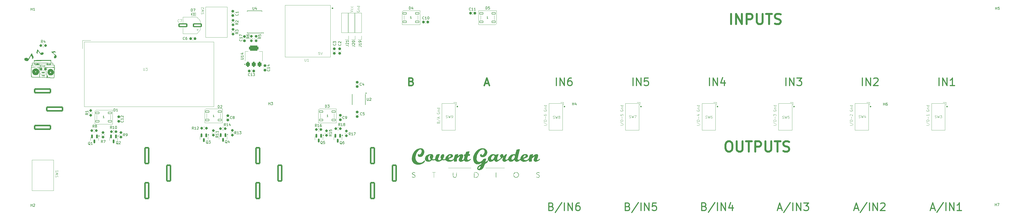
<source format=gto>
G04 #@! TF.GenerationSoftware,KiCad,Pcbnew,9.0.2-9.0.2-0~ubuntu24.04.1*
G04 #@! TF.CreationDate,2025-06-16T11:23:01+02:00*
G04 #@! TF.ProjectId,PCB_Repetition,5043425f-5265-4706-9574-6974696f6e2e,rev?*
G04 #@! TF.SameCoordinates,Original*
G04 #@! TF.FileFunction,Legend,Top*
G04 #@! TF.FilePolarity,Positive*
%FSLAX46Y46*%
G04 Gerber Fmt 4.6, Leading zero omitted, Abs format (unit mm)*
G04 Created by KiCad (PCBNEW 9.0.2-9.0.2-0~ubuntu24.04.1) date 2025-06-16 11:23:01*
%MOMM*%
%LPD*%
G01*
G04 APERTURE LIST*
G04 Aperture macros list*
%AMRoundRect*
0 Rectangle with rounded corners*
0 $1 Rounding radius*
0 $2 $3 $4 $5 $6 $7 $8 $9 X,Y pos of 4 corners*
0 Add a 4 corners polygon primitive as box body*
4,1,4,$2,$3,$4,$5,$6,$7,$8,$9,$2,$3,0*
0 Add four circle primitives for the rounded corners*
1,1,$1+$1,$2,$3*
1,1,$1+$1,$4,$5*
1,1,$1+$1,$6,$7*
1,1,$1+$1,$8,$9*
0 Add four rect primitives between the rounded corners*
20,1,$1+$1,$2,$3,$4,$5,0*
20,1,$1+$1,$4,$5,$6,$7,0*
20,1,$1+$1,$6,$7,$8,$9,0*
20,1,$1+$1,$8,$9,$2,$3,0*%
G04 Aperture macros list end*
%ADD10C,0.400000*%
%ADD11C,0.800000*%
%ADD12C,0.100000*%
%ADD13C,0.600000*%
%ADD14C,0.150000*%
%ADD15C,0.120000*%
%ADD16C,0.300000*%
%ADD17C,0.000000*%
%ADD18C,1.700000*%
%ADD19R,1.700000X1.700000*%
%ADD20RoundRect,0.375000X0.375000X-0.625000X0.375000X0.625000X-0.375000X0.625000X-0.375000X-0.625000X0*%
%ADD21RoundRect,0.500000X1.400000X-0.500000X1.400000X0.500000X-1.400000X0.500000X-1.400000X-0.500000X0*%
%ADD22RoundRect,0.237500X-0.237500X0.300000X-0.237500X-0.300000X0.237500X-0.300000X0.237500X0.300000X0*%
%ADD23RoundRect,0.237500X0.300000X0.237500X-0.300000X0.237500X-0.300000X-0.237500X0.300000X-0.237500X0*%
%ADD24RoundRect,0.240000X-1.510000X-0.560000X1.510000X-0.560000X1.510000X0.560000X-1.510000X0.560000X0*%
%ADD25C,2.300000*%
%ADD26RoundRect,0.150000X-0.150000X0.587500X-0.150000X-0.587500X0.150000X-0.587500X0.150000X0.587500X0*%
%ADD27C,3.600000*%
%ADD28C,5.600000*%
%ADD29RoundRect,0.237500X-0.237500X0.250000X-0.237500X-0.250000X0.237500X-0.250000X0.237500X0.250000X0*%
%ADD30C,2.600000*%
%ADD31C,3.800000*%
%ADD32RoundRect,0.090000X0.660000X0.360000X-0.660000X0.360000X-0.660000X-0.360000X0.660000X-0.360000X0*%
%ADD33RoundRect,0.237500X0.250000X0.237500X-0.250000X0.237500X-0.250000X-0.237500X0.250000X-0.237500X0*%
%ADD34RoundRect,0.237500X0.237500X-0.250000X0.237500X0.250000X-0.237500X0.250000X-0.237500X-0.250000X0*%
%ADD35RoundRect,0.237500X0.237500X-0.300000X0.237500X0.300000X-0.237500X0.300000X-0.237500X-0.300000X0*%
%ADD36RoundRect,0.237500X-0.300000X-0.237500X0.300000X-0.237500X0.300000X0.237500X-0.300000X0.237500X0*%
%ADD37RoundRect,0.237500X-0.287500X-0.237500X0.287500X-0.237500X0.287500X0.237500X-0.287500X0.237500X0*%
%ADD38RoundRect,0.075000X0.390000X0.275000X-0.390000X0.275000X-0.390000X-0.275000X0.390000X-0.275000X0*%
%ADD39RoundRect,0.075000X0.075000X0.275000X-0.075000X0.275000X-0.075000X-0.275000X0.075000X-0.275000X0*%
%ADD40R,1.750000X0.450000*%
%ADD41RoundRect,0.090000X-0.660000X-0.360000X0.660000X-0.360000X0.660000X0.360000X-0.660000X0.360000X0*%
%ADD42R,0.802000X1.505000*%
%ADD43R,3.502000X2.613000*%
%ADD44C,3.400000*%
%ADD45C,2.900000*%
%ADD46RoundRect,0.315000X0.735000X-3.085000X0.735000X3.085000X-0.735000X3.085000X-0.735000X-3.085000X0*%
%ADD47C,2.100000*%
%ADD48RoundRect,0.300000X-3.100000X-0.700000X3.100000X-0.700000X3.100000X0.700000X-3.100000X0.700000X0*%
G04 APERTURE END LIST*
D10*
X304977442Y-180612057D02*
X304977442Y-177612057D01*
X306406013Y-180612057D02*
X306406013Y-177612057D01*
X306406013Y-177612057D02*
X308120299Y-180612057D01*
X308120299Y-180612057D02*
X308120299Y-177612057D01*
X310834585Y-178612057D02*
X310834585Y-180612057D01*
X310120299Y-177469200D02*
X309406013Y-179612057D01*
X309406013Y-179612057D02*
X311263156Y-179612057D01*
D11*
X313478695Y-156468876D02*
X313478695Y-152468876D01*
X315383457Y-156468876D02*
X315383457Y-152468876D01*
X315383457Y-152468876D02*
X317669172Y-156468876D01*
X317669172Y-156468876D02*
X317669172Y-152468876D01*
X319573933Y-156468876D02*
X319573933Y-152468876D01*
X319573933Y-152468876D02*
X321097743Y-152468876D01*
X321097743Y-152468876D02*
X321478695Y-152659352D01*
X321478695Y-152659352D02*
X321669172Y-152849828D01*
X321669172Y-152849828D02*
X321859648Y-153230780D01*
X321859648Y-153230780D02*
X321859648Y-153802209D01*
X321859648Y-153802209D02*
X321669172Y-154183161D01*
X321669172Y-154183161D02*
X321478695Y-154373638D01*
X321478695Y-154373638D02*
X321097743Y-154564114D01*
X321097743Y-154564114D02*
X319573933Y-154564114D01*
X323573933Y-152468876D02*
X323573933Y-155706971D01*
X323573933Y-155706971D02*
X323764410Y-156087923D01*
X323764410Y-156087923D02*
X323954886Y-156278400D01*
X323954886Y-156278400D02*
X324335838Y-156468876D01*
X324335838Y-156468876D02*
X325097743Y-156468876D01*
X325097743Y-156468876D02*
X325478695Y-156278400D01*
X325478695Y-156278400D02*
X325669172Y-156087923D01*
X325669172Y-156087923D02*
X325859648Y-155706971D01*
X325859648Y-155706971D02*
X325859648Y-152468876D01*
X327192981Y-152468876D02*
X329478695Y-152468876D01*
X328335838Y-156468876D02*
X328335838Y-152468876D01*
X330621552Y-156278400D02*
X331192981Y-156468876D01*
X331192981Y-156468876D02*
X332145362Y-156468876D01*
X332145362Y-156468876D02*
X332526314Y-156278400D01*
X332526314Y-156278400D02*
X332716790Y-156087923D01*
X332716790Y-156087923D02*
X332907267Y-155706971D01*
X332907267Y-155706971D02*
X332907267Y-155326019D01*
X332907267Y-155326019D02*
X332716790Y-154945066D01*
X332716790Y-154945066D02*
X332526314Y-154754590D01*
X332526314Y-154754590D02*
X332145362Y-154564114D01*
X332145362Y-154564114D02*
X331383457Y-154373638D01*
X331383457Y-154373638D02*
X331002505Y-154183161D01*
X331002505Y-154183161D02*
X330812028Y-153992685D01*
X330812028Y-153992685D02*
X330621552Y-153611733D01*
X330621552Y-153611733D02*
X330621552Y-153230780D01*
X330621552Y-153230780D02*
X330812028Y-152849828D01*
X330812028Y-152849828D02*
X331002505Y-152659352D01*
X331002505Y-152659352D02*
X331383457Y-152468876D01*
X331383457Y-152468876D02*
X332335838Y-152468876D01*
X332335838Y-152468876D02*
X332907267Y-152659352D01*
D12*
X361112419Y-196236115D02*
X360112419Y-196236115D01*
X360064800Y-195045640D02*
X361350514Y-195902782D01*
X360112419Y-194521830D02*
X360112419Y-194331354D01*
X360112419Y-194331354D02*
X360160038Y-194236116D01*
X360160038Y-194236116D02*
X360255276Y-194140878D01*
X360255276Y-194140878D02*
X360445752Y-194093259D01*
X360445752Y-194093259D02*
X360779085Y-194093259D01*
X360779085Y-194093259D02*
X360969561Y-194140878D01*
X360969561Y-194140878D02*
X361064800Y-194236116D01*
X361064800Y-194236116D02*
X361112419Y-194331354D01*
X361112419Y-194331354D02*
X361112419Y-194521830D01*
X361112419Y-194521830D02*
X361064800Y-194617068D01*
X361064800Y-194617068D02*
X360969561Y-194712306D01*
X360969561Y-194712306D02*
X360779085Y-194759925D01*
X360779085Y-194759925D02*
X360445752Y-194759925D01*
X360445752Y-194759925D02*
X360255276Y-194712306D01*
X360255276Y-194712306D02*
X360160038Y-194617068D01*
X360160038Y-194617068D02*
X360112419Y-194521830D01*
X360731466Y-193664687D02*
X360731466Y-192902783D01*
X360207657Y-192474211D02*
X360160038Y-192426592D01*
X360160038Y-192426592D02*
X360112419Y-192331354D01*
X360112419Y-192331354D02*
X360112419Y-192093259D01*
X360112419Y-192093259D02*
X360160038Y-191998021D01*
X360160038Y-191998021D02*
X360207657Y-191950402D01*
X360207657Y-191950402D02*
X360302895Y-191902783D01*
X360302895Y-191902783D02*
X360398133Y-191902783D01*
X360398133Y-191902783D02*
X360540990Y-191950402D01*
X360540990Y-191950402D02*
X361112419Y-192521830D01*
X361112419Y-192521830D02*
X361112419Y-191902783D01*
X360160038Y-190188497D02*
X360112419Y-190283735D01*
X360112419Y-190283735D02*
X360112419Y-190426592D01*
X360112419Y-190426592D02*
X360160038Y-190569449D01*
X360160038Y-190569449D02*
X360255276Y-190664687D01*
X360255276Y-190664687D02*
X360350514Y-190712306D01*
X360350514Y-190712306D02*
X360540990Y-190759925D01*
X360540990Y-190759925D02*
X360683847Y-190759925D01*
X360683847Y-190759925D02*
X360874323Y-190712306D01*
X360874323Y-190712306D02*
X360969561Y-190664687D01*
X360969561Y-190664687D02*
X361064800Y-190569449D01*
X361064800Y-190569449D02*
X361112419Y-190426592D01*
X361112419Y-190426592D02*
X361112419Y-190331354D01*
X361112419Y-190331354D02*
X361064800Y-190188497D01*
X361064800Y-190188497D02*
X361017180Y-190140878D01*
X361017180Y-190140878D02*
X360683847Y-190140878D01*
X360683847Y-190140878D02*
X360683847Y-190331354D01*
X360445752Y-189712306D02*
X361112419Y-189712306D01*
X360540990Y-189712306D02*
X360493371Y-189664687D01*
X360493371Y-189664687D02*
X360445752Y-189569449D01*
X360445752Y-189569449D02*
X360445752Y-189426592D01*
X360445752Y-189426592D02*
X360493371Y-189331354D01*
X360493371Y-189331354D02*
X360588609Y-189283735D01*
X360588609Y-189283735D02*
X361112419Y-189283735D01*
X361112419Y-188378973D02*
X360112419Y-188378973D01*
X361064800Y-188378973D02*
X361112419Y-188474211D01*
X361112419Y-188474211D02*
X361112419Y-188664687D01*
X361112419Y-188664687D02*
X361064800Y-188759925D01*
X361064800Y-188759925D02*
X361017180Y-188807544D01*
X361017180Y-188807544D02*
X360921942Y-188855163D01*
X360921942Y-188855163D02*
X360636228Y-188855163D01*
X360636228Y-188855163D02*
X360540990Y-188807544D01*
X360540990Y-188807544D02*
X360493371Y-188759925D01*
X360493371Y-188759925D02*
X360445752Y-188664687D01*
X360445752Y-188664687D02*
X360445752Y-188474211D01*
X360445752Y-188474211D02*
X360493371Y-188378973D01*
D13*
X188109021Y-179030228D02*
X188537593Y-179173085D01*
X188537593Y-179173085D02*
X188680450Y-179315942D01*
X188680450Y-179315942D02*
X188823307Y-179601657D01*
X188823307Y-179601657D02*
X188823307Y-180030228D01*
X188823307Y-180030228D02*
X188680450Y-180315942D01*
X188680450Y-180315942D02*
X188537593Y-180458800D01*
X188537593Y-180458800D02*
X188251878Y-180601657D01*
X188251878Y-180601657D02*
X187109021Y-180601657D01*
X187109021Y-180601657D02*
X187109021Y-177601657D01*
X187109021Y-177601657D02*
X188109021Y-177601657D01*
X188109021Y-177601657D02*
X188394736Y-177744514D01*
X188394736Y-177744514D02*
X188537593Y-177887371D01*
X188537593Y-177887371D02*
X188680450Y-178173085D01*
X188680450Y-178173085D02*
X188680450Y-178458800D01*
X188680450Y-178458800D02*
X188537593Y-178744514D01*
X188537593Y-178744514D02*
X188394736Y-178887371D01*
X188394736Y-178887371D02*
X188109021Y-179030228D01*
X188109021Y-179030228D02*
X187109021Y-179030228D01*
X216966164Y-179744514D02*
X218394736Y-179744514D01*
X216680450Y-180601657D02*
X217680450Y-177601657D01*
X217680450Y-177601657D02*
X218680450Y-180601657D01*
D11*
X312240600Y-202468876D02*
X313002505Y-202468876D01*
X313002505Y-202468876D02*
X313383457Y-202659352D01*
X313383457Y-202659352D02*
X313764410Y-203040304D01*
X313764410Y-203040304D02*
X313954886Y-203802209D01*
X313954886Y-203802209D02*
X313954886Y-205135542D01*
X313954886Y-205135542D02*
X313764410Y-205897447D01*
X313764410Y-205897447D02*
X313383457Y-206278400D01*
X313383457Y-206278400D02*
X313002505Y-206468876D01*
X313002505Y-206468876D02*
X312240600Y-206468876D01*
X312240600Y-206468876D02*
X311859648Y-206278400D01*
X311859648Y-206278400D02*
X311478695Y-205897447D01*
X311478695Y-205897447D02*
X311288219Y-205135542D01*
X311288219Y-205135542D02*
X311288219Y-203802209D01*
X311288219Y-203802209D02*
X311478695Y-203040304D01*
X311478695Y-203040304D02*
X311859648Y-202659352D01*
X311859648Y-202659352D02*
X312240600Y-202468876D01*
X315669171Y-202468876D02*
X315669171Y-205706971D01*
X315669171Y-205706971D02*
X315859648Y-206087923D01*
X315859648Y-206087923D02*
X316050124Y-206278400D01*
X316050124Y-206278400D02*
X316431076Y-206468876D01*
X316431076Y-206468876D02*
X317192981Y-206468876D01*
X317192981Y-206468876D02*
X317573933Y-206278400D01*
X317573933Y-206278400D02*
X317764410Y-206087923D01*
X317764410Y-206087923D02*
X317954886Y-205706971D01*
X317954886Y-205706971D02*
X317954886Y-202468876D01*
X319288219Y-202468876D02*
X321573933Y-202468876D01*
X320431076Y-206468876D02*
X320431076Y-202468876D01*
X322907266Y-206468876D02*
X322907266Y-202468876D01*
X322907266Y-202468876D02*
X324431076Y-202468876D01*
X324431076Y-202468876D02*
X324812028Y-202659352D01*
X324812028Y-202659352D02*
X325002505Y-202849828D01*
X325002505Y-202849828D02*
X325192981Y-203230780D01*
X325192981Y-203230780D02*
X325192981Y-203802209D01*
X325192981Y-203802209D02*
X325002505Y-204183161D01*
X325002505Y-204183161D02*
X324812028Y-204373638D01*
X324812028Y-204373638D02*
X324431076Y-204564114D01*
X324431076Y-204564114D02*
X322907266Y-204564114D01*
X326907266Y-202468876D02*
X326907266Y-205706971D01*
X326907266Y-205706971D02*
X327097743Y-206087923D01*
X327097743Y-206087923D02*
X327288219Y-206278400D01*
X327288219Y-206278400D02*
X327669171Y-206468876D01*
X327669171Y-206468876D02*
X328431076Y-206468876D01*
X328431076Y-206468876D02*
X328812028Y-206278400D01*
X328812028Y-206278400D02*
X329002505Y-206087923D01*
X329002505Y-206087923D02*
X329192981Y-205706971D01*
X329192981Y-205706971D02*
X329192981Y-202468876D01*
X330526314Y-202468876D02*
X332812028Y-202468876D01*
X331669171Y-206468876D02*
X331669171Y-202468876D01*
X333954885Y-206278400D02*
X334526314Y-206468876D01*
X334526314Y-206468876D02*
X335478695Y-206468876D01*
X335478695Y-206468876D02*
X335859647Y-206278400D01*
X335859647Y-206278400D02*
X336050123Y-206087923D01*
X336050123Y-206087923D02*
X336240600Y-205706971D01*
X336240600Y-205706971D02*
X336240600Y-205326019D01*
X336240600Y-205326019D02*
X336050123Y-204945066D01*
X336050123Y-204945066D02*
X335859647Y-204754590D01*
X335859647Y-204754590D02*
X335478695Y-204564114D01*
X335478695Y-204564114D02*
X334716790Y-204373638D01*
X334716790Y-204373638D02*
X334335838Y-204183161D01*
X334335838Y-204183161D02*
X334145361Y-203992685D01*
X334145361Y-203992685D02*
X333954885Y-203611733D01*
X333954885Y-203611733D02*
X333954885Y-203230780D01*
X333954885Y-203230780D02*
X334145361Y-202849828D01*
X334145361Y-202849828D02*
X334335838Y-202659352D01*
X334335838Y-202659352D02*
X334716790Y-202468876D01*
X334716790Y-202468876D02*
X335669171Y-202468876D01*
X335669171Y-202468876D02*
X336240600Y-202659352D01*
D12*
X198688609Y-195082782D02*
X198736228Y-194939925D01*
X198736228Y-194939925D02*
X198783847Y-194892306D01*
X198783847Y-194892306D02*
X198879085Y-194844687D01*
X198879085Y-194844687D02*
X199021942Y-194844687D01*
X199021942Y-194844687D02*
X199117180Y-194892306D01*
X199117180Y-194892306D02*
X199164800Y-194939925D01*
X199164800Y-194939925D02*
X199212419Y-195035163D01*
X199212419Y-195035163D02*
X199212419Y-195416115D01*
X199212419Y-195416115D02*
X198212419Y-195416115D01*
X198212419Y-195416115D02*
X198212419Y-195082782D01*
X198212419Y-195082782D02*
X198260038Y-194987544D01*
X198260038Y-194987544D02*
X198307657Y-194939925D01*
X198307657Y-194939925D02*
X198402895Y-194892306D01*
X198402895Y-194892306D02*
X198498133Y-194892306D01*
X198498133Y-194892306D02*
X198593371Y-194939925D01*
X198593371Y-194939925D02*
X198640990Y-194987544D01*
X198640990Y-194987544D02*
X198688609Y-195082782D01*
X198688609Y-195082782D02*
X198688609Y-195416115D01*
X198164800Y-193701830D02*
X199450514Y-194558972D01*
X198926704Y-193416115D02*
X198926704Y-192939925D01*
X199212419Y-193511353D02*
X198212419Y-193178020D01*
X198212419Y-193178020D02*
X199212419Y-192844687D01*
X198260038Y-191225639D02*
X198212419Y-191320877D01*
X198212419Y-191320877D02*
X198212419Y-191463734D01*
X198212419Y-191463734D02*
X198260038Y-191606591D01*
X198260038Y-191606591D02*
X198355276Y-191701829D01*
X198355276Y-191701829D02*
X198450514Y-191749448D01*
X198450514Y-191749448D02*
X198640990Y-191797067D01*
X198640990Y-191797067D02*
X198783847Y-191797067D01*
X198783847Y-191797067D02*
X198974323Y-191749448D01*
X198974323Y-191749448D02*
X199069561Y-191701829D01*
X199069561Y-191701829D02*
X199164800Y-191606591D01*
X199164800Y-191606591D02*
X199212419Y-191463734D01*
X199212419Y-191463734D02*
X199212419Y-191368496D01*
X199212419Y-191368496D02*
X199164800Y-191225639D01*
X199164800Y-191225639D02*
X199117180Y-191178020D01*
X199117180Y-191178020D02*
X198783847Y-191178020D01*
X198783847Y-191178020D02*
X198783847Y-191368496D01*
X198545752Y-190749448D02*
X199212419Y-190749448D01*
X198640990Y-190749448D02*
X198593371Y-190701829D01*
X198593371Y-190701829D02*
X198545752Y-190606591D01*
X198545752Y-190606591D02*
X198545752Y-190463734D01*
X198545752Y-190463734D02*
X198593371Y-190368496D01*
X198593371Y-190368496D02*
X198688609Y-190320877D01*
X198688609Y-190320877D02*
X199212419Y-190320877D01*
X199212419Y-189416115D02*
X198212419Y-189416115D01*
X199164800Y-189416115D02*
X199212419Y-189511353D01*
X199212419Y-189511353D02*
X199212419Y-189701829D01*
X199212419Y-189701829D02*
X199164800Y-189797067D01*
X199164800Y-189797067D02*
X199117180Y-189844686D01*
X199117180Y-189844686D02*
X199021942Y-189892305D01*
X199021942Y-189892305D02*
X198736228Y-189892305D01*
X198736228Y-189892305D02*
X198640990Y-189844686D01*
X198640990Y-189844686D02*
X198593371Y-189797067D01*
X198593371Y-189797067D02*
X198545752Y-189701829D01*
X198545752Y-189701829D02*
X198545752Y-189511353D01*
X198545752Y-189511353D02*
X198593371Y-189416115D01*
X271112419Y-196216115D02*
X270112419Y-196216115D01*
X270064800Y-195025640D02*
X271350514Y-195882782D01*
X270112419Y-194501830D02*
X270112419Y-194311354D01*
X270112419Y-194311354D02*
X270160038Y-194216116D01*
X270160038Y-194216116D02*
X270255276Y-194120878D01*
X270255276Y-194120878D02*
X270445752Y-194073259D01*
X270445752Y-194073259D02*
X270779085Y-194073259D01*
X270779085Y-194073259D02*
X270969561Y-194120878D01*
X270969561Y-194120878D02*
X271064800Y-194216116D01*
X271064800Y-194216116D02*
X271112419Y-194311354D01*
X271112419Y-194311354D02*
X271112419Y-194501830D01*
X271112419Y-194501830D02*
X271064800Y-194597068D01*
X271064800Y-194597068D02*
X270969561Y-194692306D01*
X270969561Y-194692306D02*
X270779085Y-194739925D01*
X270779085Y-194739925D02*
X270445752Y-194739925D01*
X270445752Y-194739925D02*
X270255276Y-194692306D01*
X270255276Y-194692306D02*
X270160038Y-194597068D01*
X270160038Y-194597068D02*
X270112419Y-194501830D01*
X270731466Y-193644687D02*
X270731466Y-192882783D01*
X270112419Y-191930402D02*
X270112419Y-192406592D01*
X270112419Y-192406592D02*
X270588609Y-192454211D01*
X270588609Y-192454211D02*
X270540990Y-192406592D01*
X270540990Y-192406592D02*
X270493371Y-192311354D01*
X270493371Y-192311354D02*
X270493371Y-192073259D01*
X270493371Y-192073259D02*
X270540990Y-191978021D01*
X270540990Y-191978021D02*
X270588609Y-191930402D01*
X270588609Y-191930402D02*
X270683847Y-191882783D01*
X270683847Y-191882783D02*
X270921942Y-191882783D01*
X270921942Y-191882783D02*
X271017180Y-191930402D01*
X271017180Y-191930402D02*
X271064800Y-191978021D01*
X271064800Y-191978021D02*
X271112419Y-192073259D01*
X271112419Y-192073259D02*
X271112419Y-192311354D01*
X271112419Y-192311354D02*
X271064800Y-192406592D01*
X271064800Y-192406592D02*
X271017180Y-192454211D01*
X270160038Y-190168497D02*
X270112419Y-190263735D01*
X270112419Y-190263735D02*
X270112419Y-190406592D01*
X270112419Y-190406592D02*
X270160038Y-190549449D01*
X270160038Y-190549449D02*
X270255276Y-190644687D01*
X270255276Y-190644687D02*
X270350514Y-190692306D01*
X270350514Y-190692306D02*
X270540990Y-190739925D01*
X270540990Y-190739925D02*
X270683847Y-190739925D01*
X270683847Y-190739925D02*
X270874323Y-190692306D01*
X270874323Y-190692306D02*
X270969561Y-190644687D01*
X270969561Y-190644687D02*
X271064800Y-190549449D01*
X271064800Y-190549449D02*
X271112419Y-190406592D01*
X271112419Y-190406592D02*
X271112419Y-190311354D01*
X271112419Y-190311354D02*
X271064800Y-190168497D01*
X271064800Y-190168497D02*
X271017180Y-190120878D01*
X271017180Y-190120878D02*
X270683847Y-190120878D01*
X270683847Y-190120878D02*
X270683847Y-190311354D01*
X270445752Y-189692306D02*
X271112419Y-189692306D01*
X270540990Y-189692306D02*
X270493371Y-189644687D01*
X270493371Y-189644687D02*
X270445752Y-189549449D01*
X270445752Y-189549449D02*
X270445752Y-189406592D01*
X270445752Y-189406592D02*
X270493371Y-189311354D01*
X270493371Y-189311354D02*
X270588609Y-189263735D01*
X270588609Y-189263735D02*
X271112419Y-189263735D01*
X271112419Y-188358973D02*
X270112419Y-188358973D01*
X271064800Y-188358973D02*
X271112419Y-188454211D01*
X271112419Y-188454211D02*
X271112419Y-188644687D01*
X271112419Y-188644687D02*
X271064800Y-188739925D01*
X271064800Y-188739925D02*
X271017180Y-188787544D01*
X271017180Y-188787544D02*
X270921942Y-188835163D01*
X270921942Y-188835163D02*
X270636228Y-188835163D01*
X270636228Y-188835163D02*
X270540990Y-188787544D01*
X270540990Y-188787544D02*
X270493371Y-188739925D01*
X270493371Y-188739925D02*
X270445752Y-188644687D01*
X270445752Y-188644687D02*
X270445752Y-188454211D01*
X270445752Y-188454211D02*
X270493371Y-188358973D01*
X391112419Y-196226115D02*
X390112419Y-196226115D01*
X390064800Y-195035640D02*
X391350514Y-195892782D01*
X390112419Y-194511830D02*
X390112419Y-194321354D01*
X390112419Y-194321354D02*
X390160038Y-194226116D01*
X390160038Y-194226116D02*
X390255276Y-194130878D01*
X390255276Y-194130878D02*
X390445752Y-194083259D01*
X390445752Y-194083259D02*
X390779085Y-194083259D01*
X390779085Y-194083259D02*
X390969561Y-194130878D01*
X390969561Y-194130878D02*
X391064800Y-194226116D01*
X391064800Y-194226116D02*
X391112419Y-194321354D01*
X391112419Y-194321354D02*
X391112419Y-194511830D01*
X391112419Y-194511830D02*
X391064800Y-194607068D01*
X391064800Y-194607068D02*
X390969561Y-194702306D01*
X390969561Y-194702306D02*
X390779085Y-194749925D01*
X390779085Y-194749925D02*
X390445752Y-194749925D01*
X390445752Y-194749925D02*
X390255276Y-194702306D01*
X390255276Y-194702306D02*
X390160038Y-194607068D01*
X390160038Y-194607068D02*
X390112419Y-194511830D01*
X390731466Y-193654687D02*
X390731466Y-192892783D01*
X391112419Y-191892783D02*
X391112419Y-192464211D01*
X391112419Y-192178497D02*
X390112419Y-192178497D01*
X390112419Y-192178497D02*
X390255276Y-192273735D01*
X390255276Y-192273735D02*
X390350514Y-192368973D01*
X390350514Y-192368973D02*
X390398133Y-192464211D01*
X390160038Y-190178497D02*
X390112419Y-190273735D01*
X390112419Y-190273735D02*
X390112419Y-190416592D01*
X390112419Y-190416592D02*
X390160038Y-190559449D01*
X390160038Y-190559449D02*
X390255276Y-190654687D01*
X390255276Y-190654687D02*
X390350514Y-190702306D01*
X390350514Y-190702306D02*
X390540990Y-190749925D01*
X390540990Y-190749925D02*
X390683847Y-190749925D01*
X390683847Y-190749925D02*
X390874323Y-190702306D01*
X390874323Y-190702306D02*
X390969561Y-190654687D01*
X390969561Y-190654687D02*
X391064800Y-190559449D01*
X391064800Y-190559449D02*
X391112419Y-190416592D01*
X391112419Y-190416592D02*
X391112419Y-190321354D01*
X391112419Y-190321354D02*
X391064800Y-190178497D01*
X391064800Y-190178497D02*
X391017180Y-190130878D01*
X391017180Y-190130878D02*
X390683847Y-190130878D01*
X390683847Y-190130878D02*
X390683847Y-190321354D01*
X390445752Y-189702306D02*
X391112419Y-189702306D01*
X390540990Y-189702306D02*
X390493371Y-189654687D01*
X390493371Y-189654687D02*
X390445752Y-189559449D01*
X390445752Y-189559449D02*
X390445752Y-189416592D01*
X390445752Y-189416592D02*
X390493371Y-189321354D01*
X390493371Y-189321354D02*
X390588609Y-189273735D01*
X390588609Y-189273735D02*
X391112419Y-189273735D01*
X391112419Y-188368973D02*
X390112419Y-188368973D01*
X391064800Y-188368973D02*
X391112419Y-188464211D01*
X391112419Y-188464211D02*
X391112419Y-188654687D01*
X391112419Y-188654687D02*
X391064800Y-188749925D01*
X391064800Y-188749925D02*
X391017180Y-188797544D01*
X391017180Y-188797544D02*
X390921942Y-188845163D01*
X390921942Y-188845163D02*
X390636228Y-188845163D01*
X390636228Y-188845163D02*
X390540990Y-188797544D01*
X390540990Y-188797544D02*
X390493371Y-188749925D01*
X390493371Y-188749925D02*
X390445752Y-188654687D01*
X390445752Y-188654687D02*
X390445752Y-188464211D01*
X390445752Y-188464211D02*
X390493371Y-188368973D01*
D10*
X302977442Y-228040628D02*
X303406014Y-228183485D01*
X303406014Y-228183485D02*
X303548871Y-228326342D01*
X303548871Y-228326342D02*
X303691728Y-228612057D01*
X303691728Y-228612057D02*
X303691728Y-229040628D01*
X303691728Y-229040628D02*
X303548871Y-229326342D01*
X303548871Y-229326342D02*
X303406014Y-229469200D01*
X303406014Y-229469200D02*
X303120299Y-229612057D01*
X303120299Y-229612057D02*
X301977442Y-229612057D01*
X301977442Y-229612057D02*
X301977442Y-226612057D01*
X301977442Y-226612057D02*
X302977442Y-226612057D01*
X302977442Y-226612057D02*
X303263157Y-226754914D01*
X303263157Y-226754914D02*
X303406014Y-226897771D01*
X303406014Y-226897771D02*
X303548871Y-227183485D01*
X303548871Y-227183485D02*
X303548871Y-227469200D01*
X303548871Y-227469200D02*
X303406014Y-227754914D01*
X303406014Y-227754914D02*
X303263157Y-227897771D01*
X303263157Y-227897771D02*
X302977442Y-228040628D01*
X302977442Y-228040628D02*
X301977442Y-228040628D01*
X307120299Y-226469200D02*
X304548871Y-230326342D01*
X308120299Y-229612057D02*
X308120299Y-226612057D01*
X309548870Y-229612057D02*
X309548870Y-226612057D01*
X309548870Y-226612057D02*
X311263156Y-229612057D01*
X311263156Y-229612057D02*
X311263156Y-226612057D01*
X313977442Y-227612057D02*
X313977442Y-229612057D01*
X313263156Y-226469200D02*
X312548870Y-228612057D01*
X312548870Y-228612057D02*
X314406013Y-228612057D01*
D12*
X301122419Y-196226115D02*
X300122419Y-196226115D01*
X300074800Y-195035640D02*
X301360514Y-195892782D01*
X300122419Y-194511830D02*
X300122419Y-194321354D01*
X300122419Y-194321354D02*
X300170038Y-194226116D01*
X300170038Y-194226116D02*
X300265276Y-194130878D01*
X300265276Y-194130878D02*
X300455752Y-194083259D01*
X300455752Y-194083259D02*
X300789085Y-194083259D01*
X300789085Y-194083259D02*
X300979561Y-194130878D01*
X300979561Y-194130878D02*
X301074800Y-194226116D01*
X301074800Y-194226116D02*
X301122419Y-194321354D01*
X301122419Y-194321354D02*
X301122419Y-194511830D01*
X301122419Y-194511830D02*
X301074800Y-194607068D01*
X301074800Y-194607068D02*
X300979561Y-194702306D01*
X300979561Y-194702306D02*
X300789085Y-194749925D01*
X300789085Y-194749925D02*
X300455752Y-194749925D01*
X300455752Y-194749925D02*
X300265276Y-194702306D01*
X300265276Y-194702306D02*
X300170038Y-194607068D01*
X300170038Y-194607068D02*
X300122419Y-194511830D01*
X300741466Y-193654687D02*
X300741466Y-192892783D01*
X300455752Y-191988021D02*
X301122419Y-191988021D01*
X300074800Y-192226116D02*
X300789085Y-192464211D01*
X300789085Y-192464211D02*
X300789085Y-191845164D01*
X300170038Y-190178497D02*
X300122419Y-190273735D01*
X300122419Y-190273735D02*
X300122419Y-190416592D01*
X300122419Y-190416592D02*
X300170038Y-190559449D01*
X300170038Y-190559449D02*
X300265276Y-190654687D01*
X300265276Y-190654687D02*
X300360514Y-190702306D01*
X300360514Y-190702306D02*
X300550990Y-190749925D01*
X300550990Y-190749925D02*
X300693847Y-190749925D01*
X300693847Y-190749925D02*
X300884323Y-190702306D01*
X300884323Y-190702306D02*
X300979561Y-190654687D01*
X300979561Y-190654687D02*
X301074800Y-190559449D01*
X301074800Y-190559449D02*
X301122419Y-190416592D01*
X301122419Y-190416592D02*
X301122419Y-190321354D01*
X301122419Y-190321354D02*
X301074800Y-190178497D01*
X301074800Y-190178497D02*
X301027180Y-190130878D01*
X301027180Y-190130878D02*
X300693847Y-190130878D01*
X300693847Y-190130878D02*
X300693847Y-190321354D01*
X300455752Y-189702306D02*
X301122419Y-189702306D01*
X300550990Y-189702306D02*
X300503371Y-189654687D01*
X300503371Y-189654687D02*
X300455752Y-189559449D01*
X300455752Y-189559449D02*
X300455752Y-189416592D01*
X300455752Y-189416592D02*
X300503371Y-189321354D01*
X300503371Y-189321354D02*
X300598609Y-189273735D01*
X300598609Y-189273735D02*
X301122419Y-189273735D01*
X301122419Y-188368973D02*
X300122419Y-188368973D01*
X301074800Y-188368973D02*
X301122419Y-188464211D01*
X301122419Y-188464211D02*
X301122419Y-188654687D01*
X301122419Y-188654687D02*
X301074800Y-188749925D01*
X301074800Y-188749925D02*
X301027180Y-188797544D01*
X301027180Y-188797544D02*
X300931942Y-188845163D01*
X300931942Y-188845163D02*
X300646228Y-188845163D01*
X300646228Y-188845163D02*
X300550990Y-188797544D01*
X300550990Y-188797544D02*
X300503371Y-188749925D01*
X300503371Y-188749925D02*
X300455752Y-188654687D01*
X300455752Y-188654687D02*
X300455752Y-188464211D01*
X300455752Y-188464211D02*
X300503371Y-188368973D01*
D10*
X334977442Y-180612057D02*
X334977442Y-177612057D01*
X336406013Y-180612057D02*
X336406013Y-177612057D01*
X336406013Y-177612057D02*
X338120299Y-180612057D01*
X338120299Y-180612057D02*
X338120299Y-177612057D01*
X339263156Y-177612057D02*
X341120299Y-177612057D01*
X341120299Y-177612057D02*
X340120299Y-178754914D01*
X340120299Y-178754914D02*
X340548870Y-178754914D01*
X340548870Y-178754914D02*
X340834585Y-178897771D01*
X340834585Y-178897771D02*
X340977442Y-179040628D01*
X340977442Y-179040628D02*
X341120299Y-179326342D01*
X341120299Y-179326342D02*
X341120299Y-180040628D01*
X341120299Y-180040628D02*
X340977442Y-180326342D01*
X340977442Y-180326342D02*
X340834585Y-180469200D01*
X340834585Y-180469200D02*
X340548870Y-180612057D01*
X340548870Y-180612057D02*
X339691727Y-180612057D01*
X339691727Y-180612057D02*
X339406013Y-180469200D01*
X339406013Y-180469200D02*
X339263156Y-180326342D01*
X242977442Y-228060628D02*
X243406014Y-228203485D01*
X243406014Y-228203485D02*
X243548871Y-228346342D01*
X243548871Y-228346342D02*
X243691728Y-228632057D01*
X243691728Y-228632057D02*
X243691728Y-229060628D01*
X243691728Y-229060628D02*
X243548871Y-229346342D01*
X243548871Y-229346342D02*
X243406014Y-229489200D01*
X243406014Y-229489200D02*
X243120299Y-229632057D01*
X243120299Y-229632057D02*
X241977442Y-229632057D01*
X241977442Y-229632057D02*
X241977442Y-226632057D01*
X241977442Y-226632057D02*
X242977442Y-226632057D01*
X242977442Y-226632057D02*
X243263157Y-226774914D01*
X243263157Y-226774914D02*
X243406014Y-226917771D01*
X243406014Y-226917771D02*
X243548871Y-227203485D01*
X243548871Y-227203485D02*
X243548871Y-227489200D01*
X243548871Y-227489200D02*
X243406014Y-227774914D01*
X243406014Y-227774914D02*
X243263157Y-227917771D01*
X243263157Y-227917771D02*
X242977442Y-228060628D01*
X242977442Y-228060628D02*
X241977442Y-228060628D01*
X247120299Y-226489200D02*
X244548871Y-230346342D01*
X248120299Y-229632057D02*
X248120299Y-226632057D01*
X249548870Y-229632057D02*
X249548870Y-226632057D01*
X249548870Y-226632057D02*
X251263156Y-229632057D01*
X251263156Y-229632057D02*
X251263156Y-226632057D01*
X253977442Y-226632057D02*
X253406013Y-226632057D01*
X253406013Y-226632057D02*
X253120299Y-226774914D01*
X253120299Y-226774914D02*
X252977442Y-226917771D01*
X252977442Y-226917771D02*
X252691727Y-227346342D01*
X252691727Y-227346342D02*
X252548870Y-227917771D01*
X252548870Y-227917771D02*
X252548870Y-229060628D01*
X252548870Y-229060628D02*
X252691727Y-229346342D01*
X252691727Y-229346342D02*
X252834584Y-229489200D01*
X252834584Y-229489200D02*
X253120299Y-229632057D01*
X253120299Y-229632057D02*
X253691727Y-229632057D01*
X253691727Y-229632057D02*
X253977442Y-229489200D01*
X253977442Y-229489200D02*
X254120299Y-229346342D01*
X254120299Y-229346342D02*
X254263156Y-229060628D01*
X254263156Y-229060628D02*
X254263156Y-228346342D01*
X254263156Y-228346342D02*
X254120299Y-228060628D01*
X254120299Y-228060628D02*
X253977442Y-227917771D01*
X253977442Y-227917771D02*
X253691727Y-227774914D01*
X253691727Y-227774914D02*
X253120299Y-227774914D01*
X253120299Y-227774914D02*
X252834584Y-227917771D01*
X252834584Y-227917771D02*
X252691727Y-228060628D01*
X252691727Y-228060628D02*
X252548870Y-228346342D01*
X272977442Y-228060628D02*
X273406014Y-228203485D01*
X273406014Y-228203485D02*
X273548871Y-228346342D01*
X273548871Y-228346342D02*
X273691728Y-228632057D01*
X273691728Y-228632057D02*
X273691728Y-229060628D01*
X273691728Y-229060628D02*
X273548871Y-229346342D01*
X273548871Y-229346342D02*
X273406014Y-229489200D01*
X273406014Y-229489200D02*
X273120299Y-229632057D01*
X273120299Y-229632057D02*
X271977442Y-229632057D01*
X271977442Y-229632057D02*
X271977442Y-226632057D01*
X271977442Y-226632057D02*
X272977442Y-226632057D01*
X272977442Y-226632057D02*
X273263157Y-226774914D01*
X273263157Y-226774914D02*
X273406014Y-226917771D01*
X273406014Y-226917771D02*
X273548871Y-227203485D01*
X273548871Y-227203485D02*
X273548871Y-227489200D01*
X273548871Y-227489200D02*
X273406014Y-227774914D01*
X273406014Y-227774914D02*
X273263157Y-227917771D01*
X273263157Y-227917771D02*
X272977442Y-228060628D01*
X272977442Y-228060628D02*
X271977442Y-228060628D01*
X277120299Y-226489200D02*
X274548871Y-230346342D01*
X278120299Y-229632057D02*
X278120299Y-226632057D01*
X279548870Y-229632057D02*
X279548870Y-226632057D01*
X279548870Y-226632057D02*
X281263156Y-229632057D01*
X281263156Y-229632057D02*
X281263156Y-226632057D01*
X284120299Y-226632057D02*
X282691727Y-226632057D01*
X282691727Y-226632057D02*
X282548870Y-228060628D01*
X282548870Y-228060628D02*
X282691727Y-227917771D01*
X282691727Y-227917771D02*
X282977442Y-227774914D01*
X282977442Y-227774914D02*
X283691727Y-227774914D01*
X283691727Y-227774914D02*
X283977442Y-227917771D01*
X283977442Y-227917771D02*
X284120299Y-228060628D01*
X284120299Y-228060628D02*
X284263156Y-228346342D01*
X284263156Y-228346342D02*
X284263156Y-229060628D01*
X284263156Y-229060628D02*
X284120299Y-229346342D01*
X284120299Y-229346342D02*
X283977442Y-229489200D01*
X283977442Y-229489200D02*
X283691727Y-229632057D01*
X283691727Y-229632057D02*
X282977442Y-229632057D01*
X282977442Y-229632057D02*
X282691727Y-229489200D01*
X282691727Y-229489200D02*
X282548870Y-229346342D01*
D12*
X331112419Y-196236115D02*
X330112419Y-196236115D01*
X330064800Y-195045640D02*
X331350514Y-195902782D01*
X330112419Y-194521830D02*
X330112419Y-194331354D01*
X330112419Y-194331354D02*
X330160038Y-194236116D01*
X330160038Y-194236116D02*
X330255276Y-194140878D01*
X330255276Y-194140878D02*
X330445752Y-194093259D01*
X330445752Y-194093259D02*
X330779085Y-194093259D01*
X330779085Y-194093259D02*
X330969561Y-194140878D01*
X330969561Y-194140878D02*
X331064800Y-194236116D01*
X331064800Y-194236116D02*
X331112419Y-194331354D01*
X331112419Y-194331354D02*
X331112419Y-194521830D01*
X331112419Y-194521830D02*
X331064800Y-194617068D01*
X331064800Y-194617068D02*
X330969561Y-194712306D01*
X330969561Y-194712306D02*
X330779085Y-194759925D01*
X330779085Y-194759925D02*
X330445752Y-194759925D01*
X330445752Y-194759925D02*
X330255276Y-194712306D01*
X330255276Y-194712306D02*
X330160038Y-194617068D01*
X330160038Y-194617068D02*
X330112419Y-194521830D01*
X330731466Y-193664687D02*
X330731466Y-192902783D01*
X330112419Y-192521830D02*
X330112419Y-191902783D01*
X330112419Y-191902783D02*
X330493371Y-192236116D01*
X330493371Y-192236116D02*
X330493371Y-192093259D01*
X330493371Y-192093259D02*
X330540990Y-191998021D01*
X330540990Y-191998021D02*
X330588609Y-191950402D01*
X330588609Y-191950402D02*
X330683847Y-191902783D01*
X330683847Y-191902783D02*
X330921942Y-191902783D01*
X330921942Y-191902783D02*
X331017180Y-191950402D01*
X331017180Y-191950402D02*
X331064800Y-191998021D01*
X331064800Y-191998021D02*
X331112419Y-192093259D01*
X331112419Y-192093259D02*
X331112419Y-192378973D01*
X331112419Y-192378973D02*
X331064800Y-192474211D01*
X331064800Y-192474211D02*
X331017180Y-192521830D01*
X330160038Y-190188497D02*
X330112419Y-190283735D01*
X330112419Y-190283735D02*
X330112419Y-190426592D01*
X330112419Y-190426592D02*
X330160038Y-190569449D01*
X330160038Y-190569449D02*
X330255276Y-190664687D01*
X330255276Y-190664687D02*
X330350514Y-190712306D01*
X330350514Y-190712306D02*
X330540990Y-190759925D01*
X330540990Y-190759925D02*
X330683847Y-190759925D01*
X330683847Y-190759925D02*
X330874323Y-190712306D01*
X330874323Y-190712306D02*
X330969561Y-190664687D01*
X330969561Y-190664687D02*
X331064800Y-190569449D01*
X331064800Y-190569449D02*
X331112419Y-190426592D01*
X331112419Y-190426592D02*
X331112419Y-190331354D01*
X331112419Y-190331354D02*
X331064800Y-190188497D01*
X331064800Y-190188497D02*
X331017180Y-190140878D01*
X331017180Y-190140878D02*
X330683847Y-190140878D01*
X330683847Y-190140878D02*
X330683847Y-190331354D01*
X330445752Y-189712306D02*
X331112419Y-189712306D01*
X330540990Y-189712306D02*
X330493371Y-189664687D01*
X330493371Y-189664687D02*
X330445752Y-189569449D01*
X330445752Y-189569449D02*
X330445752Y-189426592D01*
X330445752Y-189426592D02*
X330493371Y-189331354D01*
X330493371Y-189331354D02*
X330588609Y-189283735D01*
X330588609Y-189283735D02*
X331112419Y-189283735D01*
X331112419Y-188378973D02*
X330112419Y-188378973D01*
X331064800Y-188378973D02*
X331112419Y-188474211D01*
X331112419Y-188474211D02*
X331112419Y-188664687D01*
X331112419Y-188664687D02*
X331064800Y-188759925D01*
X331064800Y-188759925D02*
X331017180Y-188807544D01*
X331017180Y-188807544D02*
X330921942Y-188855163D01*
X330921942Y-188855163D02*
X330636228Y-188855163D01*
X330636228Y-188855163D02*
X330540990Y-188807544D01*
X330540990Y-188807544D02*
X330493371Y-188759925D01*
X330493371Y-188759925D02*
X330445752Y-188664687D01*
X330445752Y-188664687D02*
X330445752Y-188474211D01*
X330445752Y-188474211D02*
X330493371Y-188378973D01*
X241112419Y-196226115D02*
X240112419Y-196226115D01*
X240064800Y-195035640D02*
X241350514Y-195892782D01*
X240112419Y-194511830D02*
X240112419Y-194321354D01*
X240112419Y-194321354D02*
X240160038Y-194226116D01*
X240160038Y-194226116D02*
X240255276Y-194130878D01*
X240255276Y-194130878D02*
X240445752Y-194083259D01*
X240445752Y-194083259D02*
X240779085Y-194083259D01*
X240779085Y-194083259D02*
X240969561Y-194130878D01*
X240969561Y-194130878D02*
X241064800Y-194226116D01*
X241064800Y-194226116D02*
X241112419Y-194321354D01*
X241112419Y-194321354D02*
X241112419Y-194511830D01*
X241112419Y-194511830D02*
X241064800Y-194607068D01*
X241064800Y-194607068D02*
X240969561Y-194702306D01*
X240969561Y-194702306D02*
X240779085Y-194749925D01*
X240779085Y-194749925D02*
X240445752Y-194749925D01*
X240445752Y-194749925D02*
X240255276Y-194702306D01*
X240255276Y-194702306D02*
X240160038Y-194607068D01*
X240160038Y-194607068D02*
X240112419Y-194511830D01*
X240731466Y-193654687D02*
X240731466Y-192892783D01*
X240112419Y-191988021D02*
X240112419Y-192178497D01*
X240112419Y-192178497D02*
X240160038Y-192273735D01*
X240160038Y-192273735D02*
X240207657Y-192321354D01*
X240207657Y-192321354D02*
X240350514Y-192416592D01*
X240350514Y-192416592D02*
X240540990Y-192464211D01*
X240540990Y-192464211D02*
X240921942Y-192464211D01*
X240921942Y-192464211D02*
X241017180Y-192416592D01*
X241017180Y-192416592D02*
X241064800Y-192368973D01*
X241064800Y-192368973D02*
X241112419Y-192273735D01*
X241112419Y-192273735D02*
X241112419Y-192083259D01*
X241112419Y-192083259D02*
X241064800Y-191988021D01*
X241064800Y-191988021D02*
X241017180Y-191940402D01*
X241017180Y-191940402D02*
X240921942Y-191892783D01*
X240921942Y-191892783D02*
X240683847Y-191892783D01*
X240683847Y-191892783D02*
X240588609Y-191940402D01*
X240588609Y-191940402D02*
X240540990Y-191988021D01*
X240540990Y-191988021D02*
X240493371Y-192083259D01*
X240493371Y-192083259D02*
X240493371Y-192273735D01*
X240493371Y-192273735D02*
X240540990Y-192368973D01*
X240540990Y-192368973D02*
X240588609Y-192416592D01*
X240588609Y-192416592D02*
X240683847Y-192464211D01*
X240160038Y-190178497D02*
X240112419Y-190273735D01*
X240112419Y-190273735D02*
X240112419Y-190416592D01*
X240112419Y-190416592D02*
X240160038Y-190559449D01*
X240160038Y-190559449D02*
X240255276Y-190654687D01*
X240255276Y-190654687D02*
X240350514Y-190702306D01*
X240350514Y-190702306D02*
X240540990Y-190749925D01*
X240540990Y-190749925D02*
X240683847Y-190749925D01*
X240683847Y-190749925D02*
X240874323Y-190702306D01*
X240874323Y-190702306D02*
X240969561Y-190654687D01*
X240969561Y-190654687D02*
X241064800Y-190559449D01*
X241064800Y-190559449D02*
X241112419Y-190416592D01*
X241112419Y-190416592D02*
X241112419Y-190321354D01*
X241112419Y-190321354D02*
X241064800Y-190178497D01*
X241064800Y-190178497D02*
X241017180Y-190130878D01*
X241017180Y-190130878D02*
X240683847Y-190130878D01*
X240683847Y-190130878D02*
X240683847Y-190321354D01*
X240445752Y-189702306D02*
X241112419Y-189702306D01*
X240540990Y-189702306D02*
X240493371Y-189654687D01*
X240493371Y-189654687D02*
X240445752Y-189559449D01*
X240445752Y-189559449D02*
X240445752Y-189416592D01*
X240445752Y-189416592D02*
X240493371Y-189321354D01*
X240493371Y-189321354D02*
X240588609Y-189273735D01*
X240588609Y-189273735D02*
X241112419Y-189273735D01*
X241112419Y-188368973D02*
X240112419Y-188368973D01*
X241064800Y-188368973D02*
X241112419Y-188464211D01*
X241112419Y-188464211D02*
X241112419Y-188654687D01*
X241112419Y-188654687D02*
X241064800Y-188749925D01*
X241064800Y-188749925D02*
X241017180Y-188797544D01*
X241017180Y-188797544D02*
X240921942Y-188845163D01*
X240921942Y-188845163D02*
X240636228Y-188845163D01*
X240636228Y-188845163D02*
X240540990Y-188797544D01*
X240540990Y-188797544D02*
X240493371Y-188749925D01*
X240493371Y-188749925D02*
X240445752Y-188654687D01*
X240445752Y-188654687D02*
X240445752Y-188464211D01*
X240445752Y-188464211D02*
X240493371Y-188368973D01*
D10*
X361834585Y-228774914D02*
X363263157Y-228774914D01*
X361548871Y-229632057D02*
X362548871Y-226632057D01*
X362548871Y-226632057D02*
X363548871Y-229632057D01*
X366691728Y-226489200D02*
X364120300Y-230346342D01*
X367691728Y-229632057D02*
X367691728Y-226632057D01*
X369120299Y-229632057D02*
X369120299Y-226632057D01*
X369120299Y-226632057D02*
X370834585Y-229632057D01*
X370834585Y-229632057D02*
X370834585Y-226632057D01*
X372120299Y-226917771D02*
X372263156Y-226774914D01*
X372263156Y-226774914D02*
X372548871Y-226632057D01*
X372548871Y-226632057D02*
X373263156Y-226632057D01*
X373263156Y-226632057D02*
X373548871Y-226774914D01*
X373548871Y-226774914D02*
X373691728Y-226917771D01*
X373691728Y-226917771D02*
X373834585Y-227203485D01*
X373834585Y-227203485D02*
X373834585Y-227489200D01*
X373834585Y-227489200D02*
X373691728Y-227917771D01*
X373691728Y-227917771D02*
X371977442Y-229632057D01*
X371977442Y-229632057D02*
X373834585Y-229632057D01*
X391834585Y-228754914D02*
X393263157Y-228754914D01*
X391548871Y-229612057D02*
X392548871Y-226612057D01*
X392548871Y-226612057D02*
X393548871Y-229612057D01*
X396691728Y-226469200D02*
X394120300Y-230326342D01*
X397691728Y-229612057D02*
X397691728Y-226612057D01*
X399120299Y-229612057D02*
X399120299Y-226612057D01*
X399120299Y-226612057D02*
X400834585Y-229612057D01*
X400834585Y-229612057D02*
X400834585Y-226612057D01*
X403834585Y-229612057D02*
X402120299Y-229612057D01*
X402977442Y-229612057D02*
X402977442Y-226612057D01*
X402977442Y-226612057D02*
X402691728Y-227040628D01*
X402691728Y-227040628D02*
X402406013Y-227326342D01*
X402406013Y-227326342D02*
X402120299Y-227469200D01*
D12*
X164182419Y-151788972D02*
X165182419Y-151455639D01*
X165182419Y-151455639D02*
X164182419Y-151122306D01*
X165134800Y-150360401D02*
X165182419Y-150455639D01*
X165182419Y-150455639D02*
X165182419Y-150646115D01*
X165182419Y-150646115D02*
X165134800Y-150741353D01*
X165134800Y-150741353D02*
X165087180Y-150788972D01*
X165087180Y-150788972D02*
X164991942Y-150836591D01*
X164991942Y-150836591D02*
X164706228Y-150836591D01*
X164706228Y-150836591D02*
X164610990Y-150788972D01*
X164610990Y-150788972D02*
X164563371Y-150741353D01*
X164563371Y-150741353D02*
X164515752Y-150646115D01*
X164515752Y-150646115D02*
X164515752Y-150455639D01*
X164515752Y-150455639D02*
X164563371Y-150360401D01*
X165134800Y-149503258D02*
X165182419Y-149598496D01*
X165182419Y-149598496D02*
X165182419Y-149788972D01*
X165182419Y-149788972D02*
X165134800Y-149884210D01*
X165134800Y-149884210D02*
X165087180Y-149931829D01*
X165087180Y-149931829D02*
X164991942Y-149979448D01*
X164991942Y-149979448D02*
X164706228Y-149979448D01*
X164706228Y-149979448D02*
X164610990Y-149931829D01*
X164610990Y-149931829D02*
X164563371Y-149884210D01*
X164563371Y-149884210D02*
X164515752Y-149788972D01*
X164515752Y-149788972D02*
X164515752Y-149598496D01*
X164515752Y-149598496D02*
X164563371Y-149503258D01*
D10*
X364977442Y-180612057D02*
X364977442Y-177612057D01*
X366406013Y-180612057D02*
X366406013Y-177612057D01*
X366406013Y-177612057D02*
X368120299Y-180612057D01*
X368120299Y-180612057D02*
X368120299Y-177612057D01*
X369406013Y-177897771D02*
X369548870Y-177754914D01*
X369548870Y-177754914D02*
X369834585Y-177612057D01*
X369834585Y-177612057D02*
X370548870Y-177612057D01*
X370548870Y-177612057D02*
X370834585Y-177754914D01*
X370834585Y-177754914D02*
X370977442Y-177897771D01*
X370977442Y-177897771D02*
X371120299Y-178183485D01*
X371120299Y-178183485D02*
X371120299Y-178469200D01*
X371120299Y-178469200D02*
X370977442Y-178897771D01*
X370977442Y-178897771D02*
X369263156Y-180612057D01*
X369263156Y-180612057D02*
X371120299Y-180612057D01*
D12*
X166850038Y-151232306D02*
X166802419Y-151327544D01*
X166802419Y-151327544D02*
X166802419Y-151470401D01*
X166802419Y-151470401D02*
X166850038Y-151613258D01*
X166850038Y-151613258D02*
X166945276Y-151708496D01*
X166945276Y-151708496D02*
X167040514Y-151756115D01*
X167040514Y-151756115D02*
X167230990Y-151803734D01*
X167230990Y-151803734D02*
X167373847Y-151803734D01*
X167373847Y-151803734D02*
X167564323Y-151756115D01*
X167564323Y-151756115D02*
X167659561Y-151708496D01*
X167659561Y-151708496D02*
X167754800Y-151613258D01*
X167754800Y-151613258D02*
X167802419Y-151470401D01*
X167802419Y-151470401D02*
X167802419Y-151375163D01*
X167802419Y-151375163D02*
X167754800Y-151232306D01*
X167754800Y-151232306D02*
X167707180Y-151184687D01*
X167707180Y-151184687D02*
X167373847Y-151184687D01*
X167373847Y-151184687D02*
X167373847Y-151375163D01*
X167135752Y-150756115D02*
X167802419Y-150756115D01*
X167230990Y-150756115D02*
X167183371Y-150708496D01*
X167183371Y-150708496D02*
X167135752Y-150613258D01*
X167135752Y-150613258D02*
X167135752Y-150470401D01*
X167135752Y-150470401D02*
X167183371Y-150375163D01*
X167183371Y-150375163D02*
X167278609Y-150327544D01*
X167278609Y-150327544D02*
X167802419Y-150327544D01*
X167802419Y-149422782D02*
X166802419Y-149422782D01*
X167754800Y-149422782D02*
X167802419Y-149518020D01*
X167802419Y-149518020D02*
X167802419Y-149708496D01*
X167802419Y-149708496D02*
X167754800Y-149803734D01*
X167754800Y-149803734D02*
X167707180Y-149851353D01*
X167707180Y-149851353D02*
X167611942Y-149898972D01*
X167611942Y-149898972D02*
X167326228Y-149898972D01*
X167326228Y-149898972D02*
X167230990Y-149851353D01*
X167230990Y-149851353D02*
X167183371Y-149803734D01*
X167183371Y-149803734D02*
X167135752Y-149708496D01*
X167135752Y-149708496D02*
X167135752Y-149518020D01*
X167135752Y-149518020D02*
X167183371Y-149422782D01*
D10*
X274977442Y-180612057D02*
X274977442Y-177612057D01*
X276406013Y-180612057D02*
X276406013Y-177612057D01*
X276406013Y-177612057D02*
X278120299Y-180612057D01*
X278120299Y-180612057D02*
X278120299Y-177612057D01*
X280977442Y-177612057D02*
X279548870Y-177612057D01*
X279548870Y-177612057D02*
X279406013Y-179040628D01*
X279406013Y-179040628D02*
X279548870Y-178897771D01*
X279548870Y-178897771D02*
X279834585Y-178754914D01*
X279834585Y-178754914D02*
X280548870Y-178754914D01*
X280548870Y-178754914D02*
X280834585Y-178897771D01*
X280834585Y-178897771D02*
X280977442Y-179040628D01*
X280977442Y-179040628D02*
X281120299Y-179326342D01*
X281120299Y-179326342D02*
X281120299Y-180040628D01*
X281120299Y-180040628D02*
X280977442Y-180326342D01*
X280977442Y-180326342D02*
X280834585Y-180469200D01*
X280834585Y-180469200D02*
X280548870Y-180612057D01*
X280548870Y-180612057D02*
X279834585Y-180612057D01*
X279834585Y-180612057D02*
X279548870Y-180469200D01*
X279548870Y-180469200D02*
X279406013Y-180326342D01*
X244977442Y-180612057D02*
X244977442Y-177612057D01*
X246406013Y-180612057D02*
X246406013Y-177612057D01*
X246406013Y-177612057D02*
X248120299Y-180612057D01*
X248120299Y-180612057D02*
X248120299Y-177612057D01*
X250834585Y-177612057D02*
X250263156Y-177612057D01*
X250263156Y-177612057D02*
X249977442Y-177754914D01*
X249977442Y-177754914D02*
X249834585Y-177897771D01*
X249834585Y-177897771D02*
X249548870Y-178326342D01*
X249548870Y-178326342D02*
X249406013Y-178897771D01*
X249406013Y-178897771D02*
X249406013Y-180040628D01*
X249406013Y-180040628D02*
X249548870Y-180326342D01*
X249548870Y-180326342D02*
X249691727Y-180469200D01*
X249691727Y-180469200D02*
X249977442Y-180612057D01*
X249977442Y-180612057D02*
X250548870Y-180612057D01*
X250548870Y-180612057D02*
X250834585Y-180469200D01*
X250834585Y-180469200D02*
X250977442Y-180326342D01*
X250977442Y-180326342D02*
X251120299Y-180040628D01*
X251120299Y-180040628D02*
X251120299Y-179326342D01*
X251120299Y-179326342D02*
X250977442Y-179040628D01*
X250977442Y-179040628D02*
X250834585Y-178897771D01*
X250834585Y-178897771D02*
X250548870Y-178754914D01*
X250548870Y-178754914D02*
X249977442Y-178754914D01*
X249977442Y-178754914D02*
X249691727Y-178897771D01*
X249691727Y-178897771D02*
X249548870Y-179040628D01*
X249548870Y-179040628D02*
X249406013Y-179326342D01*
X394977442Y-180612057D02*
X394977442Y-177612057D01*
X396406013Y-180612057D02*
X396406013Y-177612057D01*
X396406013Y-177612057D02*
X398120299Y-180612057D01*
X398120299Y-180612057D02*
X398120299Y-177612057D01*
X401120299Y-180612057D02*
X399406013Y-180612057D01*
X400263156Y-180612057D02*
X400263156Y-177612057D01*
X400263156Y-177612057D02*
X399977442Y-178040628D01*
X399977442Y-178040628D02*
X399691727Y-178326342D01*
X399691727Y-178326342D02*
X399406013Y-178469200D01*
X331834585Y-228774914D02*
X333263157Y-228774914D01*
X331548871Y-229632057D02*
X332548871Y-226632057D01*
X332548871Y-226632057D02*
X333548871Y-229632057D01*
X336691728Y-226489200D02*
X334120300Y-230346342D01*
X337691728Y-229632057D02*
X337691728Y-226632057D01*
X339120299Y-229632057D02*
X339120299Y-226632057D01*
X339120299Y-226632057D02*
X340834585Y-229632057D01*
X340834585Y-229632057D02*
X340834585Y-226632057D01*
X341977442Y-226632057D02*
X343834585Y-226632057D01*
X343834585Y-226632057D02*
X342834585Y-227774914D01*
X342834585Y-227774914D02*
X343263156Y-227774914D01*
X343263156Y-227774914D02*
X343548871Y-227917771D01*
X343548871Y-227917771D02*
X343691728Y-228060628D01*
X343691728Y-228060628D02*
X343834585Y-228346342D01*
X343834585Y-228346342D02*
X343834585Y-229060628D01*
X343834585Y-229060628D02*
X343691728Y-229346342D01*
X343691728Y-229346342D02*
X343548871Y-229489200D01*
X343548871Y-229489200D02*
X343263156Y-229632057D01*
X343263156Y-229632057D02*
X342406013Y-229632057D01*
X342406013Y-229632057D02*
X342120299Y-229489200D01*
X342120299Y-229489200D02*
X341977442Y-229346342D01*
D14*
X164964819Y-164989523D02*
X165679104Y-164989523D01*
X165679104Y-164989523D02*
X165821961Y-165037142D01*
X165821961Y-165037142D02*
X165917200Y-165132380D01*
X165917200Y-165132380D02*
X165964819Y-165275237D01*
X165964819Y-165275237D02*
X165964819Y-165370475D01*
X165060057Y-164560951D02*
X165012438Y-164513332D01*
X165012438Y-164513332D02*
X164964819Y-164418094D01*
X164964819Y-164418094D02*
X164964819Y-164179999D01*
X164964819Y-164179999D02*
X165012438Y-164084761D01*
X165012438Y-164084761D02*
X165060057Y-164037142D01*
X165060057Y-164037142D02*
X165155295Y-163989523D01*
X165155295Y-163989523D02*
X165250533Y-163989523D01*
X165250533Y-163989523D02*
X165393390Y-164037142D01*
X165393390Y-164037142D02*
X165964819Y-164608570D01*
X165964819Y-164608570D02*
X165964819Y-163989523D01*
X164964819Y-163370475D02*
X164964819Y-163275237D01*
X164964819Y-163275237D02*
X165012438Y-163179999D01*
X165012438Y-163179999D02*
X165060057Y-163132380D01*
X165060057Y-163132380D02*
X165155295Y-163084761D01*
X165155295Y-163084761D02*
X165345771Y-163037142D01*
X165345771Y-163037142D02*
X165583866Y-163037142D01*
X165583866Y-163037142D02*
X165774342Y-163084761D01*
X165774342Y-163084761D02*
X165869580Y-163132380D01*
X165869580Y-163132380D02*
X165917200Y-163179999D01*
X165917200Y-163179999D02*
X165964819Y-163275237D01*
X165964819Y-163275237D02*
X165964819Y-163370475D01*
X165964819Y-163370475D02*
X165917200Y-163465713D01*
X165917200Y-163465713D02*
X165869580Y-163513332D01*
X165869580Y-163513332D02*
X165774342Y-163560951D01*
X165774342Y-163560951D02*
X165583866Y-163608570D01*
X165583866Y-163608570D02*
X165345771Y-163608570D01*
X165345771Y-163608570D02*
X165155295Y-163560951D01*
X165155295Y-163560951D02*
X165060057Y-163513332D01*
X165060057Y-163513332D02*
X165012438Y-163465713D01*
X165012438Y-163465713D02*
X164964819Y-163370475D01*
X121284819Y-170368094D02*
X122094342Y-170368094D01*
X122094342Y-170368094D02*
X122189580Y-170320475D01*
X122189580Y-170320475D02*
X122237200Y-170272856D01*
X122237200Y-170272856D02*
X122284819Y-170177618D01*
X122284819Y-170177618D02*
X122284819Y-169987142D01*
X122284819Y-169987142D02*
X122237200Y-169891904D01*
X122237200Y-169891904D02*
X122189580Y-169844285D01*
X122189580Y-169844285D02*
X122094342Y-169796666D01*
X122094342Y-169796666D02*
X121284819Y-169796666D01*
X122284819Y-168796666D02*
X122284819Y-169368094D01*
X122284819Y-169082380D02*
X121284819Y-169082380D01*
X121284819Y-169082380D02*
X121427676Y-169177618D01*
X121427676Y-169177618D02*
X121522914Y-169272856D01*
X121522914Y-169272856D02*
X121570533Y-169368094D01*
X121618152Y-167939523D02*
X122284819Y-167939523D01*
X121237200Y-168177618D02*
X121951485Y-168415713D01*
X121951485Y-168415713D02*
X121951485Y-167796666D01*
X132549580Y-174342857D02*
X132597200Y-174390476D01*
X132597200Y-174390476D02*
X132644819Y-174533333D01*
X132644819Y-174533333D02*
X132644819Y-174628571D01*
X132644819Y-174628571D02*
X132597200Y-174771428D01*
X132597200Y-174771428D02*
X132501961Y-174866666D01*
X132501961Y-174866666D02*
X132406723Y-174914285D01*
X132406723Y-174914285D02*
X132216247Y-174961904D01*
X132216247Y-174961904D02*
X132073390Y-174961904D01*
X132073390Y-174961904D02*
X131882914Y-174914285D01*
X131882914Y-174914285D02*
X131787676Y-174866666D01*
X131787676Y-174866666D02*
X131692438Y-174771428D01*
X131692438Y-174771428D02*
X131644819Y-174628571D01*
X131644819Y-174628571D02*
X131644819Y-174533333D01*
X131644819Y-174533333D02*
X131692438Y-174390476D01*
X131692438Y-174390476D02*
X131740057Y-174342857D01*
X132644819Y-173390476D02*
X132644819Y-173961904D01*
X132644819Y-173676190D02*
X131644819Y-173676190D01*
X131644819Y-173676190D02*
X131787676Y-173771428D01*
X131787676Y-173771428D02*
X131882914Y-173866666D01*
X131882914Y-173866666D02*
X131930533Y-173961904D01*
X131978152Y-172533333D02*
X132644819Y-172533333D01*
X131597200Y-172771428D02*
X132311485Y-173009523D01*
X132311485Y-173009523D02*
X132311485Y-172390476D01*
X124817142Y-176729580D02*
X124769523Y-176777200D01*
X124769523Y-176777200D02*
X124626666Y-176824819D01*
X124626666Y-176824819D02*
X124531428Y-176824819D01*
X124531428Y-176824819D02*
X124388571Y-176777200D01*
X124388571Y-176777200D02*
X124293333Y-176681961D01*
X124293333Y-176681961D02*
X124245714Y-176586723D01*
X124245714Y-176586723D02*
X124198095Y-176396247D01*
X124198095Y-176396247D02*
X124198095Y-176253390D01*
X124198095Y-176253390D02*
X124245714Y-176062914D01*
X124245714Y-176062914D02*
X124293333Y-175967676D01*
X124293333Y-175967676D02*
X124388571Y-175872438D01*
X124388571Y-175872438D02*
X124531428Y-175824819D01*
X124531428Y-175824819D02*
X124626666Y-175824819D01*
X124626666Y-175824819D02*
X124769523Y-175872438D01*
X124769523Y-175872438D02*
X124817142Y-175920057D01*
X125769523Y-176824819D02*
X125198095Y-176824819D01*
X125483809Y-176824819D02*
X125483809Y-175824819D01*
X125483809Y-175824819D02*
X125388571Y-175967676D01*
X125388571Y-175967676D02*
X125293333Y-176062914D01*
X125293333Y-176062914D02*
X125198095Y-176110533D01*
X126102857Y-175824819D02*
X126721904Y-175824819D01*
X126721904Y-175824819D02*
X126388571Y-176205771D01*
X126388571Y-176205771D02*
X126531428Y-176205771D01*
X126531428Y-176205771D02*
X126626666Y-176253390D01*
X126626666Y-176253390D02*
X126674285Y-176301009D01*
X126674285Y-176301009D02*
X126721904Y-176396247D01*
X126721904Y-176396247D02*
X126721904Y-176634342D01*
X126721904Y-176634342D02*
X126674285Y-176729580D01*
X126674285Y-176729580D02*
X126626666Y-176777200D01*
X126626666Y-176777200D02*
X126531428Y-176824819D01*
X126531428Y-176824819D02*
X126245714Y-176824819D01*
X126245714Y-176824819D02*
X126150476Y-176777200D01*
X126150476Y-176777200D02*
X126102857Y-176729580D01*
D12*
X201706667Y-193279800D02*
X201849524Y-193327419D01*
X201849524Y-193327419D02*
X202087619Y-193327419D01*
X202087619Y-193327419D02*
X202182857Y-193279800D01*
X202182857Y-193279800D02*
X202230476Y-193232180D01*
X202230476Y-193232180D02*
X202278095Y-193136942D01*
X202278095Y-193136942D02*
X202278095Y-193041704D01*
X202278095Y-193041704D02*
X202230476Y-192946466D01*
X202230476Y-192946466D02*
X202182857Y-192898847D01*
X202182857Y-192898847D02*
X202087619Y-192851228D01*
X202087619Y-192851228D02*
X201897143Y-192803609D01*
X201897143Y-192803609D02*
X201801905Y-192755990D01*
X201801905Y-192755990D02*
X201754286Y-192708371D01*
X201754286Y-192708371D02*
X201706667Y-192613133D01*
X201706667Y-192613133D02*
X201706667Y-192517895D01*
X201706667Y-192517895D02*
X201754286Y-192422657D01*
X201754286Y-192422657D02*
X201801905Y-192375038D01*
X201801905Y-192375038D02*
X201897143Y-192327419D01*
X201897143Y-192327419D02*
X202135238Y-192327419D01*
X202135238Y-192327419D02*
X202278095Y-192375038D01*
X202611429Y-192327419D02*
X202849524Y-193327419D01*
X202849524Y-193327419D02*
X203040000Y-192613133D01*
X203040000Y-192613133D02*
X203230476Y-193327419D01*
X203230476Y-193327419D02*
X203468572Y-192327419D01*
X203897143Y-193327419D02*
X204087619Y-193327419D01*
X204087619Y-193327419D02*
X204182857Y-193279800D01*
X204182857Y-193279800D02*
X204230476Y-193232180D01*
X204230476Y-193232180D02*
X204325714Y-193089323D01*
X204325714Y-193089323D02*
X204373333Y-192898847D01*
X204373333Y-192898847D02*
X204373333Y-192517895D01*
X204373333Y-192517895D02*
X204325714Y-192422657D01*
X204325714Y-192422657D02*
X204278095Y-192375038D01*
X204278095Y-192375038D02*
X204182857Y-192327419D01*
X204182857Y-192327419D02*
X203992381Y-192327419D01*
X203992381Y-192327419D02*
X203897143Y-192375038D01*
X203897143Y-192375038D02*
X203849524Y-192422657D01*
X203849524Y-192422657D02*
X203801905Y-192517895D01*
X203801905Y-192517895D02*
X203801905Y-192755990D01*
X203801905Y-192755990D02*
X203849524Y-192851228D01*
X203849524Y-192851228D02*
X203897143Y-192898847D01*
X203897143Y-192898847D02*
X203992381Y-192946466D01*
X203992381Y-192946466D02*
X204182857Y-192946466D01*
X204182857Y-192946466D02*
X204278095Y-192898847D01*
X204278095Y-192898847D02*
X204325714Y-192851228D01*
X204325714Y-192851228D02*
X204373333Y-192755990D01*
X97133333Y-155622180D02*
X97085714Y-155669800D01*
X97085714Y-155669800D02*
X96942857Y-155717419D01*
X96942857Y-155717419D02*
X96847619Y-155717419D01*
X96847619Y-155717419D02*
X96704762Y-155669800D01*
X96704762Y-155669800D02*
X96609524Y-155574561D01*
X96609524Y-155574561D02*
X96561905Y-155479323D01*
X96561905Y-155479323D02*
X96514286Y-155288847D01*
X96514286Y-155288847D02*
X96514286Y-155145990D01*
X96514286Y-155145990D02*
X96561905Y-154955514D01*
X96561905Y-154955514D02*
X96609524Y-154860276D01*
X96609524Y-154860276D02*
X96704762Y-154765038D01*
X96704762Y-154765038D02*
X96847619Y-154717419D01*
X96847619Y-154717419D02*
X96942857Y-154717419D01*
X96942857Y-154717419D02*
X97085714Y-154765038D01*
X97085714Y-154765038D02*
X97133333Y-154812657D01*
X97466667Y-154717419D02*
X98133333Y-154717419D01*
X98133333Y-154717419D02*
X97704762Y-155717419D01*
X103913884Y-158731466D02*
X104675789Y-158731466D01*
X104294836Y-159112419D02*
X104294836Y-158350514D01*
X106684800Y-152583332D02*
X106732419Y-152440475D01*
X106732419Y-152440475D02*
X106732419Y-152202380D01*
X106732419Y-152202380D02*
X106684800Y-152107142D01*
X106684800Y-152107142D02*
X106637180Y-152059523D01*
X106637180Y-152059523D02*
X106541942Y-152011904D01*
X106541942Y-152011904D02*
X106446704Y-152011904D01*
X106446704Y-152011904D02*
X106351466Y-152059523D01*
X106351466Y-152059523D02*
X106303847Y-152107142D01*
X106303847Y-152107142D02*
X106256228Y-152202380D01*
X106256228Y-152202380D02*
X106208609Y-152392856D01*
X106208609Y-152392856D02*
X106160990Y-152488094D01*
X106160990Y-152488094D02*
X106113371Y-152535713D01*
X106113371Y-152535713D02*
X106018133Y-152583332D01*
X106018133Y-152583332D02*
X105922895Y-152583332D01*
X105922895Y-152583332D02*
X105827657Y-152535713D01*
X105827657Y-152535713D02*
X105780038Y-152488094D01*
X105780038Y-152488094D02*
X105732419Y-152392856D01*
X105732419Y-152392856D02*
X105732419Y-152154761D01*
X105732419Y-152154761D02*
X105780038Y-152011904D01*
X105732419Y-151678570D02*
X106732419Y-151440475D01*
X106732419Y-151440475D02*
X106018133Y-151249999D01*
X106018133Y-151249999D02*
X106732419Y-151059523D01*
X106732419Y-151059523D02*
X105732419Y-150821428D01*
X105827657Y-150488094D02*
X105780038Y-150440475D01*
X105780038Y-150440475D02*
X105732419Y-150345237D01*
X105732419Y-150345237D02*
X105732419Y-150107142D01*
X105732419Y-150107142D02*
X105780038Y-150011904D01*
X105780038Y-150011904D02*
X105827657Y-149964285D01*
X105827657Y-149964285D02*
X105922895Y-149916666D01*
X105922895Y-149916666D02*
X106018133Y-149916666D01*
X106018133Y-149916666D02*
X106160990Y-149964285D01*
X106160990Y-149964285D02*
X106732419Y-150535713D01*
X106732419Y-150535713D02*
X106732419Y-149916666D01*
D14*
X160894761Y-203610057D02*
X160799523Y-203562438D01*
X160799523Y-203562438D02*
X160704285Y-203467200D01*
X160704285Y-203467200D02*
X160561428Y-203324342D01*
X160561428Y-203324342D02*
X160466190Y-203276723D01*
X160466190Y-203276723D02*
X160370952Y-203276723D01*
X160418571Y-203514819D02*
X160323333Y-203467200D01*
X160323333Y-203467200D02*
X160228095Y-203371961D01*
X160228095Y-203371961D02*
X160180476Y-203181485D01*
X160180476Y-203181485D02*
X160180476Y-202848152D01*
X160180476Y-202848152D02*
X160228095Y-202657676D01*
X160228095Y-202657676D02*
X160323333Y-202562438D01*
X160323333Y-202562438D02*
X160418571Y-202514819D01*
X160418571Y-202514819D02*
X160609047Y-202514819D01*
X160609047Y-202514819D02*
X160704285Y-202562438D01*
X160704285Y-202562438D02*
X160799523Y-202657676D01*
X160799523Y-202657676D02*
X160847142Y-202848152D01*
X160847142Y-202848152D02*
X160847142Y-203181485D01*
X160847142Y-203181485D02*
X160799523Y-203371961D01*
X160799523Y-203371961D02*
X160704285Y-203467200D01*
X160704285Y-203467200D02*
X160609047Y-203514819D01*
X160609047Y-203514819D02*
X160418571Y-203514819D01*
X161704285Y-202514819D02*
X161513809Y-202514819D01*
X161513809Y-202514819D02*
X161418571Y-202562438D01*
X161418571Y-202562438D02*
X161370952Y-202610057D01*
X161370952Y-202610057D02*
X161275714Y-202752914D01*
X161275714Y-202752914D02*
X161228095Y-202943390D01*
X161228095Y-202943390D02*
X161228095Y-203324342D01*
X161228095Y-203324342D02*
X161275714Y-203419580D01*
X161275714Y-203419580D02*
X161323333Y-203467200D01*
X161323333Y-203467200D02*
X161418571Y-203514819D01*
X161418571Y-203514819D02*
X161609047Y-203514819D01*
X161609047Y-203514819D02*
X161704285Y-203467200D01*
X161704285Y-203467200D02*
X161751904Y-203419580D01*
X161751904Y-203419580D02*
X161799523Y-203324342D01*
X161799523Y-203324342D02*
X161799523Y-203086247D01*
X161799523Y-203086247D02*
X161751904Y-202991009D01*
X161751904Y-202991009D02*
X161704285Y-202943390D01*
X161704285Y-202943390D02*
X161609047Y-202895771D01*
X161609047Y-202895771D02*
X161418571Y-202895771D01*
X161418571Y-202895771D02*
X161323333Y-202943390D01*
X161323333Y-202943390D02*
X161275714Y-202991009D01*
X161275714Y-202991009D02*
X161228095Y-203086247D01*
X417148095Y-150829819D02*
X417148095Y-149829819D01*
X417148095Y-150306009D02*
X417719523Y-150306009D01*
X417719523Y-150829819D02*
X417719523Y-149829819D01*
X418671904Y-149829819D02*
X418195714Y-149829819D01*
X418195714Y-149829819D02*
X418148095Y-150306009D01*
X418148095Y-150306009D02*
X418195714Y-150258390D01*
X418195714Y-150258390D02*
X418290952Y-150210771D01*
X418290952Y-150210771D02*
X418529047Y-150210771D01*
X418529047Y-150210771D02*
X418624285Y-150258390D01*
X418624285Y-150258390D02*
X418671904Y-150306009D01*
X418671904Y-150306009D02*
X418719523Y-150401247D01*
X418719523Y-150401247D02*
X418719523Y-150639342D01*
X418719523Y-150639342D02*
X418671904Y-150734580D01*
X418671904Y-150734580D02*
X418624285Y-150782200D01*
X418624285Y-150782200D02*
X418529047Y-150829819D01*
X418529047Y-150829819D02*
X418290952Y-150829819D01*
X418290952Y-150829819D02*
X418195714Y-150782200D01*
X418195714Y-150782200D02*
X418148095Y-150734580D01*
X67163333Y-203064819D02*
X66830000Y-202588628D01*
X66591905Y-203064819D02*
X66591905Y-202064819D01*
X66591905Y-202064819D02*
X66972857Y-202064819D01*
X66972857Y-202064819D02*
X67068095Y-202112438D01*
X67068095Y-202112438D02*
X67115714Y-202160057D01*
X67115714Y-202160057D02*
X67163333Y-202255295D01*
X67163333Y-202255295D02*
X67163333Y-202398152D01*
X67163333Y-202398152D02*
X67115714Y-202493390D01*
X67115714Y-202493390D02*
X67068095Y-202541009D01*
X67068095Y-202541009D02*
X66972857Y-202588628D01*
X66972857Y-202588628D02*
X66591905Y-202588628D01*
X67496667Y-202064819D02*
X68163333Y-202064819D01*
X68163333Y-202064819D02*
X67734762Y-203064819D01*
X251278095Y-188294819D02*
X251278095Y-187294819D01*
X251278095Y-187771009D02*
X251849523Y-187771009D01*
X251849523Y-188294819D02*
X251849523Y-187294819D01*
X252754285Y-187628152D02*
X252754285Y-188294819D01*
X252516190Y-187247200D02*
X252278095Y-187961485D01*
X252278095Y-187961485D02*
X252897142Y-187961485D01*
X38948095Y-228064819D02*
X38948095Y-227064819D01*
X38948095Y-227541009D02*
X39519523Y-227541009D01*
X39519523Y-228064819D02*
X39519523Y-227064819D01*
X39948095Y-227160057D02*
X39995714Y-227112438D01*
X39995714Y-227112438D02*
X40090952Y-227064819D01*
X40090952Y-227064819D02*
X40329047Y-227064819D01*
X40329047Y-227064819D02*
X40424285Y-227112438D01*
X40424285Y-227112438D02*
X40471904Y-227160057D01*
X40471904Y-227160057D02*
X40519523Y-227255295D01*
X40519523Y-227255295D02*
X40519523Y-227350533D01*
X40519523Y-227350533D02*
X40471904Y-227493390D01*
X40471904Y-227493390D02*
X39900476Y-228064819D01*
X39900476Y-228064819D02*
X40519523Y-228064819D01*
X112371905Y-189414819D02*
X112371905Y-188414819D01*
X112371905Y-188414819D02*
X112610000Y-188414819D01*
X112610000Y-188414819D02*
X112752857Y-188462438D01*
X112752857Y-188462438D02*
X112848095Y-188557676D01*
X112848095Y-188557676D02*
X112895714Y-188652914D01*
X112895714Y-188652914D02*
X112943333Y-188843390D01*
X112943333Y-188843390D02*
X112943333Y-188986247D01*
X112943333Y-188986247D02*
X112895714Y-189176723D01*
X112895714Y-189176723D02*
X112848095Y-189271961D01*
X112848095Y-189271961D02*
X112752857Y-189367200D01*
X112752857Y-189367200D02*
X112610000Y-189414819D01*
X112610000Y-189414819D02*
X112371905Y-189414819D01*
X113324286Y-188510057D02*
X113371905Y-188462438D01*
X113371905Y-188462438D02*
X113467143Y-188414819D01*
X113467143Y-188414819D02*
X113705238Y-188414819D01*
X113705238Y-188414819D02*
X113800476Y-188462438D01*
X113800476Y-188462438D02*
X113848095Y-188510057D01*
X113848095Y-188510057D02*
X113895714Y-188605295D01*
X113895714Y-188605295D02*
X113895714Y-188700533D01*
X113895714Y-188700533D02*
X113848095Y-188843390D01*
X113848095Y-188843390D02*
X113276667Y-189414819D01*
X113276667Y-189414819D02*
X113895714Y-189414819D01*
X110863571Y-192877295D02*
X110406428Y-192877295D01*
X110635000Y-192877295D02*
X110635000Y-192077295D01*
X110635000Y-192077295D02*
X110558809Y-192191580D01*
X110558809Y-192191580D02*
X110482619Y-192267771D01*
X110482619Y-192267771D02*
X110406428Y-192305866D01*
X43633333Y-163859819D02*
X43300000Y-163383628D01*
X43061905Y-163859819D02*
X43061905Y-162859819D01*
X43061905Y-162859819D02*
X43442857Y-162859819D01*
X43442857Y-162859819D02*
X43538095Y-162907438D01*
X43538095Y-162907438D02*
X43585714Y-162955057D01*
X43585714Y-162955057D02*
X43633333Y-163050295D01*
X43633333Y-163050295D02*
X43633333Y-163193152D01*
X43633333Y-163193152D02*
X43585714Y-163288390D01*
X43585714Y-163288390D02*
X43538095Y-163336009D01*
X43538095Y-163336009D02*
X43442857Y-163383628D01*
X43442857Y-163383628D02*
X43061905Y-163383628D01*
X44490476Y-163193152D02*
X44490476Y-163859819D01*
X44252381Y-162812200D02*
X44014286Y-163526485D01*
X44014286Y-163526485D02*
X44633333Y-163526485D01*
D12*
X273586667Y-193279800D02*
X273729524Y-193327419D01*
X273729524Y-193327419D02*
X273967619Y-193327419D01*
X273967619Y-193327419D02*
X274062857Y-193279800D01*
X274062857Y-193279800D02*
X274110476Y-193232180D01*
X274110476Y-193232180D02*
X274158095Y-193136942D01*
X274158095Y-193136942D02*
X274158095Y-193041704D01*
X274158095Y-193041704D02*
X274110476Y-192946466D01*
X274110476Y-192946466D02*
X274062857Y-192898847D01*
X274062857Y-192898847D02*
X273967619Y-192851228D01*
X273967619Y-192851228D02*
X273777143Y-192803609D01*
X273777143Y-192803609D02*
X273681905Y-192755990D01*
X273681905Y-192755990D02*
X273634286Y-192708371D01*
X273634286Y-192708371D02*
X273586667Y-192613133D01*
X273586667Y-192613133D02*
X273586667Y-192517895D01*
X273586667Y-192517895D02*
X273634286Y-192422657D01*
X273634286Y-192422657D02*
X273681905Y-192375038D01*
X273681905Y-192375038D02*
X273777143Y-192327419D01*
X273777143Y-192327419D02*
X274015238Y-192327419D01*
X274015238Y-192327419D02*
X274158095Y-192375038D01*
X274491429Y-192327419D02*
X274729524Y-193327419D01*
X274729524Y-193327419D02*
X274920000Y-192613133D01*
X274920000Y-192613133D02*
X275110476Y-193327419D01*
X275110476Y-193327419D02*
X275348572Y-192327419D01*
X275634286Y-192327419D02*
X276300952Y-192327419D01*
X276300952Y-192327419D02*
X275872381Y-193327419D01*
D14*
X373243095Y-188394819D02*
X373243095Y-187394819D01*
X373243095Y-187871009D02*
X373814523Y-187871009D01*
X373814523Y-188394819D02*
X373814523Y-187394819D01*
X374719285Y-187394819D02*
X374528809Y-187394819D01*
X374528809Y-187394819D02*
X374433571Y-187442438D01*
X374433571Y-187442438D02*
X374385952Y-187490057D01*
X374385952Y-187490057D02*
X374290714Y-187632914D01*
X374290714Y-187632914D02*
X374243095Y-187823390D01*
X374243095Y-187823390D02*
X374243095Y-188204342D01*
X374243095Y-188204342D02*
X374290714Y-188299580D01*
X374290714Y-188299580D02*
X374338333Y-188347200D01*
X374338333Y-188347200D02*
X374433571Y-188394819D01*
X374433571Y-188394819D02*
X374624047Y-188394819D01*
X374624047Y-188394819D02*
X374719285Y-188347200D01*
X374719285Y-188347200D02*
X374766904Y-188299580D01*
X374766904Y-188299580D02*
X374814523Y-188204342D01*
X374814523Y-188204342D02*
X374814523Y-187966247D01*
X374814523Y-187966247D02*
X374766904Y-187871009D01*
X374766904Y-187871009D02*
X374719285Y-187823390D01*
X374719285Y-187823390D02*
X374624047Y-187775771D01*
X374624047Y-187775771D02*
X374433571Y-187775771D01*
X374433571Y-187775771D02*
X374338333Y-187823390D01*
X374338333Y-187823390D02*
X374290714Y-187871009D01*
X374290714Y-187871009D02*
X374243095Y-187966247D01*
X129164819Y-161536666D02*
X128688628Y-161869999D01*
X129164819Y-162108094D02*
X128164819Y-162108094D01*
X128164819Y-162108094D02*
X128164819Y-161727142D01*
X128164819Y-161727142D02*
X128212438Y-161631904D01*
X128212438Y-161631904D02*
X128260057Y-161584285D01*
X128260057Y-161584285D02*
X128355295Y-161536666D01*
X128355295Y-161536666D02*
X128498152Y-161536666D01*
X128498152Y-161536666D02*
X128593390Y-161584285D01*
X128593390Y-161584285D02*
X128641009Y-161631904D01*
X128641009Y-161631904D02*
X128688628Y-161727142D01*
X128688628Y-161727142D02*
X128688628Y-162108094D01*
X128164819Y-160631904D02*
X128164819Y-161108094D01*
X128164819Y-161108094D02*
X128641009Y-161155713D01*
X128641009Y-161155713D02*
X128593390Y-161108094D01*
X128593390Y-161108094D02*
X128545771Y-161012856D01*
X128545771Y-161012856D02*
X128545771Y-160774761D01*
X128545771Y-160774761D02*
X128593390Y-160679523D01*
X128593390Y-160679523D02*
X128641009Y-160631904D01*
X128641009Y-160631904D02*
X128736247Y-160584285D01*
X128736247Y-160584285D02*
X128974342Y-160584285D01*
X128974342Y-160584285D02*
X129069580Y-160631904D01*
X129069580Y-160631904D02*
X129117200Y-160679523D01*
X129117200Y-160679523D02*
X129164819Y-160774761D01*
X129164819Y-160774761D02*
X129164819Y-161012856D01*
X129164819Y-161012856D02*
X129117200Y-161108094D01*
X129117200Y-161108094D02*
X129069580Y-161155713D01*
X164307142Y-200089543D02*
X163973809Y-199613352D01*
X163735714Y-200089543D02*
X163735714Y-199089543D01*
X163735714Y-199089543D02*
X164116666Y-199089543D01*
X164116666Y-199089543D02*
X164211904Y-199137162D01*
X164211904Y-199137162D02*
X164259523Y-199184781D01*
X164259523Y-199184781D02*
X164307142Y-199280019D01*
X164307142Y-199280019D02*
X164307142Y-199422876D01*
X164307142Y-199422876D02*
X164259523Y-199518114D01*
X164259523Y-199518114D02*
X164211904Y-199565733D01*
X164211904Y-199565733D02*
X164116666Y-199613352D01*
X164116666Y-199613352D02*
X163735714Y-199613352D01*
X165259523Y-200089543D02*
X164688095Y-200089543D01*
X164973809Y-200089543D02*
X164973809Y-199089543D01*
X164973809Y-199089543D02*
X164878571Y-199232400D01*
X164878571Y-199232400D02*
X164783333Y-199327638D01*
X164783333Y-199327638D02*
X164688095Y-199375257D01*
X165592857Y-199089543D02*
X166259523Y-199089543D01*
X166259523Y-199089543D02*
X165830952Y-200089543D01*
X120159580Y-152541666D02*
X120207200Y-152589285D01*
X120207200Y-152589285D02*
X120254819Y-152732142D01*
X120254819Y-152732142D02*
X120254819Y-152827380D01*
X120254819Y-152827380D02*
X120207200Y-152970237D01*
X120207200Y-152970237D02*
X120111961Y-153065475D01*
X120111961Y-153065475D02*
X120016723Y-153113094D01*
X120016723Y-153113094D02*
X119826247Y-153160713D01*
X119826247Y-153160713D02*
X119683390Y-153160713D01*
X119683390Y-153160713D02*
X119492914Y-153113094D01*
X119492914Y-153113094D02*
X119397676Y-153065475D01*
X119397676Y-153065475D02*
X119302438Y-152970237D01*
X119302438Y-152970237D02*
X119254819Y-152827380D01*
X119254819Y-152827380D02*
X119254819Y-152732142D01*
X119254819Y-152732142D02*
X119302438Y-152589285D01*
X119302438Y-152589285D02*
X119350057Y-152541666D01*
X120254819Y-151589285D02*
X120254819Y-152160713D01*
X120254819Y-151874999D02*
X119254819Y-151874999D01*
X119254819Y-151874999D02*
X119397676Y-151970237D01*
X119397676Y-151970237D02*
X119492914Y-152065475D01*
X119492914Y-152065475D02*
X119540533Y-152160713D01*
X193157142Y-154509580D02*
X193109523Y-154557200D01*
X193109523Y-154557200D02*
X192966666Y-154604819D01*
X192966666Y-154604819D02*
X192871428Y-154604819D01*
X192871428Y-154604819D02*
X192728571Y-154557200D01*
X192728571Y-154557200D02*
X192633333Y-154461961D01*
X192633333Y-154461961D02*
X192585714Y-154366723D01*
X192585714Y-154366723D02*
X192538095Y-154176247D01*
X192538095Y-154176247D02*
X192538095Y-154033390D01*
X192538095Y-154033390D02*
X192585714Y-153842914D01*
X192585714Y-153842914D02*
X192633333Y-153747676D01*
X192633333Y-153747676D02*
X192728571Y-153652438D01*
X192728571Y-153652438D02*
X192871428Y-153604819D01*
X192871428Y-153604819D02*
X192966666Y-153604819D01*
X192966666Y-153604819D02*
X193109523Y-153652438D01*
X193109523Y-153652438D02*
X193157142Y-153700057D01*
X194109523Y-154604819D02*
X193538095Y-154604819D01*
X193823809Y-154604819D02*
X193823809Y-153604819D01*
X193823809Y-153604819D02*
X193728571Y-153747676D01*
X193728571Y-153747676D02*
X193633333Y-153842914D01*
X193633333Y-153842914D02*
X193538095Y-153890533D01*
X194728571Y-153604819D02*
X194823809Y-153604819D01*
X194823809Y-153604819D02*
X194919047Y-153652438D01*
X194919047Y-153652438D02*
X194966666Y-153700057D01*
X194966666Y-153700057D02*
X195014285Y-153795295D01*
X195014285Y-153795295D02*
X195061904Y-153985771D01*
X195061904Y-153985771D02*
X195061904Y-154223866D01*
X195061904Y-154223866D02*
X195014285Y-154414342D01*
X195014285Y-154414342D02*
X194966666Y-154509580D01*
X194966666Y-154509580D02*
X194919047Y-154557200D01*
X194919047Y-154557200D02*
X194823809Y-154604819D01*
X194823809Y-154604819D02*
X194728571Y-154604819D01*
X194728571Y-154604819D02*
X194633333Y-154557200D01*
X194633333Y-154557200D02*
X194585714Y-154509580D01*
X194585714Y-154509580D02*
X194538095Y-154414342D01*
X194538095Y-154414342D02*
X194490476Y-154223866D01*
X194490476Y-154223866D02*
X194490476Y-153985771D01*
X194490476Y-153985771D02*
X194538095Y-153795295D01*
X194538095Y-153795295D02*
X194585714Y-153700057D01*
X194585714Y-153700057D02*
X194633333Y-153652438D01*
X194633333Y-153652438D02*
X194728571Y-153604819D01*
X160177142Y-196414819D02*
X159843809Y-195938628D01*
X159605714Y-196414819D02*
X159605714Y-195414819D01*
X159605714Y-195414819D02*
X159986666Y-195414819D01*
X159986666Y-195414819D02*
X160081904Y-195462438D01*
X160081904Y-195462438D02*
X160129523Y-195510057D01*
X160129523Y-195510057D02*
X160177142Y-195605295D01*
X160177142Y-195605295D02*
X160177142Y-195748152D01*
X160177142Y-195748152D02*
X160129523Y-195843390D01*
X160129523Y-195843390D02*
X160081904Y-195891009D01*
X160081904Y-195891009D02*
X159986666Y-195938628D01*
X159986666Y-195938628D02*
X159605714Y-195938628D01*
X161129523Y-196414819D02*
X160558095Y-196414819D01*
X160843809Y-196414819D02*
X160843809Y-195414819D01*
X160843809Y-195414819D02*
X160748571Y-195557676D01*
X160748571Y-195557676D02*
X160653333Y-195652914D01*
X160653333Y-195652914D02*
X160558095Y-195700533D01*
X161700952Y-195843390D02*
X161605714Y-195795771D01*
X161605714Y-195795771D02*
X161558095Y-195748152D01*
X161558095Y-195748152D02*
X161510476Y-195652914D01*
X161510476Y-195652914D02*
X161510476Y-195605295D01*
X161510476Y-195605295D02*
X161558095Y-195510057D01*
X161558095Y-195510057D02*
X161605714Y-195462438D01*
X161605714Y-195462438D02*
X161700952Y-195414819D01*
X161700952Y-195414819D02*
X161891428Y-195414819D01*
X161891428Y-195414819D02*
X161986666Y-195462438D01*
X161986666Y-195462438D02*
X162034285Y-195510057D01*
X162034285Y-195510057D02*
X162081904Y-195605295D01*
X162081904Y-195605295D02*
X162081904Y-195652914D01*
X162081904Y-195652914D02*
X162034285Y-195748152D01*
X162034285Y-195748152D02*
X161986666Y-195795771D01*
X161986666Y-195795771D02*
X161891428Y-195843390D01*
X161891428Y-195843390D02*
X161700952Y-195843390D01*
X161700952Y-195843390D02*
X161605714Y-195891009D01*
X161605714Y-195891009D02*
X161558095Y-195938628D01*
X161558095Y-195938628D02*
X161510476Y-196033866D01*
X161510476Y-196033866D02*
X161510476Y-196224342D01*
X161510476Y-196224342D02*
X161558095Y-196319580D01*
X161558095Y-196319580D02*
X161605714Y-196367200D01*
X161605714Y-196367200D02*
X161700952Y-196414819D01*
X161700952Y-196414819D02*
X161891428Y-196414819D01*
X161891428Y-196414819D02*
X161986666Y-196367200D01*
X161986666Y-196367200D02*
X162034285Y-196319580D01*
X162034285Y-196319580D02*
X162081904Y-196224342D01*
X162081904Y-196224342D02*
X162081904Y-196033866D01*
X162081904Y-196033866D02*
X162034285Y-195938628D01*
X162034285Y-195938628D02*
X161986666Y-195891009D01*
X161986666Y-195891009D02*
X161891428Y-195843390D01*
D12*
X243706667Y-193519800D02*
X243849524Y-193567419D01*
X243849524Y-193567419D02*
X244087619Y-193567419D01*
X244087619Y-193567419D02*
X244182857Y-193519800D01*
X244182857Y-193519800D02*
X244230476Y-193472180D01*
X244230476Y-193472180D02*
X244278095Y-193376942D01*
X244278095Y-193376942D02*
X244278095Y-193281704D01*
X244278095Y-193281704D02*
X244230476Y-193186466D01*
X244230476Y-193186466D02*
X244182857Y-193138847D01*
X244182857Y-193138847D02*
X244087619Y-193091228D01*
X244087619Y-193091228D02*
X243897143Y-193043609D01*
X243897143Y-193043609D02*
X243801905Y-192995990D01*
X243801905Y-192995990D02*
X243754286Y-192948371D01*
X243754286Y-192948371D02*
X243706667Y-192853133D01*
X243706667Y-192853133D02*
X243706667Y-192757895D01*
X243706667Y-192757895D02*
X243754286Y-192662657D01*
X243754286Y-192662657D02*
X243801905Y-192615038D01*
X243801905Y-192615038D02*
X243897143Y-192567419D01*
X243897143Y-192567419D02*
X244135238Y-192567419D01*
X244135238Y-192567419D02*
X244278095Y-192615038D01*
X244611429Y-192567419D02*
X244849524Y-193567419D01*
X244849524Y-193567419D02*
X245040000Y-192853133D01*
X245040000Y-192853133D02*
X245230476Y-193567419D01*
X245230476Y-193567419D02*
X245468572Y-192567419D01*
X245992381Y-192995990D02*
X245897143Y-192948371D01*
X245897143Y-192948371D02*
X245849524Y-192900752D01*
X245849524Y-192900752D02*
X245801905Y-192805514D01*
X245801905Y-192805514D02*
X245801905Y-192757895D01*
X245801905Y-192757895D02*
X245849524Y-192662657D01*
X245849524Y-192662657D02*
X245897143Y-192615038D01*
X245897143Y-192615038D02*
X245992381Y-192567419D01*
X245992381Y-192567419D02*
X246182857Y-192567419D01*
X246182857Y-192567419D02*
X246278095Y-192615038D01*
X246278095Y-192615038D02*
X246325714Y-192662657D01*
X246325714Y-192662657D02*
X246373333Y-192757895D01*
X246373333Y-192757895D02*
X246373333Y-192805514D01*
X246373333Y-192805514D02*
X246325714Y-192900752D01*
X246325714Y-192900752D02*
X246278095Y-192948371D01*
X246278095Y-192948371D02*
X246182857Y-192995990D01*
X246182857Y-192995990D02*
X245992381Y-192995990D01*
X245992381Y-192995990D02*
X245897143Y-193043609D01*
X245897143Y-193043609D02*
X245849524Y-193091228D01*
X245849524Y-193091228D02*
X245801905Y-193186466D01*
X245801905Y-193186466D02*
X245801905Y-193376942D01*
X245801905Y-193376942D02*
X245849524Y-193472180D01*
X245849524Y-193472180D02*
X245897143Y-193519800D01*
X245897143Y-193519800D02*
X245992381Y-193567419D01*
X245992381Y-193567419D02*
X246182857Y-193567419D01*
X246182857Y-193567419D02*
X246278095Y-193519800D01*
X246278095Y-193519800D02*
X246325714Y-193472180D01*
X246325714Y-193472180D02*
X246373333Y-193376942D01*
X246373333Y-193376942D02*
X246373333Y-193186466D01*
X246373333Y-193186466D02*
X246325714Y-193091228D01*
X246325714Y-193091228D02*
X246278095Y-193043609D01*
X246278095Y-193043609D02*
X246182857Y-192995990D01*
D14*
X156944819Y-199842857D02*
X156468628Y-200176190D01*
X156944819Y-200414285D02*
X155944819Y-200414285D01*
X155944819Y-200414285D02*
X155944819Y-200033333D01*
X155944819Y-200033333D02*
X155992438Y-199938095D01*
X155992438Y-199938095D02*
X156040057Y-199890476D01*
X156040057Y-199890476D02*
X156135295Y-199842857D01*
X156135295Y-199842857D02*
X156278152Y-199842857D01*
X156278152Y-199842857D02*
X156373390Y-199890476D01*
X156373390Y-199890476D02*
X156421009Y-199938095D01*
X156421009Y-199938095D02*
X156468628Y-200033333D01*
X156468628Y-200033333D02*
X156468628Y-200414285D01*
X156944819Y-198890476D02*
X156944819Y-199461904D01*
X156944819Y-199176190D02*
X155944819Y-199176190D01*
X155944819Y-199176190D02*
X156087676Y-199271428D01*
X156087676Y-199271428D02*
X156182914Y-199366666D01*
X156182914Y-199366666D02*
X156230533Y-199461904D01*
X155944819Y-197985714D02*
X155944819Y-198461904D01*
X155944819Y-198461904D02*
X156421009Y-198509523D01*
X156421009Y-198509523D02*
X156373390Y-198461904D01*
X156373390Y-198461904D02*
X156325771Y-198366666D01*
X156325771Y-198366666D02*
X156325771Y-198128571D01*
X156325771Y-198128571D02*
X156373390Y-198033333D01*
X156373390Y-198033333D02*
X156421009Y-197985714D01*
X156421009Y-197985714D02*
X156516247Y-197938095D01*
X156516247Y-197938095D02*
X156754342Y-197938095D01*
X156754342Y-197938095D02*
X156849580Y-197985714D01*
X156849580Y-197985714D02*
X156897200Y-198033333D01*
X156897200Y-198033333D02*
X156944819Y-198128571D01*
X156944819Y-198128571D02*
X156944819Y-198366666D01*
X156944819Y-198366666D02*
X156897200Y-198461904D01*
X156897200Y-198461904D02*
X156849580Y-198509523D01*
X102797142Y-197814819D02*
X102463809Y-197338628D01*
X102225714Y-197814819D02*
X102225714Y-196814819D01*
X102225714Y-196814819D02*
X102606666Y-196814819D01*
X102606666Y-196814819D02*
X102701904Y-196862438D01*
X102701904Y-196862438D02*
X102749523Y-196910057D01*
X102749523Y-196910057D02*
X102797142Y-197005295D01*
X102797142Y-197005295D02*
X102797142Y-197148152D01*
X102797142Y-197148152D02*
X102749523Y-197243390D01*
X102749523Y-197243390D02*
X102701904Y-197291009D01*
X102701904Y-197291009D02*
X102606666Y-197338628D01*
X102606666Y-197338628D02*
X102225714Y-197338628D01*
X103749523Y-197814819D02*
X103178095Y-197814819D01*
X103463809Y-197814819D02*
X103463809Y-196814819D01*
X103463809Y-196814819D02*
X103368571Y-196957676D01*
X103368571Y-196957676D02*
X103273333Y-197052914D01*
X103273333Y-197052914D02*
X103178095Y-197100533D01*
X104130476Y-196910057D02*
X104178095Y-196862438D01*
X104178095Y-196862438D02*
X104273333Y-196814819D01*
X104273333Y-196814819D02*
X104511428Y-196814819D01*
X104511428Y-196814819D02*
X104606666Y-196862438D01*
X104606666Y-196862438D02*
X104654285Y-196910057D01*
X104654285Y-196910057D02*
X104701904Y-197005295D01*
X104701904Y-197005295D02*
X104701904Y-197100533D01*
X104701904Y-197100533D02*
X104654285Y-197243390D01*
X104654285Y-197243390D02*
X104082857Y-197814819D01*
X104082857Y-197814819D02*
X104701904Y-197814819D01*
X211420875Y-151019580D02*
X211373256Y-151067200D01*
X211373256Y-151067200D02*
X211230399Y-151114819D01*
X211230399Y-151114819D02*
X211135161Y-151114819D01*
X211135161Y-151114819D02*
X210992304Y-151067200D01*
X210992304Y-151067200D02*
X210897066Y-150971961D01*
X210897066Y-150971961D02*
X210849447Y-150876723D01*
X210849447Y-150876723D02*
X210801828Y-150686247D01*
X210801828Y-150686247D02*
X210801828Y-150543390D01*
X210801828Y-150543390D02*
X210849447Y-150352914D01*
X210849447Y-150352914D02*
X210897066Y-150257676D01*
X210897066Y-150257676D02*
X210992304Y-150162438D01*
X210992304Y-150162438D02*
X211135161Y-150114819D01*
X211135161Y-150114819D02*
X211230399Y-150114819D01*
X211230399Y-150114819D02*
X211373256Y-150162438D01*
X211373256Y-150162438D02*
X211420875Y-150210057D01*
X212373256Y-151114819D02*
X211801828Y-151114819D01*
X212087542Y-151114819D02*
X212087542Y-150114819D01*
X212087542Y-150114819D02*
X211992304Y-150257676D01*
X211992304Y-150257676D02*
X211897066Y-150352914D01*
X211897066Y-150352914D02*
X211801828Y-150400533D01*
X213325637Y-151114819D02*
X212754209Y-151114819D01*
X213039923Y-151114819D02*
X213039923Y-150114819D01*
X213039923Y-150114819D02*
X212944685Y-150257676D01*
X212944685Y-150257676D02*
X212849447Y-150352914D01*
X212849447Y-150352914D02*
X212754209Y-150400533D01*
X73174761Y-203622557D02*
X73079523Y-203574938D01*
X73079523Y-203574938D02*
X72984285Y-203479700D01*
X72984285Y-203479700D02*
X72841428Y-203336842D01*
X72841428Y-203336842D02*
X72746190Y-203289223D01*
X72746190Y-203289223D02*
X72650952Y-203289223D01*
X72698571Y-203527319D02*
X72603333Y-203479700D01*
X72603333Y-203479700D02*
X72508095Y-203384461D01*
X72508095Y-203384461D02*
X72460476Y-203193985D01*
X72460476Y-203193985D02*
X72460476Y-202860652D01*
X72460476Y-202860652D02*
X72508095Y-202670176D01*
X72508095Y-202670176D02*
X72603333Y-202574938D01*
X72603333Y-202574938D02*
X72698571Y-202527319D01*
X72698571Y-202527319D02*
X72889047Y-202527319D01*
X72889047Y-202527319D02*
X72984285Y-202574938D01*
X72984285Y-202574938D02*
X73079523Y-202670176D01*
X73079523Y-202670176D02*
X73127142Y-202860652D01*
X73127142Y-202860652D02*
X73127142Y-203193985D01*
X73127142Y-203193985D02*
X73079523Y-203384461D01*
X73079523Y-203384461D02*
X72984285Y-203479700D01*
X72984285Y-203479700D02*
X72889047Y-203527319D01*
X72889047Y-203527319D02*
X72698571Y-203527319D01*
X73508095Y-202622557D02*
X73555714Y-202574938D01*
X73555714Y-202574938D02*
X73650952Y-202527319D01*
X73650952Y-202527319D02*
X73889047Y-202527319D01*
X73889047Y-202527319D02*
X73984285Y-202574938D01*
X73984285Y-202574938D02*
X74031904Y-202622557D01*
X74031904Y-202622557D02*
X74079523Y-202717795D01*
X74079523Y-202717795D02*
X74079523Y-202813033D01*
X74079523Y-202813033D02*
X74031904Y-202955890D01*
X74031904Y-202955890D02*
X73460476Y-203527319D01*
X73460476Y-203527319D02*
X74079523Y-203527319D01*
X63798333Y-197054819D02*
X63465000Y-196578628D01*
X63226905Y-197054819D02*
X63226905Y-196054819D01*
X63226905Y-196054819D02*
X63607857Y-196054819D01*
X63607857Y-196054819D02*
X63703095Y-196102438D01*
X63703095Y-196102438D02*
X63750714Y-196150057D01*
X63750714Y-196150057D02*
X63798333Y-196245295D01*
X63798333Y-196245295D02*
X63798333Y-196388152D01*
X63798333Y-196388152D02*
X63750714Y-196483390D01*
X63750714Y-196483390D02*
X63703095Y-196531009D01*
X63703095Y-196531009D02*
X63607857Y-196578628D01*
X63607857Y-196578628D02*
X63226905Y-196578628D01*
X64369762Y-196483390D02*
X64274524Y-196435771D01*
X64274524Y-196435771D02*
X64226905Y-196388152D01*
X64226905Y-196388152D02*
X64179286Y-196292914D01*
X64179286Y-196292914D02*
X64179286Y-196245295D01*
X64179286Y-196245295D02*
X64226905Y-196150057D01*
X64226905Y-196150057D02*
X64274524Y-196102438D01*
X64274524Y-196102438D02*
X64369762Y-196054819D01*
X64369762Y-196054819D02*
X64560238Y-196054819D01*
X64560238Y-196054819D02*
X64655476Y-196102438D01*
X64655476Y-196102438D02*
X64703095Y-196150057D01*
X64703095Y-196150057D02*
X64750714Y-196245295D01*
X64750714Y-196245295D02*
X64750714Y-196292914D01*
X64750714Y-196292914D02*
X64703095Y-196388152D01*
X64703095Y-196388152D02*
X64655476Y-196435771D01*
X64655476Y-196435771D02*
X64560238Y-196483390D01*
X64560238Y-196483390D02*
X64369762Y-196483390D01*
X64369762Y-196483390D02*
X64274524Y-196531009D01*
X64274524Y-196531009D02*
X64226905Y-196578628D01*
X64226905Y-196578628D02*
X64179286Y-196673866D01*
X64179286Y-196673866D02*
X64179286Y-196864342D01*
X64179286Y-196864342D02*
X64226905Y-196959580D01*
X64226905Y-196959580D02*
X64274524Y-197007200D01*
X64274524Y-197007200D02*
X64369762Y-197054819D01*
X64369762Y-197054819D02*
X64560238Y-197054819D01*
X64560238Y-197054819D02*
X64655476Y-197007200D01*
X64655476Y-197007200D02*
X64703095Y-196959580D01*
X64703095Y-196959580D02*
X64750714Y-196864342D01*
X64750714Y-196864342D02*
X64750714Y-196673866D01*
X64750714Y-196673866D02*
X64703095Y-196578628D01*
X64703095Y-196578628D02*
X64655476Y-196531009D01*
X64655476Y-196531009D02*
X64560238Y-196483390D01*
X119487142Y-199614819D02*
X119153809Y-199138628D01*
X118915714Y-199614819D02*
X118915714Y-198614819D01*
X118915714Y-198614819D02*
X119296666Y-198614819D01*
X119296666Y-198614819D02*
X119391904Y-198662438D01*
X119391904Y-198662438D02*
X119439523Y-198710057D01*
X119439523Y-198710057D02*
X119487142Y-198805295D01*
X119487142Y-198805295D02*
X119487142Y-198948152D01*
X119487142Y-198948152D02*
X119439523Y-199043390D01*
X119439523Y-199043390D02*
X119391904Y-199091009D01*
X119391904Y-199091009D02*
X119296666Y-199138628D01*
X119296666Y-199138628D02*
X118915714Y-199138628D01*
X120439523Y-199614819D02*
X119868095Y-199614819D01*
X120153809Y-199614819D02*
X120153809Y-198614819D01*
X120153809Y-198614819D02*
X120058571Y-198757676D01*
X120058571Y-198757676D02*
X119963333Y-198852914D01*
X119963333Y-198852914D02*
X119868095Y-198900533D01*
X120772857Y-198614819D02*
X121391904Y-198614819D01*
X121391904Y-198614819D02*
X121058571Y-198995771D01*
X121058571Y-198995771D02*
X121201428Y-198995771D01*
X121201428Y-198995771D02*
X121296666Y-199043390D01*
X121296666Y-199043390D02*
X121344285Y-199091009D01*
X121344285Y-199091009D02*
X121391904Y-199186247D01*
X121391904Y-199186247D02*
X121391904Y-199424342D01*
X121391904Y-199424342D02*
X121344285Y-199519580D01*
X121344285Y-199519580D02*
X121296666Y-199567200D01*
X121296666Y-199567200D02*
X121201428Y-199614819D01*
X121201428Y-199614819D02*
X120915714Y-199614819D01*
X120915714Y-199614819D02*
X120820476Y-199567200D01*
X120820476Y-199567200D02*
X120772857Y-199519580D01*
X167534819Y-165039523D02*
X168249104Y-165039523D01*
X168249104Y-165039523D02*
X168391961Y-165087142D01*
X168391961Y-165087142D02*
X168487200Y-165182380D01*
X168487200Y-165182380D02*
X168534819Y-165325237D01*
X168534819Y-165325237D02*
X168534819Y-165420475D01*
X168534819Y-164039523D02*
X168534819Y-164610951D01*
X168534819Y-164325237D02*
X167534819Y-164325237D01*
X167534819Y-164325237D02*
X167677676Y-164420475D01*
X167677676Y-164420475D02*
X167772914Y-164515713D01*
X167772914Y-164515713D02*
X167820533Y-164610951D01*
X168534819Y-163563332D02*
X168534819Y-163372856D01*
X168534819Y-163372856D02*
X168487200Y-163277618D01*
X168487200Y-163277618D02*
X168439580Y-163229999D01*
X168439580Y-163229999D02*
X168296723Y-163134761D01*
X168296723Y-163134761D02*
X168106247Y-163087142D01*
X168106247Y-163087142D02*
X167725295Y-163087142D01*
X167725295Y-163087142D02*
X167630057Y-163134761D01*
X167630057Y-163134761D02*
X167582438Y-163182380D01*
X167582438Y-163182380D02*
X167534819Y-163277618D01*
X167534819Y-163277618D02*
X167534819Y-163468094D01*
X167534819Y-163468094D02*
X167582438Y-163563332D01*
X167582438Y-163563332D02*
X167630057Y-163610951D01*
X167630057Y-163610951D02*
X167725295Y-163658570D01*
X167725295Y-163658570D02*
X167963390Y-163658570D01*
X167963390Y-163658570D02*
X168058628Y-163610951D01*
X168058628Y-163610951D02*
X168106247Y-163563332D01*
X168106247Y-163563332D02*
X168153866Y-163468094D01*
X168153866Y-163468094D02*
X168153866Y-163277618D01*
X168153866Y-163277618D02*
X168106247Y-163182380D01*
X168106247Y-163182380D02*
X168058628Y-163134761D01*
X168058628Y-163134761D02*
X167963390Y-163087142D01*
X70707142Y-197549819D02*
X70373809Y-197073628D01*
X70135714Y-197549819D02*
X70135714Y-196549819D01*
X70135714Y-196549819D02*
X70516666Y-196549819D01*
X70516666Y-196549819D02*
X70611904Y-196597438D01*
X70611904Y-196597438D02*
X70659523Y-196645057D01*
X70659523Y-196645057D02*
X70707142Y-196740295D01*
X70707142Y-196740295D02*
X70707142Y-196883152D01*
X70707142Y-196883152D02*
X70659523Y-196978390D01*
X70659523Y-196978390D02*
X70611904Y-197026009D01*
X70611904Y-197026009D02*
X70516666Y-197073628D01*
X70516666Y-197073628D02*
X70135714Y-197073628D01*
X71659523Y-197549819D02*
X71088095Y-197549819D01*
X71373809Y-197549819D02*
X71373809Y-196549819D01*
X71373809Y-196549819D02*
X71278571Y-196692676D01*
X71278571Y-196692676D02*
X71183333Y-196787914D01*
X71183333Y-196787914D02*
X71088095Y-196835533D01*
X72278571Y-196549819D02*
X72373809Y-196549819D01*
X72373809Y-196549819D02*
X72469047Y-196597438D01*
X72469047Y-196597438D02*
X72516666Y-196645057D01*
X72516666Y-196645057D02*
X72564285Y-196740295D01*
X72564285Y-196740295D02*
X72611904Y-196930771D01*
X72611904Y-196930771D02*
X72611904Y-197168866D01*
X72611904Y-197168866D02*
X72564285Y-197359342D01*
X72564285Y-197359342D02*
X72516666Y-197454580D01*
X72516666Y-197454580D02*
X72469047Y-197502200D01*
X72469047Y-197502200D02*
X72373809Y-197549819D01*
X72373809Y-197549819D02*
X72278571Y-197549819D01*
X72278571Y-197549819D02*
X72183333Y-197502200D01*
X72183333Y-197502200D02*
X72135714Y-197454580D01*
X72135714Y-197454580D02*
X72088095Y-197359342D01*
X72088095Y-197359342D02*
X72040476Y-197168866D01*
X72040476Y-197168866D02*
X72040476Y-196930771D01*
X72040476Y-196930771D02*
X72088095Y-196740295D01*
X72088095Y-196740295D02*
X72135714Y-196645057D01*
X72135714Y-196645057D02*
X72183333Y-196597438D01*
X72183333Y-196597438D02*
X72278571Y-196549819D01*
X99258333Y-162534580D02*
X99210714Y-162582200D01*
X99210714Y-162582200D02*
X99067857Y-162629819D01*
X99067857Y-162629819D02*
X98972619Y-162629819D01*
X98972619Y-162629819D02*
X98829762Y-162582200D01*
X98829762Y-162582200D02*
X98734524Y-162486961D01*
X98734524Y-162486961D02*
X98686905Y-162391723D01*
X98686905Y-162391723D02*
X98639286Y-162201247D01*
X98639286Y-162201247D02*
X98639286Y-162058390D01*
X98639286Y-162058390D02*
X98686905Y-161867914D01*
X98686905Y-161867914D02*
X98734524Y-161772676D01*
X98734524Y-161772676D02*
X98829762Y-161677438D01*
X98829762Y-161677438D02*
X98972619Y-161629819D01*
X98972619Y-161629819D02*
X99067857Y-161629819D01*
X99067857Y-161629819D02*
X99210714Y-161677438D01*
X99210714Y-161677438D02*
X99258333Y-161725057D01*
X100115476Y-161629819D02*
X99925000Y-161629819D01*
X99925000Y-161629819D02*
X99829762Y-161677438D01*
X99829762Y-161677438D02*
X99782143Y-161725057D01*
X99782143Y-161725057D02*
X99686905Y-161867914D01*
X99686905Y-161867914D02*
X99639286Y-162058390D01*
X99639286Y-162058390D02*
X99639286Y-162439342D01*
X99639286Y-162439342D02*
X99686905Y-162534580D01*
X99686905Y-162534580D02*
X99734524Y-162582200D01*
X99734524Y-162582200D02*
X99829762Y-162629819D01*
X99829762Y-162629819D02*
X100020238Y-162629819D01*
X100020238Y-162629819D02*
X100115476Y-162582200D01*
X100115476Y-162582200D02*
X100163095Y-162534580D01*
X100163095Y-162534580D02*
X100210714Y-162439342D01*
X100210714Y-162439342D02*
X100210714Y-162201247D01*
X100210714Y-162201247D02*
X100163095Y-162106009D01*
X100163095Y-162106009D02*
X100115476Y-162058390D01*
X100115476Y-162058390D02*
X100020238Y-162010771D01*
X100020238Y-162010771D02*
X99829762Y-162010771D01*
X99829762Y-162010771D02*
X99734524Y-162058390D01*
X99734524Y-162058390D02*
X99686905Y-162106009D01*
X99686905Y-162106009D02*
X99639286Y-162201247D01*
X161853333Y-193569580D02*
X161805714Y-193617200D01*
X161805714Y-193617200D02*
X161662857Y-193664819D01*
X161662857Y-193664819D02*
X161567619Y-193664819D01*
X161567619Y-193664819D02*
X161424762Y-193617200D01*
X161424762Y-193617200D02*
X161329524Y-193521961D01*
X161329524Y-193521961D02*
X161281905Y-193426723D01*
X161281905Y-193426723D02*
X161234286Y-193236247D01*
X161234286Y-193236247D02*
X161234286Y-193093390D01*
X161234286Y-193093390D02*
X161281905Y-192902914D01*
X161281905Y-192902914D02*
X161329524Y-192807676D01*
X161329524Y-192807676D02*
X161424762Y-192712438D01*
X161424762Y-192712438D02*
X161567619Y-192664819D01*
X161567619Y-192664819D02*
X161662857Y-192664819D01*
X161662857Y-192664819D02*
X161805714Y-192712438D01*
X161805714Y-192712438D02*
X161853333Y-192760057D01*
X162329524Y-193664819D02*
X162520000Y-193664819D01*
X162520000Y-193664819D02*
X162615238Y-193617200D01*
X162615238Y-193617200D02*
X162662857Y-193569580D01*
X162662857Y-193569580D02*
X162758095Y-193426723D01*
X162758095Y-193426723D02*
X162805714Y-193236247D01*
X162805714Y-193236247D02*
X162805714Y-192855295D01*
X162805714Y-192855295D02*
X162758095Y-192760057D01*
X162758095Y-192760057D02*
X162710476Y-192712438D01*
X162710476Y-192712438D02*
X162615238Y-192664819D01*
X162615238Y-192664819D02*
X162424762Y-192664819D01*
X162424762Y-192664819D02*
X162329524Y-192712438D01*
X162329524Y-192712438D02*
X162281905Y-192760057D01*
X162281905Y-192760057D02*
X162234286Y-192855295D01*
X162234286Y-192855295D02*
X162234286Y-193093390D01*
X162234286Y-193093390D02*
X162281905Y-193188628D01*
X162281905Y-193188628D02*
X162329524Y-193236247D01*
X162329524Y-193236247D02*
X162424762Y-193283866D01*
X162424762Y-193283866D02*
X162615238Y-193283866D01*
X162615238Y-193283866D02*
X162710476Y-193236247D01*
X162710476Y-193236247D02*
X162758095Y-193188628D01*
X162758095Y-193188628D02*
X162805714Y-193093390D01*
X162474819Y-164849523D02*
X163189104Y-164849523D01*
X163189104Y-164849523D02*
X163331961Y-164897142D01*
X163331961Y-164897142D02*
X163427200Y-164992380D01*
X163427200Y-164992380D02*
X163474819Y-165135237D01*
X163474819Y-165135237D02*
X163474819Y-165230475D01*
X162570057Y-164420951D02*
X162522438Y-164373332D01*
X162522438Y-164373332D02*
X162474819Y-164278094D01*
X162474819Y-164278094D02*
X162474819Y-164039999D01*
X162474819Y-164039999D02*
X162522438Y-163944761D01*
X162522438Y-163944761D02*
X162570057Y-163897142D01*
X162570057Y-163897142D02*
X162665295Y-163849523D01*
X162665295Y-163849523D02*
X162760533Y-163849523D01*
X162760533Y-163849523D02*
X162903390Y-163897142D01*
X162903390Y-163897142D02*
X163474819Y-164468570D01*
X163474819Y-164468570D02*
X163474819Y-163849523D01*
X163474819Y-162897142D02*
X163474819Y-163468570D01*
X163474819Y-163182856D02*
X162474819Y-163182856D01*
X162474819Y-163182856D02*
X162617676Y-163278094D01*
X162617676Y-163278094D02*
X162712914Y-163373332D01*
X162712914Y-163373332D02*
X162760533Y-163468570D01*
X108434761Y-203410057D02*
X108339523Y-203362438D01*
X108339523Y-203362438D02*
X108244285Y-203267200D01*
X108244285Y-203267200D02*
X108101428Y-203124342D01*
X108101428Y-203124342D02*
X108006190Y-203076723D01*
X108006190Y-203076723D02*
X107910952Y-203076723D01*
X107958571Y-203314819D02*
X107863333Y-203267200D01*
X107863333Y-203267200D02*
X107768095Y-203171961D01*
X107768095Y-203171961D02*
X107720476Y-202981485D01*
X107720476Y-202981485D02*
X107720476Y-202648152D01*
X107720476Y-202648152D02*
X107768095Y-202457676D01*
X107768095Y-202457676D02*
X107863333Y-202362438D01*
X107863333Y-202362438D02*
X107958571Y-202314819D01*
X107958571Y-202314819D02*
X108149047Y-202314819D01*
X108149047Y-202314819D02*
X108244285Y-202362438D01*
X108244285Y-202362438D02*
X108339523Y-202457676D01*
X108339523Y-202457676D02*
X108387142Y-202648152D01*
X108387142Y-202648152D02*
X108387142Y-202981485D01*
X108387142Y-202981485D02*
X108339523Y-203171961D01*
X108339523Y-203171961D02*
X108244285Y-203267200D01*
X108244285Y-203267200D02*
X108149047Y-203314819D01*
X108149047Y-203314819D02*
X107958571Y-203314819D01*
X108720476Y-202314819D02*
X109339523Y-202314819D01*
X109339523Y-202314819D02*
X109006190Y-202695771D01*
X109006190Y-202695771D02*
X109149047Y-202695771D01*
X109149047Y-202695771D02*
X109244285Y-202743390D01*
X109244285Y-202743390D02*
X109291904Y-202791009D01*
X109291904Y-202791009D02*
X109339523Y-202886247D01*
X109339523Y-202886247D02*
X109339523Y-203124342D01*
X109339523Y-203124342D02*
X109291904Y-203219580D01*
X109291904Y-203219580D02*
X109244285Y-203267200D01*
X109244285Y-203267200D02*
X109149047Y-203314819D01*
X109149047Y-203314819D02*
X108863333Y-203314819D01*
X108863333Y-203314819D02*
X108768095Y-203267200D01*
X108768095Y-203267200D02*
X108720476Y-203219580D01*
X153304761Y-203560057D02*
X153209523Y-203512438D01*
X153209523Y-203512438D02*
X153114285Y-203417200D01*
X153114285Y-203417200D02*
X152971428Y-203274342D01*
X152971428Y-203274342D02*
X152876190Y-203226723D01*
X152876190Y-203226723D02*
X152780952Y-203226723D01*
X152828571Y-203464819D02*
X152733333Y-203417200D01*
X152733333Y-203417200D02*
X152638095Y-203321961D01*
X152638095Y-203321961D02*
X152590476Y-203131485D01*
X152590476Y-203131485D02*
X152590476Y-202798152D01*
X152590476Y-202798152D02*
X152638095Y-202607676D01*
X152638095Y-202607676D02*
X152733333Y-202512438D01*
X152733333Y-202512438D02*
X152828571Y-202464819D01*
X152828571Y-202464819D02*
X153019047Y-202464819D01*
X153019047Y-202464819D02*
X153114285Y-202512438D01*
X153114285Y-202512438D02*
X153209523Y-202607676D01*
X153209523Y-202607676D02*
X153257142Y-202798152D01*
X153257142Y-202798152D02*
X153257142Y-203131485D01*
X153257142Y-203131485D02*
X153209523Y-203321961D01*
X153209523Y-203321961D02*
X153114285Y-203417200D01*
X153114285Y-203417200D02*
X153019047Y-203464819D01*
X153019047Y-203464819D02*
X152828571Y-203464819D01*
X154161904Y-202464819D02*
X153685714Y-202464819D01*
X153685714Y-202464819D02*
X153638095Y-202941009D01*
X153638095Y-202941009D02*
X153685714Y-202893390D01*
X153685714Y-202893390D02*
X153780952Y-202845771D01*
X153780952Y-202845771D02*
X154019047Y-202845771D01*
X154019047Y-202845771D02*
X154114285Y-202893390D01*
X154114285Y-202893390D02*
X154161904Y-202941009D01*
X154161904Y-202941009D02*
X154209523Y-203036247D01*
X154209523Y-203036247D02*
X154209523Y-203274342D01*
X154209523Y-203274342D02*
X154161904Y-203369580D01*
X154161904Y-203369580D02*
X154114285Y-203417200D01*
X154114285Y-203417200D02*
X154019047Y-203464819D01*
X154019047Y-203464819D02*
X153780952Y-203464819D01*
X153780952Y-203464819D02*
X153685714Y-203417200D01*
X153685714Y-203417200D02*
X153638095Y-203369580D01*
X124544819Y-161466666D02*
X124068628Y-161799999D01*
X124544819Y-162038094D02*
X123544819Y-162038094D01*
X123544819Y-162038094D02*
X123544819Y-161657142D01*
X123544819Y-161657142D02*
X123592438Y-161561904D01*
X123592438Y-161561904D02*
X123640057Y-161514285D01*
X123640057Y-161514285D02*
X123735295Y-161466666D01*
X123735295Y-161466666D02*
X123878152Y-161466666D01*
X123878152Y-161466666D02*
X123973390Y-161514285D01*
X123973390Y-161514285D02*
X124021009Y-161561904D01*
X124021009Y-161561904D02*
X124068628Y-161657142D01*
X124068628Y-161657142D02*
X124068628Y-162038094D01*
X123544819Y-160609523D02*
X123544819Y-160799999D01*
X123544819Y-160799999D02*
X123592438Y-160895237D01*
X123592438Y-160895237D02*
X123640057Y-160942856D01*
X123640057Y-160942856D02*
X123782914Y-161038094D01*
X123782914Y-161038094D02*
X123973390Y-161085713D01*
X123973390Y-161085713D02*
X124354342Y-161085713D01*
X124354342Y-161085713D02*
X124449580Y-161038094D01*
X124449580Y-161038094D02*
X124497200Y-160990475D01*
X124497200Y-160990475D02*
X124544819Y-160895237D01*
X124544819Y-160895237D02*
X124544819Y-160704761D01*
X124544819Y-160704761D02*
X124497200Y-160609523D01*
X124497200Y-160609523D02*
X124449580Y-160561904D01*
X124449580Y-160561904D02*
X124354342Y-160514285D01*
X124354342Y-160514285D02*
X124116247Y-160514285D01*
X124116247Y-160514285D02*
X124021009Y-160561904D01*
X124021009Y-160561904D02*
X123973390Y-160609523D01*
X123973390Y-160609523D02*
X123925771Y-160704761D01*
X123925771Y-160704761D02*
X123925771Y-160895237D01*
X123925771Y-160895237D02*
X123973390Y-160990475D01*
X123973390Y-160990475D02*
X124021009Y-161038094D01*
X124021009Y-161038094D02*
X124116247Y-161085713D01*
X61384819Y-191466666D02*
X60908628Y-191799999D01*
X61384819Y-192038094D02*
X60384819Y-192038094D01*
X60384819Y-192038094D02*
X60384819Y-191657142D01*
X60384819Y-191657142D02*
X60432438Y-191561904D01*
X60432438Y-191561904D02*
X60480057Y-191514285D01*
X60480057Y-191514285D02*
X60575295Y-191466666D01*
X60575295Y-191466666D02*
X60718152Y-191466666D01*
X60718152Y-191466666D02*
X60813390Y-191514285D01*
X60813390Y-191514285D02*
X60861009Y-191561904D01*
X60861009Y-191561904D02*
X60908628Y-191657142D01*
X60908628Y-191657142D02*
X60908628Y-192038094D01*
X61384819Y-190514285D02*
X61384819Y-191085713D01*
X61384819Y-190799999D02*
X60384819Y-190799999D01*
X60384819Y-190799999D02*
X60527676Y-190895237D01*
X60527676Y-190895237D02*
X60622914Y-190990475D01*
X60622914Y-190990475D02*
X60670533Y-191085713D01*
D12*
X303476667Y-193399800D02*
X303619524Y-193447419D01*
X303619524Y-193447419D02*
X303857619Y-193447419D01*
X303857619Y-193447419D02*
X303952857Y-193399800D01*
X303952857Y-193399800D02*
X304000476Y-193352180D01*
X304000476Y-193352180D02*
X304048095Y-193256942D01*
X304048095Y-193256942D02*
X304048095Y-193161704D01*
X304048095Y-193161704D02*
X304000476Y-193066466D01*
X304000476Y-193066466D02*
X303952857Y-193018847D01*
X303952857Y-193018847D02*
X303857619Y-192971228D01*
X303857619Y-192971228D02*
X303667143Y-192923609D01*
X303667143Y-192923609D02*
X303571905Y-192875990D01*
X303571905Y-192875990D02*
X303524286Y-192828371D01*
X303524286Y-192828371D02*
X303476667Y-192733133D01*
X303476667Y-192733133D02*
X303476667Y-192637895D01*
X303476667Y-192637895D02*
X303524286Y-192542657D01*
X303524286Y-192542657D02*
X303571905Y-192495038D01*
X303571905Y-192495038D02*
X303667143Y-192447419D01*
X303667143Y-192447419D02*
X303905238Y-192447419D01*
X303905238Y-192447419D02*
X304048095Y-192495038D01*
X304381429Y-192447419D02*
X304619524Y-193447419D01*
X304619524Y-193447419D02*
X304810000Y-192733133D01*
X304810000Y-192733133D02*
X305000476Y-193447419D01*
X305000476Y-193447419D02*
X305238572Y-192447419D01*
X306048095Y-192447419D02*
X305857619Y-192447419D01*
X305857619Y-192447419D02*
X305762381Y-192495038D01*
X305762381Y-192495038D02*
X305714762Y-192542657D01*
X305714762Y-192542657D02*
X305619524Y-192685514D01*
X305619524Y-192685514D02*
X305571905Y-192875990D01*
X305571905Y-192875990D02*
X305571905Y-193256942D01*
X305571905Y-193256942D02*
X305619524Y-193352180D01*
X305619524Y-193352180D02*
X305667143Y-193399800D01*
X305667143Y-193399800D02*
X305762381Y-193447419D01*
X305762381Y-193447419D02*
X305952857Y-193447419D01*
X305952857Y-193447419D02*
X306048095Y-193399800D01*
X306048095Y-193399800D02*
X306095714Y-193352180D01*
X306095714Y-193352180D02*
X306143333Y-193256942D01*
X306143333Y-193256942D02*
X306143333Y-193018847D01*
X306143333Y-193018847D02*
X306095714Y-192923609D01*
X306095714Y-192923609D02*
X306048095Y-192875990D01*
X306048095Y-192875990D02*
X305952857Y-192828371D01*
X305952857Y-192828371D02*
X305762381Y-192828371D01*
X305762381Y-192828371D02*
X305667143Y-192875990D01*
X305667143Y-192875990D02*
X305619524Y-192923609D01*
X305619524Y-192923609D02*
X305571905Y-193018847D01*
D14*
X151017142Y-196794819D02*
X150683809Y-196318628D01*
X150445714Y-196794819D02*
X150445714Y-195794819D01*
X150445714Y-195794819D02*
X150826666Y-195794819D01*
X150826666Y-195794819D02*
X150921904Y-195842438D01*
X150921904Y-195842438D02*
X150969523Y-195890057D01*
X150969523Y-195890057D02*
X151017142Y-195985295D01*
X151017142Y-195985295D02*
X151017142Y-196128152D01*
X151017142Y-196128152D02*
X150969523Y-196223390D01*
X150969523Y-196223390D02*
X150921904Y-196271009D01*
X150921904Y-196271009D02*
X150826666Y-196318628D01*
X150826666Y-196318628D02*
X150445714Y-196318628D01*
X151969523Y-196794819D02*
X151398095Y-196794819D01*
X151683809Y-196794819D02*
X151683809Y-195794819D01*
X151683809Y-195794819D02*
X151588571Y-195937676D01*
X151588571Y-195937676D02*
X151493333Y-196032914D01*
X151493333Y-196032914D02*
X151398095Y-196080533D01*
X152826666Y-195794819D02*
X152636190Y-195794819D01*
X152636190Y-195794819D02*
X152540952Y-195842438D01*
X152540952Y-195842438D02*
X152493333Y-195890057D01*
X152493333Y-195890057D02*
X152398095Y-196032914D01*
X152398095Y-196032914D02*
X152350476Y-196223390D01*
X152350476Y-196223390D02*
X152350476Y-196604342D01*
X152350476Y-196604342D02*
X152398095Y-196699580D01*
X152398095Y-196699580D02*
X152445714Y-196747200D01*
X152445714Y-196747200D02*
X152540952Y-196794819D01*
X152540952Y-196794819D02*
X152731428Y-196794819D01*
X152731428Y-196794819D02*
X152826666Y-196747200D01*
X152826666Y-196747200D02*
X152874285Y-196699580D01*
X152874285Y-196699580D02*
X152921904Y-196604342D01*
X152921904Y-196604342D02*
X152921904Y-196366247D01*
X152921904Y-196366247D02*
X152874285Y-196271009D01*
X152874285Y-196271009D02*
X152826666Y-196223390D01*
X152826666Y-196223390D02*
X152731428Y-196175771D01*
X152731428Y-196175771D02*
X152540952Y-196175771D01*
X152540952Y-196175771D02*
X152445714Y-196223390D01*
X152445714Y-196223390D02*
X152398095Y-196271009D01*
X152398095Y-196271009D02*
X152350476Y-196366247D01*
D12*
X363596667Y-193239800D02*
X363739524Y-193287419D01*
X363739524Y-193287419D02*
X363977619Y-193287419D01*
X363977619Y-193287419D02*
X364072857Y-193239800D01*
X364072857Y-193239800D02*
X364120476Y-193192180D01*
X364120476Y-193192180D02*
X364168095Y-193096942D01*
X364168095Y-193096942D02*
X364168095Y-193001704D01*
X364168095Y-193001704D02*
X364120476Y-192906466D01*
X364120476Y-192906466D02*
X364072857Y-192858847D01*
X364072857Y-192858847D02*
X363977619Y-192811228D01*
X363977619Y-192811228D02*
X363787143Y-192763609D01*
X363787143Y-192763609D02*
X363691905Y-192715990D01*
X363691905Y-192715990D02*
X363644286Y-192668371D01*
X363644286Y-192668371D02*
X363596667Y-192573133D01*
X363596667Y-192573133D02*
X363596667Y-192477895D01*
X363596667Y-192477895D02*
X363644286Y-192382657D01*
X363644286Y-192382657D02*
X363691905Y-192335038D01*
X363691905Y-192335038D02*
X363787143Y-192287419D01*
X363787143Y-192287419D02*
X364025238Y-192287419D01*
X364025238Y-192287419D02*
X364168095Y-192335038D01*
X364501429Y-192287419D02*
X364739524Y-193287419D01*
X364739524Y-193287419D02*
X364930000Y-192573133D01*
X364930000Y-192573133D02*
X365120476Y-193287419D01*
X365120476Y-193287419D02*
X365358572Y-192287419D01*
X366168095Y-192620752D02*
X366168095Y-193287419D01*
X365930000Y-192239800D02*
X365691905Y-192954085D01*
X365691905Y-192954085D02*
X366310952Y-192954085D01*
D14*
X187281905Y-150734819D02*
X187281905Y-149734819D01*
X187281905Y-149734819D02*
X187520000Y-149734819D01*
X187520000Y-149734819D02*
X187662857Y-149782438D01*
X187662857Y-149782438D02*
X187758095Y-149877676D01*
X187758095Y-149877676D02*
X187805714Y-149972914D01*
X187805714Y-149972914D02*
X187853333Y-150163390D01*
X187853333Y-150163390D02*
X187853333Y-150306247D01*
X187853333Y-150306247D02*
X187805714Y-150496723D01*
X187805714Y-150496723D02*
X187758095Y-150591961D01*
X187758095Y-150591961D02*
X187662857Y-150687200D01*
X187662857Y-150687200D02*
X187520000Y-150734819D01*
X187520000Y-150734819D02*
X187281905Y-150734819D01*
X188710476Y-150068152D02*
X188710476Y-150734819D01*
X188472381Y-149687200D02*
X188234286Y-150401485D01*
X188234286Y-150401485D02*
X188853333Y-150401485D01*
X188218571Y-154297295D02*
X187761428Y-154297295D01*
X187990000Y-154297295D02*
X187990000Y-153497295D01*
X187990000Y-153497295D02*
X187913809Y-153611580D01*
X187913809Y-153611580D02*
X187837619Y-153687771D01*
X187837619Y-153687771D02*
X187761428Y-153725866D01*
D12*
X333646667Y-193489800D02*
X333789524Y-193537419D01*
X333789524Y-193537419D02*
X334027619Y-193537419D01*
X334027619Y-193537419D02*
X334122857Y-193489800D01*
X334122857Y-193489800D02*
X334170476Y-193442180D01*
X334170476Y-193442180D02*
X334218095Y-193346942D01*
X334218095Y-193346942D02*
X334218095Y-193251704D01*
X334218095Y-193251704D02*
X334170476Y-193156466D01*
X334170476Y-193156466D02*
X334122857Y-193108847D01*
X334122857Y-193108847D02*
X334027619Y-193061228D01*
X334027619Y-193061228D02*
X333837143Y-193013609D01*
X333837143Y-193013609D02*
X333741905Y-192965990D01*
X333741905Y-192965990D02*
X333694286Y-192918371D01*
X333694286Y-192918371D02*
X333646667Y-192823133D01*
X333646667Y-192823133D02*
X333646667Y-192727895D01*
X333646667Y-192727895D02*
X333694286Y-192632657D01*
X333694286Y-192632657D02*
X333741905Y-192585038D01*
X333741905Y-192585038D02*
X333837143Y-192537419D01*
X333837143Y-192537419D02*
X334075238Y-192537419D01*
X334075238Y-192537419D02*
X334218095Y-192585038D01*
X334551429Y-192537419D02*
X334789524Y-193537419D01*
X334789524Y-193537419D02*
X334980000Y-192823133D01*
X334980000Y-192823133D02*
X335170476Y-193537419D01*
X335170476Y-193537419D02*
X335408572Y-192537419D01*
X336265714Y-192537419D02*
X335789524Y-192537419D01*
X335789524Y-192537419D02*
X335741905Y-193013609D01*
X335741905Y-193013609D02*
X335789524Y-192965990D01*
X335789524Y-192965990D02*
X335884762Y-192918371D01*
X335884762Y-192918371D02*
X336122857Y-192918371D01*
X336122857Y-192918371D02*
X336218095Y-192965990D01*
X336218095Y-192965990D02*
X336265714Y-193013609D01*
X336265714Y-193013609D02*
X336313333Y-193108847D01*
X336313333Y-193108847D02*
X336313333Y-193346942D01*
X336313333Y-193346942D02*
X336265714Y-193442180D01*
X336265714Y-193442180D02*
X336218095Y-193489800D01*
X336218095Y-193489800D02*
X336122857Y-193537419D01*
X336122857Y-193537419D02*
X335884762Y-193537419D01*
X335884762Y-193537419D02*
X335789524Y-193489800D01*
X335789524Y-193489800D02*
X335741905Y-193442180D01*
D14*
X75149580Y-194392857D02*
X75197200Y-194440476D01*
X75197200Y-194440476D02*
X75244819Y-194583333D01*
X75244819Y-194583333D02*
X75244819Y-194678571D01*
X75244819Y-194678571D02*
X75197200Y-194821428D01*
X75197200Y-194821428D02*
X75101961Y-194916666D01*
X75101961Y-194916666D02*
X75006723Y-194964285D01*
X75006723Y-194964285D02*
X74816247Y-195011904D01*
X74816247Y-195011904D02*
X74673390Y-195011904D01*
X74673390Y-195011904D02*
X74482914Y-194964285D01*
X74482914Y-194964285D02*
X74387676Y-194916666D01*
X74387676Y-194916666D02*
X74292438Y-194821428D01*
X74292438Y-194821428D02*
X74244819Y-194678571D01*
X74244819Y-194678571D02*
X74244819Y-194583333D01*
X74244819Y-194583333D02*
X74292438Y-194440476D01*
X74292438Y-194440476D02*
X74340057Y-194392857D01*
X75244819Y-193440476D02*
X75244819Y-194011904D01*
X75244819Y-193726190D02*
X74244819Y-193726190D01*
X74244819Y-193726190D02*
X74387676Y-193821428D01*
X74387676Y-193821428D02*
X74482914Y-193916666D01*
X74482914Y-193916666D02*
X74530533Y-194011904D01*
X74340057Y-193059523D02*
X74292438Y-193011904D01*
X74292438Y-193011904D02*
X74244819Y-192916666D01*
X74244819Y-192916666D02*
X74244819Y-192678571D01*
X74244819Y-192678571D02*
X74292438Y-192583333D01*
X74292438Y-192583333D02*
X74340057Y-192535714D01*
X74340057Y-192535714D02*
X74435295Y-192488095D01*
X74435295Y-192488095D02*
X74530533Y-192488095D01*
X74530533Y-192488095D02*
X74673390Y-192535714D01*
X74673390Y-192535714D02*
X75244819Y-193107142D01*
X75244819Y-193107142D02*
X75244819Y-192488095D01*
X168773333Y-192123313D02*
X168725714Y-192170933D01*
X168725714Y-192170933D02*
X168582857Y-192218552D01*
X168582857Y-192218552D02*
X168487619Y-192218552D01*
X168487619Y-192218552D02*
X168344762Y-192170933D01*
X168344762Y-192170933D02*
X168249524Y-192075694D01*
X168249524Y-192075694D02*
X168201905Y-191980456D01*
X168201905Y-191980456D02*
X168154286Y-191789980D01*
X168154286Y-191789980D02*
X168154286Y-191647123D01*
X168154286Y-191647123D02*
X168201905Y-191456647D01*
X168201905Y-191456647D02*
X168249524Y-191361409D01*
X168249524Y-191361409D02*
X168344762Y-191266171D01*
X168344762Y-191266171D02*
X168487619Y-191218552D01*
X168487619Y-191218552D02*
X168582857Y-191218552D01*
X168582857Y-191218552D02*
X168725714Y-191266171D01*
X168725714Y-191266171D02*
X168773333Y-191313790D01*
X169678095Y-191218552D02*
X169201905Y-191218552D01*
X169201905Y-191218552D02*
X169154286Y-191694742D01*
X169154286Y-191694742D02*
X169201905Y-191647123D01*
X169201905Y-191647123D02*
X169297143Y-191599504D01*
X169297143Y-191599504D02*
X169535238Y-191599504D01*
X169535238Y-191599504D02*
X169630476Y-191647123D01*
X169630476Y-191647123D02*
X169678095Y-191694742D01*
X169678095Y-191694742D02*
X169725714Y-191789980D01*
X169725714Y-191789980D02*
X169725714Y-192028075D01*
X169725714Y-192028075D02*
X169678095Y-192123313D01*
X169678095Y-192123313D02*
X169630476Y-192170933D01*
X169630476Y-192170933D02*
X169535238Y-192218552D01*
X169535238Y-192218552D02*
X169297143Y-192218552D01*
X169297143Y-192218552D02*
X169201905Y-192170933D01*
X169201905Y-192170933D02*
X169154286Y-192123313D01*
X160454580Y-164311666D02*
X160502200Y-164359285D01*
X160502200Y-164359285D02*
X160549819Y-164502142D01*
X160549819Y-164502142D02*
X160549819Y-164597380D01*
X160549819Y-164597380D02*
X160502200Y-164740237D01*
X160502200Y-164740237D02*
X160406961Y-164835475D01*
X160406961Y-164835475D02*
X160311723Y-164883094D01*
X160311723Y-164883094D02*
X160121247Y-164930713D01*
X160121247Y-164930713D02*
X159978390Y-164930713D01*
X159978390Y-164930713D02*
X159787914Y-164883094D01*
X159787914Y-164883094D02*
X159692676Y-164835475D01*
X159692676Y-164835475D02*
X159597438Y-164740237D01*
X159597438Y-164740237D02*
X159549819Y-164597380D01*
X159549819Y-164597380D02*
X159549819Y-164502142D01*
X159549819Y-164502142D02*
X159597438Y-164359285D01*
X159597438Y-164359285D02*
X159645057Y-164311666D01*
X159645057Y-163930713D02*
X159597438Y-163883094D01*
X159597438Y-163883094D02*
X159549819Y-163787856D01*
X159549819Y-163787856D02*
X159549819Y-163549761D01*
X159549819Y-163549761D02*
X159597438Y-163454523D01*
X159597438Y-163454523D02*
X159645057Y-163406904D01*
X159645057Y-163406904D02*
X159740295Y-163359285D01*
X159740295Y-163359285D02*
X159835533Y-163359285D01*
X159835533Y-163359285D02*
X159978390Y-163406904D01*
X159978390Y-163406904D02*
X160549819Y-163978332D01*
X160549819Y-163978332D02*
X160549819Y-163359285D01*
X101816905Y-151509819D02*
X101816905Y-150509819D01*
X101816905Y-150509819D02*
X102055000Y-150509819D01*
X102055000Y-150509819D02*
X102197857Y-150557438D01*
X102197857Y-150557438D02*
X102293095Y-150652676D01*
X102293095Y-150652676D02*
X102340714Y-150747914D01*
X102340714Y-150747914D02*
X102388333Y-150938390D01*
X102388333Y-150938390D02*
X102388333Y-151081247D01*
X102388333Y-151081247D02*
X102340714Y-151271723D01*
X102340714Y-151271723D02*
X102293095Y-151366961D01*
X102293095Y-151366961D02*
X102197857Y-151462200D01*
X102197857Y-151462200D02*
X102055000Y-151509819D01*
X102055000Y-151509819D02*
X101816905Y-151509819D01*
X102721667Y-150509819D02*
X103388333Y-150509819D01*
X103388333Y-150509819D02*
X102959762Y-151509819D01*
X158429580Y-164261666D02*
X158477200Y-164309285D01*
X158477200Y-164309285D02*
X158524819Y-164452142D01*
X158524819Y-164452142D02*
X158524819Y-164547380D01*
X158524819Y-164547380D02*
X158477200Y-164690237D01*
X158477200Y-164690237D02*
X158381961Y-164785475D01*
X158381961Y-164785475D02*
X158286723Y-164833094D01*
X158286723Y-164833094D02*
X158096247Y-164880713D01*
X158096247Y-164880713D02*
X157953390Y-164880713D01*
X157953390Y-164880713D02*
X157762914Y-164833094D01*
X157762914Y-164833094D02*
X157667676Y-164785475D01*
X157667676Y-164785475D02*
X157572438Y-164690237D01*
X157572438Y-164690237D02*
X157524819Y-164547380D01*
X157524819Y-164547380D02*
X157524819Y-164452142D01*
X157524819Y-164452142D02*
X157572438Y-164309285D01*
X157572438Y-164309285D02*
X157620057Y-164261666D01*
X157524819Y-163928332D02*
X157524819Y-163309285D01*
X157524819Y-163309285D02*
X157905771Y-163642618D01*
X157905771Y-163642618D02*
X157905771Y-163499761D01*
X157905771Y-163499761D02*
X157953390Y-163404523D01*
X157953390Y-163404523D02*
X158001009Y-163356904D01*
X158001009Y-163356904D02*
X158096247Y-163309285D01*
X158096247Y-163309285D02*
X158334342Y-163309285D01*
X158334342Y-163309285D02*
X158429580Y-163356904D01*
X158429580Y-163356904D02*
X158477200Y-163404523D01*
X158477200Y-163404523D02*
X158524819Y-163499761D01*
X158524819Y-163499761D02*
X158524819Y-163785475D01*
X158524819Y-163785475D02*
X158477200Y-163880713D01*
X158477200Y-163880713D02*
X158429580Y-163928332D01*
D12*
X83048095Y-173737419D02*
X83048095Y-174546942D01*
X83048095Y-174546942D02*
X83095714Y-174642180D01*
X83095714Y-174642180D02*
X83143333Y-174689800D01*
X83143333Y-174689800D02*
X83238571Y-174737419D01*
X83238571Y-174737419D02*
X83429047Y-174737419D01*
X83429047Y-174737419D02*
X83524285Y-174689800D01*
X83524285Y-174689800D02*
X83571904Y-174642180D01*
X83571904Y-174642180D02*
X83619523Y-174546942D01*
X83619523Y-174546942D02*
X83619523Y-173737419D01*
X84000476Y-173737419D02*
X84619523Y-173737419D01*
X84619523Y-173737419D02*
X84286190Y-174118371D01*
X84286190Y-174118371D02*
X84429047Y-174118371D01*
X84429047Y-174118371D02*
X84524285Y-174165990D01*
X84524285Y-174165990D02*
X84571904Y-174213609D01*
X84571904Y-174213609D02*
X84619523Y-174308847D01*
X84619523Y-174308847D02*
X84619523Y-174546942D01*
X84619523Y-174546942D02*
X84571904Y-174642180D01*
X84571904Y-174642180D02*
X84524285Y-174689800D01*
X84524285Y-174689800D02*
X84429047Y-174737419D01*
X84429047Y-174737419D02*
X84143333Y-174737419D01*
X84143333Y-174737419D02*
X84048095Y-174689800D01*
X84048095Y-174689800D02*
X84000476Y-174642180D01*
D14*
X120229819Y-159669166D02*
X119753628Y-160002499D01*
X120229819Y-160240594D02*
X119229819Y-160240594D01*
X119229819Y-160240594D02*
X119229819Y-159859642D01*
X119229819Y-159859642D02*
X119277438Y-159764404D01*
X119277438Y-159764404D02*
X119325057Y-159716785D01*
X119325057Y-159716785D02*
X119420295Y-159669166D01*
X119420295Y-159669166D02*
X119563152Y-159669166D01*
X119563152Y-159669166D02*
X119658390Y-159716785D01*
X119658390Y-159716785D02*
X119706009Y-159764404D01*
X119706009Y-159764404D02*
X119753628Y-159859642D01*
X119753628Y-159859642D02*
X119753628Y-160240594D01*
X119229819Y-159335832D02*
X119229819Y-158716785D01*
X119229819Y-158716785D02*
X119610771Y-159050118D01*
X119610771Y-159050118D02*
X119610771Y-158907261D01*
X119610771Y-158907261D02*
X119658390Y-158812023D01*
X119658390Y-158812023D02*
X119706009Y-158764404D01*
X119706009Y-158764404D02*
X119801247Y-158716785D01*
X119801247Y-158716785D02*
X120039342Y-158716785D01*
X120039342Y-158716785D02*
X120134580Y-158764404D01*
X120134580Y-158764404D02*
X120182200Y-158812023D01*
X120182200Y-158812023D02*
X120229819Y-158907261D01*
X120229819Y-158907261D02*
X120229819Y-159192975D01*
X120229819Y-159192975D02*
X120182200Y-159288213D01*
X120182200Y-159288213D02*
X120134580Y-159335832D01*
X416998095Y-227844819D02*
X416998095Y-226844819D01*
X416998095Y-227321009D02*
X417569523Y-227321009D01*
X417569523Y-227844819D02*
X417569523Y-226844819D01*
X417950476Y-226844819D02*
X418617142Y-226844819D01*
X418617142Y-226844819D02*
X418188571Y-227844819D01*
X125938095Y-149854819D02*
X125938095Y-150664342D01*
X125938095Y-150664342D02*
X125985714Y-150759580D01*
X125985714Y-150759580D02*
X126033333Y-150807200D01*
X126033333Y-150807200D02*
X126128571Y-150854819D01*
X126128571Y-150854819D02*
X126319047Y-150854819D01*
X126319047Y-150854819D02*
X126414285Y-150807200D01*
X126414285Y-150807200D02*
X126461904Y-150759580D01*
X126461904Y-150759580D02*
X126509523Y-150664342D01*
X126509523Y-150664342D02*
X126509523Y-149854819D01*
X127414285Y-150188152D02*
X127414285Y-150854819D01*
X127176190Y-149807200D02*
X126938095Y-150521485D01*
X126938095Y-150521485D02*
X127557142Y-150521485D01*
D12*
X49519800Y-216533332D02*
X49567419Y-216390475D01*
X49567419Y-216390475D02*
X49567419Y-216152380D01*
X49567419Y-216152380D02*
X49519800Y-216057142D01*
X49519800Y-216057142D02*
X49472180Y-216009523D01*
X49472180Y-216009523D02*
X49376942Y-215961904D01*
X49376942Y-215961904D02*
X49281704Y-215961904D01*
X49281704Y-215961904D02*
X49186466Y-216009523D01*
X49186466Y-216009523D02*
X49138847Y-216057142D01*
X49138847Y-216057142D02*
X49091228Y-216152380D01*
X49091228Y-216152380D02*
X49043609Y-216342856D01*
X49043609Y-216342856D02*
X48995990Y-216438094D01*
X48995990Y-216438094D02*
X48948371Y-216485713D01*
X48948371Y-216485713D02*
X48853133Y-216533332D01*
X48853133Y-216533332D02*
X48757895Y-216533332D01*
X48757895Y-216533332D02*
X48662657Y-216485713D01*
X48662657Y-216485713D02*
X48615038Y-216438094D01*
X48615038Y-216438094D02*
X48567419Y-216342856D01*
X48567419Y-216342856D02*
X48567419Y-216104761D01*
X48567419Y-216104761D02*
X48615038Y-215961904D01*
X48567419Y-215628570D02*
X49567419Y-215390475D01*
X49567419Y-215390475D02*
X48853133Y-215199999D01*
X48853133Y-215199999D02*
X49567419Y-215009523D01*
X49567419Y-215009523D02*
X48567419Y-214771428D01*
X49567419Y-213866666D02*
X49567419Y-214438094D01*
X49567419Y-214152380D02*
X48567419Y-214152380D01*
X48567419Y-214152380D02*
X48710276Y-214247618D01*
X48710276Y-214247618D02*
X48805514Y-214342856D01*
X48805514Y-214342856D02*
X48853133Y-214438094D01*
D14*
X154421905Y-189224819D02*
X154421905Y-188224819D01*
X154421905Y-188224819D02*
X154660000Y-188224819D01*
X154660000Y-188224819D02*
X154802857Y-188272438D01*
X154802857Y-188272438D02*
X154898095Y-188367676D01*
X154898095Y-188367676D02*
X154945714Y-188462914D01*
X154945714Y-188462914D02*
X154993333Y-188653390D01*
X154993333Y-188653390D02*
X154993333Y-188796247D01*
X154993333Y-188796247D02*
X154945714Y-188986723D01*
X154945714Y-188986723D02*
X154898095Y-189081961D01*
X154898095Y-189081961D02*
X154802857Y-189177200D01*
X154802857Y-189177200D02*
X154660000Y-189224819D01*
X154660000Y-189224819D02*
X154421905Y-189224819D01*
X155326667Y-188224819D02*
X155945714Y-188224819D01*
X155945714Y-188224819D02*
X155612381Y-188605771D01*
X155612381Y-188605771D02*
X155755238Y-188605771D01*
X155755238Y-188605771D02*
X155850476Y-188653390D01*
X155850476Y-188653390D02*
X155898095Y-188701009D01*
X155898095Y-188701009D02*
X155945714Y-188796247D01*
X155945714Y-188796247D02*
X155945714Y-189034342D01*
X155945714Y-189034342D02*
X155898095Y-189129580D01*
X155898095Y-189129580D02*
X155850476Y-189177200D01*
X155850476Y-189177200D02*
X155755238Y-189224819D01*
X155755238Y-189224819D02*
X155469524Y-189224819D01*
X155469524Y-189224819D02*
X155374286Y-189177200D01*
X155374286Y-189177200D02*
X155326667Y-189129580D01*
X155498571Y-192862295D02*
X155041428Y-192862295D01*
X155270000Y-192862295D02*
X155270000Y-192062295D01*
X155270000Y-192062295D02*
X155193809Y-192176580D01*
X155193809Y-192176580D02*
X155117619Y-192252771D01*
X155117619Y-192252771D02*
X155041428Y-192290866D01*
X217331905Y-150674819D02*
X217331905Y-149674819D01*
X217331905Y-149674819D02*
X217570000Y-149674819D01*
X217570000Y-149674819D02*
X217712857Y-149722438D01*
X217712857Y-149722438D02*
X217808095Y-149817676D01*
X217808095Y-149817676D02*
X217855714Y-149912914D01*
X217855714Y-149912914D02*
X217903333Y-150103390D01*
X217903333Y-150103390D02*
X217903333Y-150246247D01*
X217903333Y-150246247D02*
X217855714Y-150436723D01*
X217855714Y-150436723D02*
X217808095Y-150531961D01*
X217808095Y-150531961D02*
X217712857Y-150627200D01*
X217712857Y-150627200D02*
X217570000Y-150674819D01*
X217570000Y-150674819D02*
X217331905Y-150674819D01*
X218808095Y-149674819D02*
X218331905Y-149674819D01*
X218331905Y-149674819D02*
X218284286Y-150151009D01*
X218284286Y-150151009D02*
X218331905Y-150103390D01*
X218331905Y-150103390D02*
X218427143Y-150055771D01*
X218427143Y-150055771D02*
X218665238Y-150055771D01*
X218665238Y-150055771D02*
X218760476Y-150103390D01*
X218760476Y-150103390D02*
X218808095Y-150151009D01*
X218808095Y-150151009D02*
X218855714Y-150246247D01*
X218855714Y-150246247D02*
X218855714Y-150484342D01*
X218855714Y-150484342D02*
X218808095Y-150579580D01*
X218808095Y-150579580D02*
X218760476Y-150627200D01*
X218760476Y-150627200D02*
X218665238Y-150674819D01*
X218665238Y-150674819D02*
X218427143Y-150674819D01*
X218427143Y-150674819D02*
X218331905Y-150627200D01*
X218331905Y-150627200D02*
X218284286Y-150579580D01*
X218213571Y-154342295D02*
X217756428Y-154342295D01*
X217985000Y-154342295D02*
X217985000Y-153542295D01*
X217985000Y-153542295D02*
X217908809Y-153656580D01*
X217908809Y-153656580D02*
X217832619Y-153732771D01*
X217832619Y-153732771D02*
X217756428Y-153770866D01*
X112424819Y-200362857D02*
X111948628Y-200696190D01*
X112424819Y-200934285D02*
X111424819Y-200934285D01*
X111424819Y-200934285D02*
X111424819Y-200553333D01*
X111424819Y-200553333D02*
X111472438Y-200458095D01*
X111472438Y-200458095D02*
X111520057Y-200410476D01*
X111520057Y-200410476D02*
X111615295Y-200362857D01*
X111615295Y-200362857D02*
X111758152Y-200362857D01*
X111758152Y-200362857D02*
X111853390Y-200410476D01*
X111853390Y-200410476D02*
X111901009Y-200458095D01*
X111901009Y-200458095D02*
X111948628Y-200553333D01*
X111948628Y-200553333D02*
X111948628Y-200934285D01*
X112424819Y-199410476D02*
X112424819Y-199981904D01*
X112424819Y-199696190D02*
X111424819Y-199696190D01*
X111424819Y-199696190D02*
X111567676Y-199791428D01*
X111567676Y-199791428D02*
X111662914Y-199886666D01*
X111662914Y-199886666D02*
X111710533Y-199981904D01*
X112424819Y-198458095D02*
X112424819Y-199029523D01*
X112424819Y-198743809D02*
X111424819Y-198743809D01*
X111424819Y-198743809D02*
X111567676Y-198839047D01*
X111567676Y-198839047D02*
X111662914Y-198934285D01*
X111662914Y-198934285D02*
X111710533Y-199029523D01*
X120229819Y-156091666D02*
X119753628Y-156424999D01*
X120229819Y-156663094D02*
X119229819Y-156663094D01*
X119229819Y-156663094D02*
X119229819Y-156282142D01*
X119229819Y-156282142D02*
X119277438Y-156186904D01*
X119277438Y-156186904D02*
X119325057Y-156139285D01*
X119325057Y-156139285D02*
X119420295Y-156091666D01*
X119420295Y-156091666D02*
X119563152Y-156091666D01*
X119563152Y-156091666D02*
X119658390Y-156139285D01*
X119658390Y-156139285D02*
X119706009Y-156186904D01*
X119706009Y-156186904D02*
X119753628Y-156282142D01*
X119753628Y-156282142D02*
X119753628Y-156663094D01*
X119325057Y-155710713D02*
X119277438Y-155663094D01*
X119277438Y-155663094D02*
X119229819Y-155567856D01*
X119229819Y-155567856D02*
X119229819Y-155329761D01*
X119229819Y-155329761D02*
X119277438Y-155234523D01*
X119277438Y-155234523D02*
X119325057Y-155186904D01*
X119325057Y-155186904D02*
X119420295Y-155139285D01*
X119420295Y-155139285D02*
X119515533Y-155139285D01*
X119515533Y-155139285D02*
X119658390Y-155186904D01*
X119658390Y-155186904D02*
X120229819Y-155758332D01*
X120229819Y-155758332D02*
X120229819Y-155139285D01*
X71511905Y-190704819D02*
X71511905Y-189704819D01*
X71511905Y-189704819D02*
X71750000Y-189704819D01*
X71750000Y-189704819D02*
X71892857Y-189752438D01*
X71892857Y-189752438D02*
X71988095Y-189847676D01*
X71988095Y-189847676D02*
X72035714Y-189942914D01*
X72035714Y-189942914D02*
X72083333Y-190133390D01*
X72083333Y-190133390D02*
X72083333Y-190276247D01*
X72083333Y-190276247D02*
X72035714Y-190466723D01*
X72035714Y-190466723D02*
X71988095Y-190561961D01*
X71988095Y-190561961D02*
X71892857Y-190657200D01*
X71892857Y-190657200D02*
X71750000Y-190704819D01*
X71750000Y-190704819D02*
X71511905Y-190704819D01*
X73035714Y-190704819D02*
X72464286Y-190704819D01*
X72750000Y-190704819D02*
X72750000Y-189704819D01*
X72750000Y-189704819D02*
X72654762Y-189847676D01*
X72654762Y-189847676D02*
X72559524Y-189942914D01*
X72559524Y-189942914D02*
X72464286Y-189990533D01*
X67713571Y-193277295D02*
X67256428Y-193277295D01*
X67485000Y-193277295D02*
X67485000Y-192477295D01*
X67485000Y-192477295D02*
X67408809Y-192591580D01*
X67408809Y-192591580D02*
X67332619Y-192667771D01*
X67332619Y-192667771D02*
X67256428Y-192705866D01*
X115904761Y-203240057D02*
X115809523Y-203192438D01*
X115809523Y-203192438D02*
X115714285Y-203097200D01*
X115714285Y-203097200D02*
X115571428Y-202954342D01*
X115571428Y-202954342D02*
X115476190Y-202906723D01*
X115476190Y-202906723D02*
X115380952Y-202906723D01*
X115428571Y-203144819D02*
X115333333Y-203097200D01*
X115333333Y-203097200D02*
X115238095Y-203001961D01*
X115238095Y-203001961D02*
X115190476Y-202811485D01*
X115190476Y-202811485D02*
X115190476Y-202478152D01*
X115190476Y-202478152D02*
X115238095Y-202287676D01*
X115238095Y-202287676D02*
X115333333Y-202192438D01*
X115333333Y-202192438D02*
X115428571Y-202144819D01*
X115428571Y-202144819D02*
X115619047Y-202144819D01*
X115619047Y-202144819D02*
X115714285Y-202192438D01*
X115714285Y-202192438D02*
X115809523Y-202287676D01*
X115809523Y-202287676D02*
X115857142Y-202478152D01*
X115857142Y-202478152D02*
X115857142Y-202811485D01*
X115857142Y-202811485D02*
X115809523Y-203001961D01*
X115809523Y-203001961D02*
X115714285Y-203097200D01*
X115714285Y-203097200D02*
X115619047Y-203144819D01*
X115619047Y-203144819D02*
X115428571Y-203144819D01*
X116714285Y-202478152D02*
X116714285Y-203144819D01*
X116476190Y-202097200D02*
X116238095Y-202811485D01*
X116238095Y-202811485D02*
X116857142Y-202811485D01*
X117783333Y-193579580D02*
X117735714Y-193627200D01*
X117735714Y-193627200D02*
X117592857Y-193674819D01*
X117592857Y-193674819D02*
X117497619Y-193674819D01*
X117497619Y-193674819D02*
X117354762Y-193627200D01*
X117354762Y-193627200D02*
X117259524Y-193531961D01*
X117259524Y-193531961D02*
X117211905Y-193436723D01*
X117211905Y-193436723D02*
X117164286Y-193246247D01*
X117164286Y-193246247D02*
X117164286Y-193103390D01*
X117164286Y-193103390D02*
X117211905Y-192912914D01*
X117211905Y-192912914D02*
X117259524Y-192817676D01*
X117259524Y-192817676D02*
X117354762Y-192722438D01*
X117354762Y-192722438D02*
X117497619Y-192674819D01*
X117497619Y-192674819D02*
X117592857Y-192674819D01*
X117592857Y-192674819D02*
X117735714Y-192722438D01*
X117735714Y-192722438D02*
X117783333Y-192770057D01*
X118354762Y-193103390D02*
X118259524Y-193055771D01*
X118259524Y-193055771D02*
X118211905Y-193008152D01*
X118211905Y-193008152D02*
X118164286Y-192912914D01*
X118164286Y-192912914D02*
X118164286Y-192865295D01*
X118164286Y-192865295D02*
X118211905Y-192770057D01*
X118211905Y-192770057D02*
X118259524Y-192722438D01*
X118259524Y-192722438D02*
X118354762Y-192674819D01*
X118354762Y-192674819D02*
X118545238Y-192674819D01*
X118545238Y-192674819D02*
X118640476Y-192722438D01*
X118640476Y-192722438D02*
X118688095Y-192770057D01*
X118688095Y-192770057D02*
X118735714Y-192865295D01*
X118735714Y-192865295D02*
X118735714Y-192912914D01*
X118735714Y-192912914D02*
X118688095Y-193008152D01*
X118688095Y-193008152D02*
X118640476Y-193055771D01*
X118640476Y-193055771D02*
X118545238Y-193103390D01*
X118545238Y-193103390D02*
X118354762Y-193103390D01*
X118354762Y-193103390D02*
X118259524Y-193151009D01*
X118259524Y-193151009D02*
X118211905Y-193198628D01*
X118211905Y-193198628D02*
X118164286Y-193293866D01*
X118164286Y-193293866D02*
X118164286Y-193484342D01*
X118164286Y-193484342D02*
X118211905Y-193579580D01*
X118211905Y-193579580D02*
X118259524Y-193627200D01*
X118259524Y-193627200D02*
X118354762Y-193674819D01*
X118354762Y-193674819D02*
X118545238Y-193674819D01*
X118545238Y-193674819D02*
X118640476Y-193627200D01*
X118640476Y-193627200D02*
X118688095Y-193579580D01*
X118688095Y-193579580D02*
X118735714Y-193484342D01*
X118735714Y-193484342D02*
X118735714Y-193293866D01*
X118735714Y-193293866D02*
X118688095Y-193198628D01*
X118688095Y-193198628D02*
X118640476Y-193151009D01*
X118640476Y-193151009D02*
X118545238Y-193103390D01*
X38948095Y-151164819D02*
X38948095Y-150164819D01*
X38948095Y-150641009D02*
X39519523Y-150641009D01*
X39519523Y-151164819D02*
X39519523Y-150164819D01*
X40519523Y-151164819D02*
X39948095Y-151164819D01*
X40233809Y-151164819D02*
X40233809Y-150164819D01*
X40233809Y-150164819D02*
X40138571Y-150307676D01*
X40138571Y-150307676D02*
X40043333Y-150402914D01*
X40043333Y-150402914D02*
X39948095Y-150450533D01*
X121649580Y-162532857D02*
X121697200Y-162580476D01*
X121697200Y-162580476D02*
X121744819Y-162723333D01*
X121744819Y-162723333D02*
X121744819Y-162818571D01*
X121744819Y-162818571D02*
X121697200Y-162961428D01*
X121697200Y-162961428D02*
X121601961Y-163056666D01*
X121601961Y-163056666D02*
X121506723Y-163104285D01*
X121506723Y-163104285D02*
X121316247Y-163151904D01*
X121316247Y-163151904D02*
X121173390Y-163151904D01*
X121173390Y-163151904D02*
X120982914Y-163104285D01*
X120982914Y-163104285D02*
X120887676Y-163056666D01*
X120887676Y-163056666D02*
X120792438Y-162961428D01*
X120792438Y-162961428D02*
X120744819Y-162818571D01*
X120744819Y-162818571D02*
X120744819Y-162723333D01*
X120744819Y-162723333D02*
X120792438Y-162580476D01*
X120792438Y-162580476D02*
X120840057Y-162532857D01*
X121744819Y-161580476D02*
X121744819Y-162151904D01*
X121744819Y-161866190D02*
X120744819Y-161866190D01*
X120744819Y-161866190D02*
X120887676Y-161961428D01*
X120887676Y-161961428D02*
X120982914Y-162056666D01*
X120982914Y-162056666D02*
X121030533Y-162151904D01*
X120744819Y-161247142D02*
X120744819Y-160580476D01*
X120744819Y-160580476D02*
X121744819Y-161009047D01*
D12*
X393446667Y-193279800D02*
X393589524Y-193327419D01*
X393589524Y-193327419D02*
X393827619Y-193327419D01*
X393827619Y-193327419D02*
X393922857Y-193279800D01*
X393922857Y-193279800D02*
X393970476Y-193232180D01*
X393970476Y-193232180D02*
X394018095Y-193136942D01*
X394018095Y-193136942D02*
X394018095Y-193041704D01*
X394018095Y-193041704D02*
X393970476Y-192946466D01*
X393970476Y-192946466D02*
X393922857Y-192898847D01*
X393922857Y-192898847D02*
X393827619Y-192851228D01*
X393827619Y-192851228D02*
X393637143Y-192803609D01*
X393637143Y-192803609D02*
X393541905Y-192755990D01*
X393541905Y-192755990D02*
X393494286Y-192708371D01*
X393494286Y-192708371D02*
X393446667Y-192613133D01*
X393446667Y-192613133D02*
X393446667Y-192517895D01*
X393446667Y-192517895D02*
X393494286Y-192422657D01*
X393494286Y-192422657D02*
X393541905Y-192375038D01*
X393541905Y-192375038D02*
X393637143Y-192327419D01*
X393637143Y-192327419D02*
X393875238Y-192327419D01*
X393875238Y-192327419D02*
X394018095Y-192375038D01*
X394351429Y-192327419D02*
X394589524Y-193327419D01*
X394589524Y-193327419D02*
X394780000Y-192613133D01*
X394780000Y-192613133D02*
X394970476Y-193327419D01*
X394970476Y-193327419D02*
X395208572Y-192327419D01*
X395494286Y-192327419D02*
X396113333Y-192327419D01*
X396113333Y-192327419D02*
X395780000Y-192708371D01*
X395780000Y-192708371D02*
X395922857Y-192708371D01*
X395922857Y-192708371D02*
X396018095Y-192755990D01*
X396018095Y-192755990D02*
X396065714Y-192803609D01*
X396065714Y-192803609D02*
X396113333Y-192898847D01*
X396113333Y-192898847D02*
X396113333Y-193136942D01*
X396113333Y-193136942D02*
X396065714Y-193232180D01*
X396065714Y-193232180D02*
X396018095Y-193279800D01*
X396018095Y-193279800D02*
X395922857Y-193327419D01*
X395922857Y-193327419D02*
X395637143Y-193327419D01*
X395637143Y-193327419D02*
X395541905Y-193279800D01*
X395541905Y-193279800D02*
X395494286Y-193232180D01*
D14*
X132198095Y-188184819D02*
X132198095Y-187184819D01*
X132198095Y-187661009D02*
X132769523Y-187661009D01*
X132769523Y-188184819D02*
X132769523Y-187184819D01*
X133150476Y-187184819D02*
X133769523Y-187184819D01*
X133769523Y-187184819D02*
X133436190Y-187565771D01*
X133436190Y-187565771D02*
X133579047Y-187565771D01*
X133579047Y-187565771D02*
X133674285Y-187613390D01*
X133674285Y-187613390D02*
X133721904Y-187661009D01*
X133721904Y-187661009D02*
X133769523Y-187756247D01*
X133769523Y-187756247D02*
X133769523Y-187994342D01*
X133769523Y-187994342D02*
X133721904Y-188089580D01*
X133721904Y-188089580D02*
X133674285Y-188137200D01*
X133674285Y-188137200D02*
X133579047Y-188184819D01*
X133579047Y-188184819D02*
X133293333Y-188184819D01*
X133293333Y-188184819D02*
X133198095Y-188137200D01*
X133198095Y-188137200D02*
X133150476Y-188089580D01*
X170798095Y-185544819D02*
X170798095Y-186354342D01*
X170798095Y-186354342D02*
X170845714Y-186449580D01*
X170845714Y-186449580D02*
X170893333Y-186497200D01*
X170893333Y-186497200D02*
X170988571Y-186544819D01*
X170988571Y-186544819D02*
X171179047Y-186544819D01*
X171179047Y-186544819D02*
X171274285Y-186497200D01*
X171274285Y-186497200D02*
X171321904Y-186449580D01*
X171321904Y-186449580D02*
X171369523Y-186354342D01*
X171369523Y-186354342D02*
X171369523Y-185544819D01*
X171798095Y-185640057D02*
X171845714Y-185592438D01*
X171845714Y-185592438D02*
X171940952Y-185544819D01*
X171940952Y-185544819D02*
X172179047Y-185544819D01*
X172179047Y-185544819D02*
X172274285Y-185592438D01*
X172274285Y-185592438D02*
X172321904Y-185640057D01*
X172321904Y-185640057D02*
X172369523Y-185735295D01*
X172369523Y-185735295D02*
X172369523Y-185830533D01*
X172369523Y-185830533D02*
X172321904Y-185973390D01*
X172321904Y-185973390D02*
X171750476Y-186544819D01*
X171750476Y-186544819D02*
X172369523Y-186544819D01*
X62218511Y-203888807D02*
X62123273Y-203841188D01*
X62123273Y-203841188D02*
X62028035Y-203745950D01*
X62028035Y-203745950D02*
X61885178Y-203603092D01*
X61885178Y-203603092D02*
X61789940Y-203555473D01*
X61789940Y-203555473D02*
X61694702Y-203555473D01*
X61742321Y-203793569D02*
X61647083Y-203745950D01*
X61647083Y-203745950D02*
X61551845Y-203650711D01*
X61551845Y-203650711D02*
X61504226Y-203460235D01*
X61504226Y-203460235D02*
X61504226Y-203126902D01*
X61504226Y-203126902D02*
X61551845Y-202936426D01*
X61551845Y-202936426D02*
X61647083Y-202841188D01*
X61647083Y-202841188D02*
X61742321Y-202793569D01*
X61742321Y-202793569D02*
X61932797Y-202793569D01*
X61932797Y-202793569D02*
X62028035Y-202841188D01*
X62028035Y-202841188D02*
X62123273Y-202936426D01*
X62123273Y-202936426D02*
X62170892Y-203126902D01*
X62170892Y-203126902D02*
X62170892Y-203460235D01*
X62170892Y-203460235D02*
X62123273Y-203650711D01*
X62123273Y-203650711D02*
X62028035Y-203745950D01*
X62028035Y-203745950D02*
X61932797Y-203793569D01*
X61932797Y-203793569D02*
X61742321Y-203793569D01*
X63123273Y-203793569D02*
X62551845Y-203793569D01*
X62837559Y-203793569D02*
X62837559Y-202793569D01*
X62837559Y-202793569D02*
X62742321Y-202936426D01*
X62742321Y-202936426D02*
X62647083Y-203031664D01*
X62647083Y-203031664D02*
X62551845Y-203079283D01*
X168603333Y-180529580D02*
X168555714Y-180577200D01*
X168555714Y-180577200D02*
X168412857Y-180624819D01*
X168412857Y-180624819D02*
X168317619Y-180624819D01*
X168317619Y-180624819D02*
X168174762Y-180577200D01*
X168174762Y-180577200D02*
X168079524Y-180481961D01*
X168079524Y-180481961D02*
X168031905Y-180386723D01*
X168031905Y-180386723D02*
X167984286Y-180196247D01*
X167984286Y-180196247D02*
X167984286Y-180053390D01*
X167984286Y-180053390D02*
X168031905Y-179862914D01*
X168031905Y-179862914D02*
X168079524Y-179767676D01*
X168079524Y-179767676D02*
X168174762Y-179672438D01*
X168174762Y-179672438D02*
X168317619Y-179624819D01*
X168317619Y-179624819D02*
X168412857Y-179624819D01*
X168412857Y-179624819D02*
X168555714Y-179672438D01*
X168555714Y-179672438D02*
X168603333Y-179720057D01*
X169460476Y-179958152D02*
X169460476Y-180624819D01*
X169222381Y-179577200D02*
X168984286Y-180291485D01*
X168984286Y-180291485D02*
X169603333Y-180291485D01*
X75823333Y-200447319D02*
X75490000Y-199971128D01*
X75251905Y-200447319D02*
X75251905Y-199447319D01*
X75251905Y-199447319D02*
X75632857Y-199447319D01*
X75632857Y-199447319D02*
X75728095Y-199494938D01*
X75728095Y-199494938D02*
X75775714Y-199542557D01*
X75775714Y-199542557D02*
X75823333Y-199637795D01*
X75823333Y-199637795D02*
X75823333Y-199780652D01*
X75823333Y-199780652D02*
X75775714Y-199875890D01*
X75775714Y-199875890D02*
X75728095Y-199923509D01*
X75728095Y-199923509D02*
X75632857Y-199971128D01*
X75632857Y-199971128D02*
X75251905Y-199971128D01*
X76299524Y-200447319D02*
X76490000Y-200447319D01*
X76490000Y-200447319D02*
X76585238Y-200399700D01*
X76585238Y-200399700D02*
X76632857Y-200352080D01*
X76632857Y-200352080D02*
X76728095Y-200209223D01*
X76728095Y-200209223D02*
X76775714Y-200018747D01*
X76775714Y-200018747D02*
X76775714Y-199637795D01*
X76775714Y-199637795D02*
X76728095Y-199542557D01*
X76728095Y-199542557D02*
X76680476Y-199494938D01*
X76680476Y-199494938D02*
X76585238Y-199447319D01*
X76585238Y-199447319D02*
X76394762Y-199447319D01*
X76394762Y-199447319D02*
X76299524Y-199494938D01*
X76299524Y-199494938D02*
X76251905Y-199542557D01*
X76251905Y-199542557D02*
X76204286Y-199637795D01*
X76204286Y-199637795D02*
X76204286Y-199875890D01*
X76204286Y-199875890D02*
X76251905Y-199971128D01*
X76251905Y-199971128D02*
X76299524Y-200018747D01*
X76299524Y-200018747D02*
X76394762Y-200066366D01*
X76394762Y-200066366D02*
X76585238Y-200066366D01*
X76585238Y-200066366D02*
X76680476Y-200018747D01*
X76680476Y-200018747D02*
X76728095Y-199971128D01*
X76728095Y-199971128D02*
X76775714Y-199875890D01*
X115347142Y-196464819D02*
X115013809Y-195988628D01*
X114775714Y-196464819D02*
X114775714Y-195464819D01*
X114775714Y-195464819D02*
X115156666Y-195464819D01*
X115156666Y-195464819D02*
X115251904Y-195512438D01*
X115251904Y-195512438D02*
X115299523Y-195560057D01*
X115299523Y-195560057D02*
X115347142Y-195655295D01*
X115347142Y-195655295D02*
X115347142Y-195798152D01*
X115347142Y-195798152D02*
X115299523Y-195893390D01*
X115299523Y-195893390D02*
X115251904Y-195941009D01*
X115251904Y-195941009D02*
X115156666Y-195988628D01*
X115156666Y-195988628D02*
X114775714Y-195988628D01*
X116299523Y-196464819D02*
X115728095Y-196464819D01*
X116013809Y-196464819D02*
X116013809Y-195464819D01*
X116013809Y-195464819D02*
X115918571Y-195607676D01*
X115918571Y-195607676D02*
X115823333Y-195702914D01*
X115823333Y-195702914D02*
X115728095Y-195750533D01*
X117156666Y-195798152D02*
X117156666Y-196464819D01*
X116918571Y-195417200D02*
X116680476Y-196131485D01*
X116680476Y-196131485D02*
X117299523Y-196131485D01*
D12*
X146318095Y-170117419D02*
X146318095Y-170926942D01*
X146318095Y-170926942D02*
X146365714Y-171022180D01*
X146365714Y-171022180D02*
X146413333Y-171069800D01*
X146413333Y-171069800D02*
X146508571Y-171117419D01*
X146508571Y-171117419D02*
X146699047Y-171117419D01*
X146699047Y-171117419D02*
X146794285Y-171069800D01*
X146794285Y-171069800D02*
X146841904Y-171022180D01*
X146841904Y-171022180D02*
X146889523Y-170926942D01*
X146889523Y-170926942D02*
X146889523Y-170117419D01*
X147889523Y-171117419D02*
X147318095Y-171117419D01*
X147603809Y-171117419D02*
X147603809Y-170117419D01*
X147603809Y-170117419D02*
X147508571Y-170260276D01*
X147508571Y-170260276D02*
X147413333Y-170355514D01*
X147413333Y-170355514D02*
X147318095Y-170403133D01*
X152230074Y-167522419D02*
X151753884Y-167522419D01*
X151753884Y-167522419D02*
X151706265Y-167998609D01*
X151706265Y-167998609D02*
X151753884Y-167950990D01*
X151753884Y-167950990D02*
X151849122Y-167903371D01*
X151849122Y-167903371D02*
X152087217Y-167903371D01*
X152087217Y-167903371D02*
X152182455Y-167950990D01*
X152182455Y-167950990D02*
X152230074Y-167998609D01*
X152230074Y-167998609D02*
X152277693Y-168093847D01*
X152277693Y-168093847D02*
X152277693Y-168331942D01*
X152277693Y-168331942D02*
X152230074Y-168427180D01*
X152230074Y-168427180D02*
X152182455Y-168474800D01*
X152182455Y-168474800D02*
X152087217Y-168522419D01*
X152087217Y-168522419D02*
X151849122Y-168522419D01*
X151849122Y-168522419D02*
X151753884Y-168474800D01*
X151753884Y-168474800D02*
X151706265Y-168427180D01*
X152563408Y-167522419D02*
X152896741Y-168522419D01*
X152896741Y-168522419D02*
X153230074Y-167522419D01*
D15*
X166050000Y-162540000D02*
X164670000Y-162540000D01*
X166050000Y-161160000D02*
X166050000Y-162540000D01*
X166050000Y-159890000D02*
X166050000Y-152160000D01*
X166050000Y-159890000D02*
X163290000Y-159890000D01*
X166050000Y-152160000D02*
X163290000Y-152160000D01*
X163290000Y-159890000D02*
X163290000Y-152160000D01*
X122920000Y-170980000D02*
X122920000Y-167220000D01*
X129740000Y-170980000D02*
X129740000Y-167220000D01*
X122920000Y-167220000D02*
X124180000Y-167220000D01*
X129740000Y-167220000D02*
X128480000Y-167220000D01*
X123020000Y-172260000D02*
X122690000Y-172500000D01*
X122690000Y-172020000D01*
X123020000Y-172260000D01*
G36*
X123020000Y-172260000D02*
G01*
X122690000Y-172500000D01*
X122690000Y-172020000D01*
X123020000Y-172260000D01*
G37*
X131270000Y-173553733D02*
X131270000Y-173846267D01*
X130250000Y-173553733D02*
X130250000Y-173846267D01*
X125606267Y-175450000D02*
X125313733Y-175450000D01*
X125606267Y-174430000D02*
X125313733Y-174430000D01*
X200080000Y-187620000D02*
X200080000Y-198120000D01*
X204000000Y-187620000D02*
X200080000Y-187620000D01*
X204000000Y-187620000D02*
X205380000Y-187620000D01*
D12*
X204850000Y-187240000D02*
X204620000Y-187240000D01*
D15*
X205350000Y-198120000D02*
X200080000Y-198120000D01*
X205380000Y-187620000D02*
X205380000Y-198120000D01*
D12*
X205770000Y-188310000D02*
X205780000Y-187240000D01*
X205780000Y-187240000D02*
X204850000Y-187240000D01*
D16*
X206300000Y-188880000D02*
G75*
G02*
X206040000Y-188880000I-130000J0D01*
G01*
X206040000Y-188880000D02*
G75*
G02*
X206300000Y-188880000I130000J0D01*
G01*
D12*
X98610000Y-153740000D02*
X98610000Y-156090000D01*
X98610000Y-157890000D02*
X98610000Y-160240000D01*
X98610000Y-160240000D02*
X104110000Y-160240000D01*
X104110000Y-153740000D02*
X98610000Y-153740000D01*
X104110000Y-160240000D02*
X105360000Y-158740000D01*
X105360000Y-155240000D02*
X104110000Y-153740000D01*
X105360000Y-155240000D02*
X105360000Y-156090000D01*
X105360000Y-157890000D02*
X105360000Y-158740000D01*
X115970000Y-161740000D02*
X107470000Y-161740000D01*
X107470000Y-149740000D01*
X115970000Y-149740000D01*
X115970000Y-161740000D01*
D15*
X157740000Y-201300000D02*
X157740000Y-200650000D01*
X157740000Y-201300000D02*
X157740000Y-201950000D01*
X160860000Y-201300000D02*
X160860000Y-200650000D01*
X160860000Y-201300000D02*
X160860000Y-201950000D01*
X161140000Y-200377500D02*
X160810000Y-200137500D01*
X161140000Y-199897500D01*
X161140000Y-200377500D01*
G36*
X161140000Y-200377500D02*
G01*
X160810000Y-200137500D01*
X161140000Y-199897500D01*
X161140000Y-200377500D01*
G37*
X66743750Y-199679026D02*
X66743750Y-200188474D01*
X67788750Y-199679026D02*
X67788750Y-200188474D01*
X107100000Y-190200000D02*
X107100000Y-195250000D01*
X107550000Y-189750000D02*
X107100000Y-190200000D01*
X107900000Y-191600000D02*
X107900000Y-193400000D01*
X113300000Y-191600000D02*
X113300000Y-193400000D01*
X114100000Y-189750000D02*
X107550000Y-189750000D01*
X114100000Y-195250000D02*
X107100000Y-195250000D01*
X114100000Y-195250000D02*
X114100000Y-189750000D01*
X44054724Y-164377500D02*
X43545276Y-164377500D01*
X44054724Y-165422500D02*
X43545276Y-165422500D01*
X272080000Y-187620000D02*
X272080000Y-198120000D01*
X276000000Y-187620000D02*
X272080000Y-187620000D01*
X276000000Y-187620000D02*
X277380000Y-187620000D01*
D12*
X276850000Y-187240000D02*
X276620000Y-187240000D01*
D15*
X277350000Y-198120000D02*
X272080000Y-198120000D01*
X277380000Y-187620000D02*
X277380000Y-198120000D01*
D12*
X277770000Y-188310000D02*
X277780000Y-187240000D01*
X277780000Y-187240000D02*
X276850000Y-187240000D01*
D16*
X278300000Y-188880000D02*
G75*
G02*
X278040000Y-188880000I-130000J0D01*
G01*
X278040000Y-188880000D02*
G75*
G02*
X278300000Y-188880000I130000J0D01*
G01*
D15*
X126777500Y-162454724D02*
X126777500Y-161945276D01*
X127822500Y-162454724D02*
X127822500Y-161945276D01*
X162177500Y-199125276D02*
X162177500Y-199634724D01*
X163222500Y-199125276D02*
X163222500Y-199634724D01*
X117650000Y-152473767D02*
X117650000Y-152181233D01*
X118670000Y-152473767D02*
X118670000Y-152181233D01*
X193613733Y-155230000D02*
X193906267Y-155230000D01*
X193613733Y-156250000D02*
X193906267Y-156250000D01*
X159644724Y-196987500D02*
X159135276Y-196987500D01*
X159644724Y-198032500D02*
X159135276Y-198032500D01*
X242080000Y-187620000D02*
X242080000Y-198120000D01*
X246000000Y-187620000D02*
X242080000Y-187620000D01*
X246000000Y-187620000D02*
X247380000Y-187620000D01*
D12*
X246850000Y-187240000D02*
X246620000Y-187240000D01*
D15*
X247350000Y-198120000D02*
X242080000Y-198120000D01*
X247380000Y-187620000D02*
X247380000Y-198120000D01*
D12*
X247770000Y-188310000D02*
X247780000Y-187240000D01*
X247780000Y-187240000D02*
X246850000Y-187240000D01*
D16*
X248300000Y-188880000D02*
G75*
G02*
X248040000Y-188880000I-130000J0D01*
G01*
X248040000Y-188880000D02*
G75*
G02*
X248300000Y-188880000I130000J0D01*
G01*
D15*
X154317500Y-199017776D02*
X154317500Y-199527224D01*
X155362500Y-199017776D02*
X155362500Y-199527224D01*
D17*
G36*
X39408513Y-176956165D02*
G01*
X39388513Y-176976165D01*
X39368513Y-176956165D01*
X39388513Y-176936165D01*
X39408513Y-176956165D01*
G37*
G36*
X39448513Y-176876165D02*
G01*
X39428513Y-176896165D01*
X39408513Y-176876165D01*
X39428513Y-176856165D01*
X39448513Y-176876165D01*
G37*
G36*
X39528513Y-176556165D02*
G01*
X39508513Y-176576165D01*
X39488513Y-176556165D01*
X39508513Y-176536165D01*
X39528513Y-176556165D01*
G37*
G36*
X39648513Y-173076165D02*
G01*
X39628513Y-173096165D01*
X39608513Y-173076165D01*
X39628513Y-173056165D01*
X39648513Y-173076165D01*
G37*
G36*
X40128513Y-177036165D02*
G01*
X40108513Y-177056165D01*
X40088513Y-177036165D01*
X40108513Y-177016165D01*
X40128513Y-177036165D01*
G37*
G36*
X43408513Y-176676165D02*
G01*
X43388513Y-176696165D01*
X43368513Y-176676165D01*
X43388513Y-176656165D01*
X43408513Y-176676165D01*
G37*
G36*
X47168513Y-173676165D02*
G01*
X47148513Y-173696165D01*
X47128513Y-173676165D01*
X47148513Y-173656165D01*
X47168513Y-173676165D01*
G37*
G36*
X39315179Y-172869498D02*
G01*
X39319966Y-172916968D01*
X39315179Y-172922831D01*
X39291399Y-172917340D01*
X39288513Y-172896165D01*
X39303148Y-172863240D01*
X39315179Y-172869498D01*
G37*
G36*
X40845027Y-175114010D02*
G01*
X40885102Y-175174103D01*
X40888513Y-175198525D01*
X40859886Y-175246486D01*
X40799422Y-175251851D01*
X40746358Y-175212679D01*
X40744553Y-175152774D01*
X40789549Y-175110263D01*
X40845027Y-175114010D01*
G37*
G36*
X41555963Y-173562002D02*
G01*
X41548513Y-173576165D01*
X41510824Y-173614365D01*
X41503791Y-173616165D01*
X41501062Y-173590327D01*
X41508513Y-173576165D01*
X41546201Y-173537964D01*
X41553234Y-173536165D01*
X41555963Y-173562002D01*
G37*
G36*
X46755365Y-175404449D02*
G01*
X46768513Y-175456165D01*
X46740228Y-175523017D01*
X46688513Y-175536165D01*
X46621660Y-175507880D01*
X46608513Y-175456165D01*
X46636797Y-175389312D01*
X46688513Y-175376165D01*
X46755365Y-175404449D01*
G37*
G36*
X47475963Y-173602002D02*
G01*
X47468513Y-173616165D01*
X47430824Y-173654365D01*
X47423791Y-173656165D01*
X47421062Y-173630327D01*
X47428513Y-173616165D01*
X47466201Y-173577964D01*
X47473234Y-173576165D01*
X47475963Y-173602002D01*
G37*
G36*
X47675963Y-173282002D02*
G01*
X47668513Y-173296165D01*
X47630824Y-173334365D01*
X47623791Y-173336165D01*
X47621062Y-173310327D01*
X47628513Y-173296165D01*
X47666201Y-173257964D01*
X47673234Y-173256165D01*
X47675963Y-173282002D01*
G37*
G36*
X41770666Y-173787953D02*
G01*
X41674629Y-173887542D01*
X41623189Y-173930031D01*
X41609749Y-173919795D01*
X41617366Y-173889605D01*
X41657206Y-173838354D01*
X41738133Y-173766384D01*
X41770699Y-173741393D01*
X41908513Y-173639742D01*
X41770666Y-173787953D01*
G37*
G36*
X42050946Y-173684220D02*
G01*
X41981306Y-173766200D01*
X41917619Y-173822386D01*
X41874999Y-173842579D01*
X41868556Y-173816579D01*
X41873286Y-173804127D01*
X41916158Y-173749804D01*
X41996565Y-173675136D01*
X42019767Y-173656165D01*
X42145548Y-173556165D01*
X42050946Y-173684220D01*
G37*
G36*
X40664901Y-172216165D02*
G01*
X40632999Y-172311733D01*
X40593612Y-172398815D01*
X40557318Y-172458337D01*
X40534694Y-172471229D01*
X40531791Y-172456165D01*
X40550685Y-172384422D01*
X40597416Y-172281967D01*
X40611563Y-172256165D01*
X40658287Y-172179724D01*
X40673466Y-172172406D01*
X40664901Y-172216165D01*
G37*
G36*
X39627992Y-176966936D02*
G01*
X39595504Y-177042390D01*
X39588513Y-177056165D01*
X39541355Y-177137156D01*
X39508562Y-177175657D01*
X39506458Y-177176165D01*
X39509033Y-177145393D01*
X39541521Y-177069939D01*
X39548513Y-177056165D01*
X39595670Y-176975173D01*
X39628463Y-176936672D01*
X39630567Y-176936165D01*
X39627992Y-176966936D01*
G37*
G36*
X43390119Y-172851667D02*
G01*
X43411043Y-172940352D01*
X43415368Y-172976165D01*
X43416305Y-173089608D01*
X43389422Y-173134699D01*
X43379570Y-173136165D01*
X43342963Y-173098599D01*
X43328635Y-172990527D01*
X43328513Y-172976165D01*
X43336454Y-172875959D01*
X43356294Y-172820237D01*
X43364311Y-172816165D01*
X43390119Y-172851667D01*
G37*
G36*
X42996866Y-172811296D02*
G01*
X43008274Y-172897468D01*
X43008513Y-172913508D01*
X43017327Y-173008649D01*
X43056254Y-173050878D01*
X43115428Y-173063508D01*
X43200441Y-173089599D01*
X43238761Y-173126165D01*
X43215755Y-173156060D01*
X43142489Y-173173386D01*
X43047879Y-173177049D01*
X42960838Y-173165955D01*
X42910278Y-173139012D01*
X42910012Y-173138591D01*
X42899950Y-173077481D01*
X42907074Y-172980485D01*
X42926061Y-172877937D01*
X42951588Y-172800168D01*
X42973625Y-172776165D01*
X42996866Y-172811296D01*
G37*
G36*
X44000446Y-172796165D02*
G01*
X44009360Y-172856381D01*
X43983544Y-172952667D01*
X43935933Y-173056843D01*
X43879465Y-173140728D01*
X43827073Y-173176144D01*
X43826009Y-173176165D01*
X43770239Y-173142668D01*
X43723403Y-173066165D01*
X43680274Y-172956165D01*
X43644732Y-173048734D01*
X43604195Y-173115287D01*
X43570608Y-173111322D01*
X43555134Y-173046209D01*
X43559794Y-172977436D01*
X43587764Y-172868462D01*
X43628042Y-172838513D01*
X43680559Y-172887609D01*
X43707836Y-172934857D01*
X43768146Y-173025029D01*
X43817852Y-173053510D01*
X43845863Y-173016440D01*
X43848513Y-172983810D01*
X43867763Y-172898346D01*
X43913134Y-172825080D01*
X43966053Y-172786949D01*
X44000446Y-172796165D01*
G37*
G36*
X44033864Y-175341214D02*
G01*
X44220287Y-175358116D01*
X44345262Y-175389501D01*
X44417797Y-175437999D01*
X44446900Y-175506241D01*
X44448513Y-175532233D01*
X44433651Y-175613002D01*
X44382294Y-175670310D01*
X44284282Y-175707588D01*
X44129453Y-175728269D01*
X43907648Y-175735787D01*
X43845363Y-175736015D01*
X43635872Y-175733834D01*
X43488254Y-175725823D01*
X43384455Y-175709540D01*
X43306419Y-175682540D01*
X43258513Y-175656603D01*
X43161477Y-175570898D01*
X43130764Y-175481396D01*
X43169204Y-175403099D01*
X43205883Y-175377572D01*
X43274607Y-175361534D01*
X43404727Y-175348388D01*
X43577655Y-175339483D01*
X43774800Y-175336165D01*
X43776983Y-175336165D01*
X44033864Y-175341214D01*
G37*
G36*
X44515349Y-172747036D02*
G01*
X44549667Y-172764666D01*
X44516902Y-172790462D01*
X44461152Y-172813571D01*
X44349814Y-172877045D01*
X44270264Y-172960903D01*
X44228485Y-173048607D01*
X44230462Y-173123619D01*
X44282179Y-173169399D01*
X44329953Y-173176165D01*
X44390728Y-173160468D01*
X44389804Y-173100321D01*
X44388513Y-173096165D01*
X44383619Y-173036945D01*
X44434294Y-173017108D01*
X44465817Y-173016165D01*
X44546613Y-173034830D01*
X44568513Y-173091267D01*
X44534123Y-173185844D01*
X44447473Y-173250035D01*
X44333342Y-173275015D01*
X44216511Y-173251958D01*
X44178513Y-173230163D01*
X44112893Y-173174125D01*
X44093675Y-173115718D01*
X44118278Y-173028909D01*
X44151319Y-172955900D01*
X44238765Y-172840894D01*
X44360076Y-172764360D01*
X44487172Y-172742409D01*
X44515349Y-172747036D01*
G37*
G36*
X42260000Y-173999144D02*
G01*
X42245830Y-174098963D01*
X42221462Y-174156165D01*
X42194117Y-174238058D01*
X42195250Y-174280161D01*
X42180015Y-174336073D01*
X42139845Y-174378232D01*
X42092642Y-174411799D01*
X42102309Y-174394719D01*
X42118513Y-174376235D01*
X42158647Y-174315133D01*
X42166777Y-174271288D01*
X42138436Y-174270048D01*
X42137084Y-174270867D01*
X42106783Y-174267568D01*
X42106167Y-174214942D01*
X42122496Y-174161062D01*
X42128513Y-174161062D01*
X42147970Y-174173035D01*
X42201145Y-174121651D01*
X42213615Y-174106165D01*
X42248209Y-174058785D01*
X42227495Y-174068717D01*
X42198513Y-174091062D01*
X42143114Y-174140406D01*
X42128513Y-174161062D01*
X42122496Y-174161062D01*
X42130176Y-174135722D01*
X42173748Y-174052640D01*
X42190916Y-174029051D01*
X42230000Y-173970000D01*
X42250000Y-173970000D01*
X42260000Y-173999144D01*
G37*
G36*
X42678180Y-172709726D02*
G01*
X42741035Y-172745821D01*
X42753395Y-172766165D01*
X42788805Y-172858798D01*
X42818716Y-172925823D01*
X42840765Y-173044298D01*
X42801338Y-173145910D01*
X42713382Y-173207552D01*
X42656037Y-173216165D01*
X42564109Y-173207660D01*
X42515179Y-173189498D01*
X42499299Y-173136561D01*
X42490095Y-173033748D01*
X42489867Y-173020973D01*
X42528513Y-173020973D01*
X42555703Y-173082194D01*
X42617848Y-173124558D01*
X42685812Y-173137432D01*
X42730456Y-173110178D01*
X42734513Y-173096165D01*
X42739644Y-173002256D01*
X42706359Y-172962420D01*
X42638513Y-172954306D01*
X42552745Y-172969914D01*
X42528513Y-173020973D01*
X42489867Y-173020973D01*
X42489125Y-172979498D01*
X42495250Y-172879291D01*
X42510661Y-172838877D01*
X42521484Y-172846162D01*
X42560653Y-172873919D01*
X42623592Y-172842858D01*
X42630871Y-172837434D01*
X42671973Y-172790190D01*
X42638662Y-172768622D01*
X42538513Y-172773179D01*
X42492404Y-172753519D01*
X42488513Y-172737918D01*
X42520170Y-172702388D01*
X42593975Y-172694119D01*
X42678180Y-172709726D01*
G37*
G36*
X48403807Y-167173052D02*
G01*
X48560899Y-167283528D01*
X48693042Y-167468826D01*
X48768555Y-167636275D01*
X48806823Y-167736928D01*
X48640810Y-167652235D01*
X48443744Y-167592327D01*
X48212383Y-167587985D01*
X47969151Y-167638358D01*
X47853936Y-167682089D01*
X47679360Y-167759236D01*
X48304851Y-168290504D01*
X48498738Y-168457341D01*
X48674881Y-168612966D01*
X48822817Y-168747810D01*
X48932084Y-168852305D01*
X48992217Y-168916883D01*
X48996998Y-168923501D01*
X49043216Y-169043367D01*
X49060898Y-169200536D01*
X49060821Y-169213004D01*
X49029511Y-169421624D01*
X48949691Y-169610304D01*
X48832783Y-169768935D01*
X48690212Y-169887412D01*
X48533401Y-169955627D01*
X48373775Y-169963472D01*
X48258168Y-169923155D01*
X48125512Y-169809067D01*
X48054017Y-169646258D01*
X48039282Y-169498585D01*
X48076545Y-169253064D01*
X48188488Y-169035994D01*
X48335562Y-168879410D01*
X48492243Y-168745297D01*
X47820378Y-168175324D01*
X47572228Y-167965059D01*
X47378602Y-167800715D01*
X47233475Y-167675923D01*
X47130821Y-167584317D01*
X47064616Y-167519531D01*
X47028836Y-167475198D01*
X47017454Y-167444950D01*
X47024448Y-167422421D01*
X47043791Y-167401244D01*
X47066381Y-167378520D01*
X47132860Y-167327521D01*
X47179623Y-167323031D01*
X47271847Y-167344609D01*
X47423350Y-167329719D01*
X47638593Y-167277721D01*
X47767325Y-167238932D01*
X47934655Y-167190826D01*
X48088587Y-167154814D01*
X48201555Y-167137137D01*
X48220577Y-167136314D01*
X48403807Y-167173052D01*
G37*
G36*
X41640862Y-166447854D02*
G01*
X41708890Y-166535459D01*
X41809582Y-166670615D01*
X41936307Y-166844347D01*
X42082432Y-167047679D01*
X42188003Y-167196165D01*
X42343746Y-167414445D01*
X42484970Y-167609163D01*
X42604963Y-167771322D01*
X42697012Y-167891928D01*
X42754402Y-167961985D01*
X42770104Y-167976165D01*
X42808541Y-167944478D01*
X42823021Y-167916052D01*
X42867980Y-167862250D01*
X42958981Y-167788025D01*
X43035131Y-167736052D01*
X43161601Y-167665233D01*
X43278070Y-167628933D01*
X43423268Y-167616703D01*
X43479421Y-167616165D01*
X43625787Y-167620200D01*
X43720784Y-167638268D01*
X43792882Y-167679314D01*
X43851589Y-167733088D01*
X43950431Y-167880197D01*
X43972740Y-168041572D01*
X43918700Y-168208788D01*
X43838856Y-168321052D01*
X43653845Y-168482569D01*
X43446007Y-168580228D01*
X43229897Y-168610267D01*
X43020067Y-168568921D01*
X42968513Y-168546102D01*
X42900990Y-168498647D01*
X42813307Y-168411138D01*
X42700020Y-168277055D01*
X42555684Y-168089876D01*
X42374853Y-167843081D01*
X42333807Y-167785965D01*
X41839102Y-167095766D01*
X41718211Y-167345965D01*
X41622279Y-167607519D01*
X41598121Y-167844212D01*
X41646049Y-168051894D01*
X41662506Y-168086165D01*
X41700836Y-168170939D01*
X41697159Y-168207158D01*
X41644926Y-168195150D01*
X41537588Y-168135241D01*
X41474068Y-168095602D01*
X41307376Y-167953568D01*
X41202439Y-167783983D01*
X41168513Y-167613014D01*
X41183082Y-167540000D01*
X41222215Y-167414360D01*
X41279047Y-167257034D01*
X41316109Y-167162741D01*
X41381203Y-166986967D01*
X41432198Y-166820829D01*
X41461716Y-166689766D01*
X41466109Y-166645705D01*
X41491067Y-166514738D01*
X41554396Y-166434359D01*
X41612131Y-166416777D01*
X41640862Y-166447854D01*
G37*
G36*
X44751938Y-174847712D02*
G01*
X44843748Y-174853603D01*
X44864745Y-174858977D01*
X44882976Y-174914691D01*
X44897493Y-175033203D01*
X44908136Y-175197389D01*
X44914744Y-175390126D01*
X44917157Y-175594290D01*
X44915213Y-175792758D01*
X44908752Y-175968406D01*
X44897613Y-176104112D01*
X44881636Y-176182751D01*
X44877244Y-176190988D01*
X44855715Y-176212350D01*
X44819878Y-176229100D01*
X44760465Y-176241882D01*
X44668210Y-176251338D01*
X44533846Y-176258112D01*
X44348105Y-176262847D01*
X44101722Y-176266187D01*
X43785428Y-176268775D01*
X43753648Y-176268990D01*
X43469163Y-176270293D01*
X43211828Y-176270321D01*
X42992204Y-176269165D01*
X42820850Y-176266917D01*
X42708328Y-176263671D01*
X42665198Y-176259517D01*
X42665178Y-176259498D01*
X42659693Y-176215773D01*
X42655641Y-176106355D01*
X42653290Y-175945544D01*
X42652909Y-175747638D01*
X42653539Y-175639498D01*
X42658565Y-175036165D01*
X42710100Y-175396165D01*
X42734521Y-175588339D01*
X42753630Y-175779139D01*
X42764134Y-175934429D01*
X42765074Y-175966165D01*
X42768513Y-176176165D01*
X43806824Y-176176165D01*
X44845135Y-176176165D01*
X44827909Y-175566165D01*
X44821870Y-175353218D01*
X44816610Y-175169487D01*
X44812546Y-175029395D01*
X44810096Y-174947366D01*
X44809598Y-174932459D01*
X44771014Y-174926739D01*
X44662664Y-174922483D01*
X44494773Y-174919784D01*
X44277564Y-174918737D01*
X44021259Y-174919437D01*
X43736081Y-174921976D01*
X43708513Y-174922309D01*
X43352006Y-174925609D01*
X43070867Y-174925671D01*
X42860523Y-174922368D01*
X42716401Y-174915570D01*
X42633930Y-174905149D01*
X42608513Y-174891473D01*
X42645489Y-174865135D01*
X42754998Y-174867784D01*
X42778513Y-174870832D01*
X42866972Y-174876186D01*
X43021501Y-174878140D01*
X43228247Y-174876830D01*
X43473358Y-174872393D01*
X43742981Y-174864963D01*
X43888513Y-174859954D01*
X44155588Y-174851546D01*
X44396253Y-174846695D01*
X44598904Y-174845413D01*
X44751938Y-174847712D01*
G37*
G36*
X39334108Y-167964177D02*
G01*
X39408994Y-167996422D01*
X39475259Y-168048214D01*
X39505733Y-168128185D01*
X39513144Y-168222915D01*
X39530394Y-168338162D01*
X39579614Y-168488309D01*
X39665242Y-168685339D01*
X39745528Y-168850214D01*
X39871939Y-169117688D01*
X39953907Y-169332175D01*
X39993788Y-169505571D01*
X39993940Y-169649770D01*
X39956721Y-169776668D01*
X39936975Y-169816165D01*
X39875762Y-169900467D01*
X39779537Y-170004900D01*
X39666336Y-170113054D01*
X39554196Y-170208516D01*
X39461154Y-170274875D01*
X39409442Y-170296165D01*
X39400110Y-170262595D01*
X39416255Y-170176945D01*
X39435660Y-170113348D01*
X39484653Y-169886544D01*
X39472077Y-169659763D01*
X39395496Y-169418207D01*
X39285754Y-169203075D01*
X39204394Y-169066729D01*
X39137130Y-168961553D01*
X39094262Y-168903331D01*
X39085766Y-168896655D01*
X39059200Y-168929373D01*
X39000570Y-169020056D01*
X38917085Y-169156976D01*
X38815957Y-169328402D01*
X38747965Y-169446165D01*
X38546925Y-169796673D01*
X38380956Y-170084328D01*
X38245604Y-170315825D01*
X38136412Y-170497862D01*
X38048925Y-170637137D01*
X37978687Y-170740349D01*
X37921242Y-170814193D01*
X37872135Y-170865369D01*
X37826909Y-170900574D01*
X37781109Y-170926505D01*
X37754923Y-170938849D01*
X37560064Y-170994919D01*
X37331623Y-171011894D01*
X37106357Y-170988781D01*
X36998876Y-170959247D01*
X36763517Y-170842938D01*
X36582632Y-170685693D01*
X36464822Y-170496943D01*
X36421378Y-170325909D01*
X36437305Y-170132795D01*
X36526113Y-169971105D01*
X36685969Y-169843672D01*
X36756396Y-169808556D01*
X36975693Y-169748449D01*
X37216385Y-169743153D01*
X37457276Y-169787760D01*
X37677170Y-169877362D01*
X37854873Y-170007052D01*
X37915206Y-170076880D01*
X37989256Y-170178534D01*
X38624474Y-169076255D01*
X38780289Y-168806717D01*
X38923801Y-168560078D01*
X39050048Y-168344738D01*
X39154070Y-168169094D01*
X39230907Y-168041546D01*
X39275597Y-167970493D01*
X39284604Y-167958580D01*
X39334108Y-167964177D01*
G37*
G36*
X43838596Y-176508870D02*
G01*
X44428513Y-176516165D01*
X44453005Y-176696165D01*
X44460023Y-176828650D01*
X44438771Y-176900625D01*
X44433005Y-176905552D01*
X44367518Y-176919797D01*
X44231096Y-176926715D01*
X44032465Y-176926296D01*
X43780355Y-176918532D01*
X43536765Y-176906503D01*
X43394715Y-176894691D01*
X43311002Y-176874100D01*
X43263967Y-176836705D01*
X43241688Y-176797160D01*
X43217250Y-176683318D01*
X43220797Y-176637207D01*
X43298368Y-176637207D01*
X43320963Y-176710947D01*
X43348513Y-176745552D01*
X43397519Y-176772064D01*
X43437925Y-176750013D01*
X43474201Y-176706165D01*
X43513153Y-176660085D01*
X43513087Y-176681411D01*
X43501828Y-176716165D01*
X43486417Y-176769551D01*
X43503623Y-176768967D01*
X43563451Y-176718407D01*
X43622544Y-176670834D01*
X43635846Y-176677563D01*
X43625954Y-176708407D01*
X43615429Y-176767062D01*
X43650576Y-176763100D01*
X43678981Y-176738781D01*
X43932577Y-176738781D01*
X43943453Y-176763549D01*
X43996002Y-176731062D01*
X44044138Y-176697553D01*
X44045544Y-176722769D01*
X44037257Y-176746165D01*
X44032392Y-176803591D01*
X44049768Y-176816165D01*
X44087581Y-176785978D01*
X44088513Y-176777572D01*
X44119800Y-176730806D01*
X44172298Y-176694139D01*
X44231591Y-176669082D01*
X44239505Y-176698699D01*
X44227329Y-176742731D01*
X44211064Y-176805615D01*
X44213970Y-176816165D01*
X44248554Y-176773820D01*
X44304215Y-176707184D01*
X44379066Y-176618204D01*
X44240074Y-176623429D01*
X44133314Y-176619596D01*
X44060340Y-176603240D01*
X44056804Y-176601289D01*
X44006436Y-176609485D01*
X43970519Y-176652415D01*
X43932577Y-176738781D01*
X43678981Y-176738781D01*
X43727054Y-176697623D01*
X43757850Y-176660886D01*
X43848513Y-176660886D01*
X43873158Y-176682572D01*
X43888513Y-176676165D01*
X43927019Y-176623176D01*
X43928513Y-176611443D01*
X43903867Y-176589757D01*
X43888513Y-176596165D01*
X43850006Y-176649153D01*
X43848513Y-176660886D01*
X43757850Y-176660886D01*
X43774831Y-176640630D01*
X43771267Y-176607183D01*
X43707454Y-176592147D01*
X43574487Y-176590384D01*
X43542314Y-176591085D01*
X43430403Y-176588778D01*
X43363730Y-176577409D01*
X43354674Y-176566165D01*
X43343016Y-176538111D01*
X43328359Y-176536165D01*
X43299709Y-176567265D01*
X43298368Y-176637207D01*
X43220797Y-176637207D01*
X43223519Y-176601820D01*
X43248679Y-176501576D01*
X43838596Y-176508870D01*
G37*
G36*
X47096105Y-174155200D02*
G01*
X47384352Y-174280163D01*
X47645111Y-174476854D01*
X47804678Y-174665815D01*
X47923043Y-174900447D01*
X48006075Y-175193447D01*
X48025975Y-175300606D01*
X48030013Y-175463833D01*
X48001860Y-175663812D01*
X47948006Y-175867270D01*
X47885496Y-176020823D01*
X47731666Y-176262343D01*
X47542644Y-176440288D01*
X47309944Y-176559635D01*
X47025084Y-176625364D01*
X46828513Y-176641031D01*
X46650296Y-176642639D01*
X46488200Y-176635639D01*
X46369318Y-176621478D01*
X46342852Y-176615073D01*
X46238679Y-176570017D01*
X46201917Y-176549498D01*
X46541846Y-176549498D01*
X46547337Y-176573278D01*
X46568513Y-176576165D01*
X46601437Y-176561529D01*
X46598647Y-176556165D01*
X46888513Y-176556165D01*
X46908513Y-176576165D01*
X46928513Y-176556165D01*
X46908513Y-176536165D01*
X46888513Y-176556165D01*
X46598647Y-176556165D01*
X46595179Y-176549498D01*
X46547709Y-176544711D01*
X46541846Y-176549498D01*
X46201917Y-176549498D01*
X46160894Y-176526601D01*
X46705861Y-176526601D01*
X46745179Y-176533007D01*
X46797060Y-176525652D01*
X46797679Y-176511998D01*
X46744144Y-176502449D01*
X46721013Y-176508840D01*
X46705861Y-176526601D01*
X46160894Y-176526601D01*
X46106671Y-176496336D01*
X46022988Y-176442293D01*
X46015245Y-176436165D01*
X47208513Y-176436165D01*
X47228513Y-176456165D01*
X47248513Y-176436165D01*
X47228513Y-176416165D01*
X47208513Y-176436165D01*
X46015245Y-176436165D01*
X45964706Y-176396165D01*
X46168513Y-176396165D01*
X46188513Y-176416165D01*
X46208513Y-176396165D01*
X46188513Y-176376165D01*
X46168513Y-176396165D01*
X45964706Y-176396165D01*
X45914166Y-176356165D01*
X46048513Y-176356165D01*
X46068513Y-176376165D01*
X46088513Y-176356165D01*
X46081846Y-176349498D01*
X46981846Y-176349498D01*
X46987337Y-176373278D01*
X47008513Y-176376165D01*
X47041437Y-176361529D01*
X47035179Y-176349498D01*
X47301846Y-176349498D01*
X47307337Y-176373278D01*
X47328513Y-176376165D01*
X47361437Y-176361529D01*
X47355179Y-176349498D01*
X47307709Y-176344711D01*
X47301846Y-176349498D01*
X47035179Y-176349498D01*
X46987709Y-176344711D01*
X46981846Y-176349498D01*
X46081846Y-176349498D01*
X46068513Y-176336165D01*
X47408513Y-176336165D01*
X47423148Y-176369089D01*
X47435179Y-176362831D01*
X47439966Y-176315361D01*
X47435179Y-176309498D01*
X47411399Y-176314989D01*
X47408513Y-176336165D01*
X46068513Y-176336165D01*
X46048513Y-176356165D01*
X45914166Y-176356165D01*
X45909329Y-176352337D01*
X45842546Y-176276165D01*
X46328513Y-176276165D01*
X46348513Y-176296165D01*
X46368513Y-176276165D01*
X46348513Y-176256165D01*
X46328513Y-176276165D01*
X45842546Y-176276165D01*
X45816380Y-176246321D01*
X45785133Y-176196165D01*
X47608513Y-176196165D01*
X47628513Y-176216165D01*
X47648513Y-176196165D01*
X47628513Y-176176165D01*
X47608513Y-176196165D01*
X45785133Y-176196165D01*
X45725880Y-176101057D01*
X45709270Y-176069498D01*
X46021846Y-176069498D01*
X46027337Y-176093278D01*
X46048513Y-176096165D01*
X46081437Y-176081529D01*
X46075179Y-176069498D01*
X46027709Y-176064711D01*
X46021846Y-176069498D01*
X45709270Y-176069498D01*
X45670675Y-175996165D01*
X46328513Y-175996165D01*
X46348513Y-176016165D01*
X46368513Y-175996165D01*
X46348513Y-175976165D01*
X46328513Y-175996165D01*
X45670675Y-175996165D01*
X45668648Y-175992313D01*
X45621705Y-175896165D01*
X47488513Y-175896165D01*
X47503148Y-175929089D01*
X47515179Y-175922831D01*
X47519966Y-175875361D01*
X47515179Y-175869498D01*
X47491399Y-175874989D01*
X47488513Y-175896165D01*
X45621705Y-175896165D01*
X45590161Y-175831556D01*
X45576357Y-175796165D01*
X46168513Y-175796165D01*
X46188513Y-175816165D01*
X46208513Y-175796165D01*
X46188513Y-175776165D01*
X46168513Y-175796165D01*
X45576357Y-175796165D01*
X45542883Y-175710342D01*
X45519327Y-175598198D01*
X45512005Y-175464648D01*
X45512098Y-175435512D01*
X46408513Y-175435512D01*
X46440697Y-175530465D01*
X46519983Y-175622573D01*
X46620472Y-175689795D01*
X46716265Y-175710090D01*
X46728424Y-175707778D01*
X46810792Y-175661840D01*
X46857674Y-175616165D01*
X47088513Y-175616165D01*
X47103148Y-175649089D01*
X47115179Y-175642831D01*
X47115851Y-175636165D01*
X47448513Y-175636165D01*
X47468513Y-175656165D01*
X47488513Y-175636165D01*
X47468513Y-175616165D01*
X47448513Y-175636165D01*
X47115851Y-175636165D01*
X47119966Y-175595361D01*
X47115179Y-175589498D01*
X47091399Y-175594989D01*
X47088513Y-175616165D01*
X46857674Y-175616165D01*
X46891738Y-175582978D01*
X46947464Y-175459957D01*
X46939311Y-175356165D01*
X47288513Y-175356165D01*
X47308513Y-175376165D01*
X47328513Y-175356165D01*
X47308513Y-175336165D01*
X47288513Y-175356165D01*
X46939311Y-175356165D01*
X46937880Y-175337945D01*
X46872660Y-175238154D01*
X46776670Y-175189498D01*
X47581846Y-175189498D01*
X47587337Y-175213278D01*
X47608513Y-175216165D01*
X47641437Y-175201529D01*
X47635179Y-175189498D01*
X47587709Y-175184711D01*
X47581846Y-175189498D01*
X46776670Y-175189498D01*
X46761473Y-175181795D01*
X46706262Y-175176165D01*
X46596343Y-175206174D01*
X46492895Y-175280448D01*
X46423050Y-175375353D01*
X46408513Y-175435512D01*
X45512098Y-175435512D01*
X45512353Y-175356165D01*
X45523876Y-175236165D01*
X45888513Y-175236165D01*
X45908513Y-175256165D01*
X45928513Y-175236165D01*
X45908513Y-175216165D01*
X45888513Y-175236165D01*
X45523876Y-175236165D01*
X45531558Y-175156165D01*
X46088513Y-175156165D01*
X46108513Y-175176165D01*
X46128513Y-175156165D01*
X46108513Y-175136165D01*
X46088513Y-175156165D01*
X45531558Y-175156165D01*
X45539240Y-175076165D01*
X46408513Y-175076165D01*
X46428513Y-175096165D01*
X46448513Y-175076165D01*
X46428513Y-175056165D01*
X46408513Y-175076165D01*
X45539240Y-175076165D01*
X45545138Y-175014742D01*
X45600013Y-174840670D01*
X45822262Y-174840670D01*
X45828513Y-174856165D01*
X45864457Y-174894324D01*
X45870873Y-174896165D01*
X45888054Y-174865217D01*
X45888513Y-174856165D01*
X45857762Y-174817702D01*
X45846152Y-174816165D01*
X45822262Y-174840670D01*
X45600013Y-174840670D01*
X45629343Y-174747630D01*
X47654960Y-174747630D01*
X47664693Y-174769984D01*
X47704969Y-174812926D01*
X47728123Y-174804117D01*
X47728513Y-174798525D01*
X47700101Y-174764693D01*
X47682332Y-174752345D01*
X47654960Y-174747630D01*
X45629343Y-174747630D01*
X45635269Y-174728831D01*
X45783723Y-174497179D01*
X45864603Y-174427630D01*
X47414960Y-174427630D01*
X47424693Y-174449984D01*
X47464969Y-174492926D01*
X47488123Y-174484117D01*
X47488513Y-174478525D01*
X47460101Y-174444693D01*
X47442332Y-174432345D01*
X47414960Y-174427630D01*
X45864603Y-174427630D01*
X45991475Y-174318532D01*
X46095044Y-174269498D01*
X46261846Y-174269498D01*
X46267337Y-174293278D01*
X46288513Y-174296165D01*
X46321437Y-174281529D01*
X46315179Y-174269498D01*
X46267709Y-174264711D01*
X46261846Y-174269498D01*
X46095044Y-174269498D01*
X46259502Y-174191637D01*
X46461171Y-174137406D01*
X46787661Y-174107409D01*
X47096105Y-174155200D01*
G37*
G36*
X40936783Y-173904229D02*
G01*
X41247996Y-173948002D01*
X41514796Y-174047949D01*
X41757337Y-174213243D01*
X41890551Y-174338257D01*
X42068451Y-174568797D01*
X42173480Y-174822930D01*
X42206756Y-175105724D01*
X42169398Y-175422253D01*
X42148846Y-175508433D01*
X42026805Y-175849812D01*
X41856933Y-176128282D01*
X41642822Y-176341723D01*
X41388067Y-176488010D01*
X41096262Y-176565021D01*
X40771001Y-176570633D01*
X40449482Y-176512041D01*
X40247720Y-176436165D01*
X40568513Y-176436165D01*
X40588513Y-176456165D01*
X40608513Y-176436165D01*
X40588513Y-176416165D01*
X40568513Y-176436165D01*
X40247720Y-176436165D01*
X40137489Y-176394711D01*
X40080145Y-176356165D01*
X40488513Y-176356165D01*
X40508513Y-176376165D01*
X40510874Y-176373804D01*
X40728513Y-176373804D01*
X40757549Y-176414537D01*
X40768513Y-176416165D01*
X40807473Y-176402517D01*
X40808513Y-176398525D01*
X40780483Y-176364374D01*
X40768513Y-176356165D01*
X40731653Y-176359336D01*
X40728513Y-176373804D01*
X40510874Y-176373804D01*
X40528513Y-176356165D01*
X40508513Y-176336165D01*
X41388513Y-176336165D01*
X41391684Y-176373024D01*
X41406152Y-176376165D01*
X41446885Y-176347128D01*
X41448513Y-176336165D01*
X41434865Y-176297204D01*
X41430873Y-176296165D01*
X41396722Y-176324194D01*
X41388513Y-176336165D01*
X40508513Y-176336165D01*
X40488513Y-176356165D01*
X40080145Y-176356165D01*
X39961132Y-176276165D01*
X40408513Y-176276165D01*
X40428513Y-176296165D01*
X40448513Y-176276165D01*
X40428513Y-176256165D01*
X40408513Y-176276165D01*
X39961132Y-176276165D01*
X39886318Y-176225876D01*
X39877927Y-176216165D01*
X40208513Y-176216165D01*
X40222160Y-176255125D01*
X40226152Y-176256165D01*
X40250519Y-176236165D01*
X40968513Y-176236165D01*
X40988513Y-176256165D01*
X41008513Y-176236165D01*
X41128513Y-176236165D01*
X41148513Y-176256165D01*
X41168513Y-176236165D01*
X41148513Y-176216165D01*
X41128513Y-176236165D01*
X41008513Y-176236165D01*
X40988513Y-176216165D01*
X40968513Y-176236165D01*
X40250519Y-176236165D01*
X40260303Y-176228135D01*
X40268513Y-176216165D01*
X40265341Y-176179305D01*
X40250873Y-176176165D01*
X40210140Y-176205201D01*
X40208513Y-176216165D01*
X39877927Y-176216165D01*
X39841114Y-176173560D01*
X41658320Y-176173560D01*
X41663791Y-176176165D01*
X41700295Y-176148005D01*
X41708513Y-176136165D01*
X41718705Y-176098769D01*
X41713234Y-176096165D01*
X41676730Y-176124324D01*
X41668513Y-176136165D01*
X41658320Y-176173560D01*
X39841114Y-176173560D01*
X39774240Y-176096165D01*
X40568513Y-176096165D01*
X40597222Y-176135020D01*
X40606152Y-176136165D01*
X40660325Y-176107089D01*
X40668513Y-176096165D01*
X40663217Y-176076165D01*
X41328513Y-176076165D01*
X41348513Y-176096165D01*
X41368513Y-176076165D01*
X41348513Y-176056165D01*
X41328513Y-176076165D01*
X40663217Y-176076165D01*
X40659445Y-176061920D01*
X40630873Y-176056165D01*
X40576145Y-176077048D01*
X40568513Y-176096165D01*
X39774240Y-176096165D01*
X39722397Y-176036165D01*
X39928513Y-176036165D01*
X39948513Y-176056165D01*
X40048513Y-176056165D01*
X40063148Y-176089089D01*
X40075179Y-176082831D01*
X40078131Y-176053560D01*
X41218320Y-176053560D01*
X41223791Y-176056165D01*
X41260295Y-176028005D01*
X41268513Y-176016165D01*
X41278705Y-175978769D01*
X41273234Y-175976165D01*
X41236730Y-176004324D01*
X41228513Y-176016165D01*
X41218320Y-176053560D01*
X40078131Y-176053560D01*
X40079966Y-176035361D01*
X40075179Y-176029498D01*
X40051399Y-176034989D01*
X40048513Y-176056165D01*
X39948513Y-176056165D01*
X39968513Y-176036165D01*
X39948513Y-176016165D01*
X39928513Y-176036165D01*
X39722397Y-176036165D01*
X39694446Y-176003817D01*
X39642332Y-175896165D01*
X40328513Y-175896165D01*
X40358951Y-175935002D01*
X40368513Y-175936165D01*
X40394031Y-175916165D01*
X41728513Y-175916165D01*
X41748513Y-175936165D01*
X41768513Y-175916165D01*
X41748513Y-175896165D01*
X41728513Y-175916165D01*
X40394031Y-175916165D01*
X40407350Y-175905726D01*
X40408513Y-175896165D01*
X40378074Y-175857327D01*
X40368513Y-175856165D01*
X40329675Y-175886603D01*
X40328513Y-175896165D01*
X39642332Y-175896165D01*
X39560351Y-175726819D01*
X39558856Y-175720670D01*
X39742262Y-175720670D01*
X39748513Y-175736165D01*
X39784457Y-175774324D01*
X39790873Y-175776165D01*
X39808054Y-175745217D01*
X39808513Y-175736165D01*
X39792523Y-175716165D01*
X40928513Y-175716165D01*
X40948513Y-175736165D01*
X40968513Y-175716165D01*
X41648513Y-175716165D01*
X41668513Y-175736165D01*
X41688513Y-175716165D01*
X41668513Y-175696165D01*
X41648513Y-175716165D01*
X40968513Y-175716165D01*
X40948513Y-175696165D01*
X40928513Y-175716165D01*
X39792523Y-175716165D01*
X39777762Y-175697702D01*
X39766152Y-175696165D01*
X39742262Y-175720670D01*
X39558856Y-175720670D01*
X39546416Y-175669498D01*
X40021846Y-175669498D01*
X40027337Y-175693278D01*
X40048513Y-175696165D01*
X40081437Y-175681529D01*
X40075179Y-175669498D01*
X40027709Y-175664711D01*
X40021846Y-175669498D01*
X39546416Y-175669498D01*
X39528014Y-175593804D01*
X40208513Y-175593804D01*
X40221695Y-175651597D01*
X40256330Y-175634272D01*
X40266804Y-175618928D01*
X40261788Y-175567555D01*
X40249165Y-175556568D01*
X40214379Y-175565258D01*
X40208513Y-175593804D01*
X39528014Y-175593804D01*
X39518863Y-175556165D01*
X39608513Y-175556165D01*
X39628513Y-175576165D01*
X39648513Y-175556165D01*
X39628513Y-175536165D01*
X39768513Y-175536165D01*
X39798951Y-175575002D01*
X39808513Y-175576165D01*
X39834031Y-175556165D01*
X41408513Y-175556165D01*
X41428513Y-175576165D01*
X41448513Y-175556165D01*
X41428513Y-175536165D01*
X41408513Y-175556165D01*
X39834031Y-175556165D01*
X39847350Y-175545726D01*
X39848513Y-175536165D01*
X39818074Y-175497327D01*
X39808513Y-175496165D01*
X39769675Y-175526603D01*
X39768513Y-175536165D01*
X39628513Y-175536165D01*
X39608513Y-175556165D01*
X39518863Y-175556165D01*
X39499414Y-175476165D01*
X40288513Y-175476165D01*
X40308513Y-175496165D01*
X40328513Y-175476165D01*
X40308513Y-175456165D01*
X40288513Y-175476165D01*
X39499414Y-175476165D01*
X39489690Y-175436165D01*
X39728513Y-175436165D01*
X39748513Y-175456165D01*
X39768513Y-175436165D01*
X40128513Y-175436165D01*
X40148513Y-175456165D01*
X40151118Y-175453560D01*
X41218320Y-175453560D01*
X41223791Y-175456165D01*
X41260295Y-175428005D01*
X41268513Y-175416165D01*
X41278705Y-175378769D01*
X41273234Y-175376165D01*
X41236730Y-175404324D01*
X41228513Y-175416165D01*
X41218320Y-175453560D01*
X40151118Y-175453560D01*
X40168513Y-175436165D01*
X40148513Y-175416165D01*
X40128513Y-175436165D01*
X39768513Y-175436165D01*
X39748513Y-175416165D01*
X39728513Y-175436165D01*
X39489690Y-175436165D01*
X39487499Y-175427153D01*
X39481588Y-175316165D01*
X40488513Y-175316165D01*
X40508513Y-175336165D01*
X40528513Y-175316165D01*
X40508513Y-175296165D01*
X40488513Y-175316165D01*
X39481588Y-175316165D01*
X39476262Y-175216165D01*
X39574828Y-175216165D01*
X39581114Y-175272950D01*
X39595004Y-175266165D01*
X39599520Y-175196165D01*
X40328513Y-175196165D01*
X40348513Y-175216165D01*
X40368513Y-175196165D01*
X40348513Y-175176165D01*
X40328513Y-175196165D01*
X39599520Y-175196165D01*
X39600287Y-175184271D01*
X39595004Y-175166165D01*
X39580404Y-175161140D01*
X39574828Y-175216165D01*
X39476262Y-175216165D01*
X39472421Y-175144053D01*
X40654053Y-175144053D01*
X40671987Y-175258650D01*
X40728513Y-175336165D01*
X40830745Y-175406382D01*
X40924946Y-175399004D01*
X40985655Y-175353307D01*
X41037977Y-175258414D01*
X41045421Y-175146538D01*
X41033962Y-175116165D01*
X41448513Y-175116165D01*
X41468513Y-175136165D01*
X41488513Y-175116165D01*
X41468513Y-175096165D01*
X41448513Y-175116165D01*
X41033962Y-175116165D01*
X41009433Y-175051152D01*
X40971142Y-175017572D01*
X40845347Y-174978598D01*
X40741349Y-175013032D01*
X40711370Y-175039022D01*
X40654053Y-175144053D01*
X39472421Y-175144053D01*
X39470326Y-175104716D01*
X39504419Y-174916165D01*
X41048513Y-174916165D01*
X41068513Y-174936165D01*
X41088513Y-174916165D01*
X41068513Y-174896165D01*
X41048513Y-174916165D01*
X39504419Y-174916165D01*
X39511652Y-174876165D01*
X39608513Y-174876165D01*
X39628513Y-174896165D01*
X39648513Y-174876165D01*
X39628513Y-174856165D01*
X39608513Y-174876165D01*
X39511652Y-174876165D01*
X39522501Y-174816165D01*
X40528513Y-174816165D01*
X40543148Y-174849089D01*
X40555179Y-174842831D01*
X40559885Y-174796165D01*
X40808513Y-174796165D01*
X40828513Y-174816165D01*
X40988513Y-174816165D01*
X40990341Y-174853083D01*
X41003791Y-174856165D01*
X41055449Y-174829498D01*
X41661846Y-174829498D01*
X41667337Y-174853278D01*
X41688513Y-174856165D01*
X41721437Y-174841529D01*
X41715179Y-174829498D01*
X41667709Y-174824711D01*
X41661846Y-174829498D01*
X41055449Y-174829498D01*
X41060338Y-174826974D01*
X41068513Y-174816165D01*
X41066684Y-174779246D01*
X41053234Y-174776165D01*
X40996687Y-174805355D01*
X40988513Y-174816165D01*
X40828513Y-174816165D01*
X40848513Y-174796165D01*
X40828513Y-174776165D01*
X40808513Y-174796165D01*
X40559885Y-174796165D01*
X40559966Y-174795361D01*
X40555179Y-174789498D01*
X40531399Y-174794989D01*
X40528513Y-174816165D01*
X39522501Y-174816165D01*
X39522789Y-174814570D01*
X39587609Y-174657911D01*
X39603229Y-174636165D01*
X40408513Y-174636165D01*
X40428513Y-174656165D01*
X40448513Y-174636165D01*
X40428513Y-174616165D01*
X40408513Y-174636165D01*
X39603229Y-174636165D01*
X39676117Y-174534688D01*
X39773460Y-174436165D01*
X40088513Y-174436165D01*
X40108513Y-174456165D01*
X41008513Y-174456165D01*
X41023148Y-174489089D01*
X41035179Y-174482831D01*
X41039966Y-174435361D01*
X41035179Y-174429498D01*
X41011399Y-174434989D01*
X41008513Y-174456165D01*
X40108513Y-174456165D01*
X40128513Y-174436165D01*
X40108513Y-174416165D01*
X40088513Y-174436165D01*
X39773460Y-174436165D01*
X39817146Y-174391950D01*
X39859885Y-174356165D01*
X41408513Y-174356165D01*
X41428513Y-174376165D01*
X41448513Y-174356165D01*
X41428513Y-174336165D01*
X41408513Y-174356165D01*
X39859885Y-174356165D01*
X39991614Y-174245868D01*
X40005364Y-174236165D01*
X41448513Y-174236165D01*
X41468513Y-174256165D01*
X41488513Y-174236165D01*
X41468513Y-174216165D01*
X41448513Y-174236165D01*
X40005364Y-174236165D01*
X40118727Y-174156165D01*
X41408513Y-174156165D01*
X41428513Y-174176165D01*
X41448513Y-174156165D01*
X41428513Y-174136165D01*
X41408513Y-174156165D01*
X40118727Y-174156165D01*
X40175408Y-174116165D01*
X40528513Y-174116165D01*
X40548513Y-174136165D01*
X40568513Y-174116165D01*
X40688513Y-174116165D01*
X40708513Y-174136165D01*
X40728513Y-174116165D01*
X40708513Y-174096165D01*
X40688513Y-174116165D01*
X40568513Y-174116165D01*
X40548513Y-174096165D01*
X40528513Y-174116165D01*
X40175408Y-174116165D01*
X40180443Y-174112612D01*
X40339306Y-174020837D01*
X40476841Y-173953946D01*
X40582844Y-173915280D01*
X40687976Y-173898857D01*
X40822897Y-173898691D01*
X40936783Y-173904229D01*
G37*
G36*
X46106139Y-170573164D02*
G01*
X46385710Y-170575614D01*
X46612052Y-170579831D01*
X46777858Y-170585921D01*
X46875817Y-170593993D01*
X46899741Y-170600446D01*
X46908909Y-170646425D01*
X46918787Y-170757438D01*
X46928378Y-170918534D01*
X46936686Y-171114767D01*
X46939194Y-171191921D01*
X46956220Y-171760971D01*
X47214717Y-171747418D01*
X47378693Y-171747891D01*
X47522375Y-171764161D01*
X47592317Y-171783201D01*
X47711422Y-171832536D01*
X47684759Y-172138189D01*
X47674957Y-172322506D01*
X47692037Y-172443193D01*
X47747866Y-172515198D01*
X47854310Y-172553469D01*
X48023234Y-172572953D01*
X48030298Y-172573469D01*
X48266933Y-172590586D01*
X48266933Y-173021499D01*
X48269988Y-173230968D01*
X48279862Y-173369937D01*
X48297617Y-173447700D01*
X48318432Y-173472174D01*
X48341498Y-173499804D01*
X48352916Y-173568535D01*
X48353336Y-173690641D01*
X48343413Y-173878395D01*
X48341522Y-173906453D01*
X48324815Y-174165987D01*
X48305698Y-174489722D01*
X48284990Y-174861925D01*
X48263509Y-175266864D01*
X48242075Y-175688805D01*
X48221508Y-176112016D01*
X48202625Y-176520762D01*
X48188357Y-176848730D01*
X48176794Y-177096411D01*
X48164274Y-177317598D01*
X48151695Y-177499538D01*
X48139958Y-177629482D01*
X48129965Y-177694680D01*
X48128318Y-177698730D01*
X48109835Y-177713358D01*
X48069680Y-177723970D01*
X47999957Y-177730552D01*
X47892768Y-177733088D01*
X47740217Y-177731565D01*
X47534406Y-177725969D01*
X47267438Y-177716285D01*
X46931416Y-177702499D01*
X46786933Y-177696309D01*
X46328796Y-177675595D01*
X45821633Y-177650860D01*
X45258011Y-177621718D01*
X44630499Y-177587784D01*
X43931663Y-177548671D01*
X43826933Y-177542716D01*
X43367070Y-177517886D01*
X42931724Y-177497497D01*
X42503470Y-177481033D01*
X42064878Y-177467972D01*
X41598523Y-177457797D01*
X41086977Y-177449988D01*
X40514781Y-177444042D01*
X40117079Y-177439730D01*
X39794395Y-177434113D01*
X39541755Y-177426977D01*
X39354184Y-177418108D01*
X39226709Y-177407295D01*
X39154354Y-177394323D01*
X39134781Y-177384894D01*
X39117483Y-177327364D01*
X39102703Y-177195598D01*
X39090523Y-176995322D01*
X39081021Y-176732264D01*
X39074276Y-176412149D01*
X39070368Y-176040706D01*
X39069375Y-175623659D01*
X39071377Y-175166737D01*
X39071470Y-175157713D01*
X39219155Y-175157713D01*
X39219523Y-175460777D01*
X39220489Y-175739437D01*
X39221989Y-175980028D01*
X39223955Y-176168883D01*
X39226321Y-176292337D01*
X39226495Y-176298031D01*
X39235936Y-176595092D01*
X39315385Y-176498031D01*
X39360981Y-176444091D01*
X39366951Y-176445456D01*
X39332757Y-176507839D01*
X39310883Y-176545692D01*
X39256785Y-176667724D01*
X39229777Y-176785379D01*
X39229031Y-176805692D01*
X39233484Y-176882902D01*
X39251342Y-176888030D01*
X39287289Y-176840971D01*
X39370904Y-176726646D01*
X39413898Y-176679067D01*
X39415443Y-176698370D01*
X39374711Y-176784696D01*
X39350532Y-176830365D01*
X39275529Y-176972911D01*
X39237686Y-177056061D01*
X39234043Y-177089634D01*
X39261639Y-177083447D01*
X39276933Y-177074456D01*
X39362140Y-177035138D01*
X39396202Y-177057057D01*
X39380790Y-177141361D01*
X39379526Y-177145023D01*
X39340393Y-177235547D01*
X39315641Y-177256162D01*
X39313319Y-177206009D01*
X39323811Y-177150971D01*
X39335329Y-177082971D01*
X39319999Y-177085533D01*
X39308760Y-177100971D01*
X39265106Y-177203860D01*
X39289326Y-177273579D01*
X39377899Y-177300883D01*
X39384945Y-177300971D01*
X39491654Y-177276781D01*
X39543729Y-177230971D01*
X39575561Y-177184279D01*
X39585077Y-177207407D01*
X39585716Y-177227226D01*
X39614966Y-177269704D01*
X39682963Y-177270114D01*
X39763668Y-177233318D01*
X39817031Y-177184029D01*
X39852941Y-177143421D01*
X39849999Y-177169580D01*
X39842751Y-177190971D01*
X39842591Y-177248438D01*
X39885080Y-177259594D01*
X39949544Y-177227014D01*
X40003209Y-177170971D01*
X40069243Y-177080971D01*
X40026681Y-177170971D01*
X39984118Y-177260971D01*
X40535525Y-177263686D01*
X40793349Y-177266128D01*
X41094718Y-177270810D01*
X41403234Y-177277072D01*
X41682494Y-177284257D01*
X41698325Y-177284727D01*
X42309717Y-177303052D01*
X42305550Y-175592011D01*
X42305430Y-175424832D01*
X42305287Y-175227097D01*
X42306242Y-174885073D01*
X42290000Y-174574646D01*
X42280000Y-174310000D01*
X42268420Y-174103769D01*
X42271808Y-174050000D01*
X42380000Y-174050000D01*
X42380000Y-174230000D01*
X42380000Y-174490000D01*
X42406866Y-174818713D01*
X42406211Y-175220562D01*
X42406075Y-175424832D01*
X42406341Y-175801441D01*
X42407438Y-176153579D01*
X42409280Y-176473158D01*
X42411783Y-176752091D01*
X42414858Y-176982293D01*
X42418421Y-177155676D01*
X42422384Y-177264154D01*
X42426075Y-177299415D01*
X42470294Y-177310057D01*
X42583121Y-177321773D01*
X42753183Y-177333827D01*
X42969110Y-177345482D01*
X43219528Y-177356001D01*
X43386933Y-177361625D01*
X43669298Y-177371213D01*
X43939339Y-177382202D01*
X44181925Y-177393839D01*
X44381926Y-177405367D01*
X44524212Y-177416031D01*
X44566933Y-177420541D01*
X44753809Y-177441080D01*
X44915742Y-177453263D01*
X45036742Y-177456388D01*
X45100821Y-177449754D01*
X45106933Y-177444242D01*
X45119447Y-177397492D01*
X45133730Y-177357680D01*
X45141054Y-177309893D01*
X45113851Y-177316695D01*
X45086432Y-177319133D01*
X45099265Y-177261489D01*
X45104442Y-177247522D01*
X45112628Y-177187401D01*
X45120605Y-177056192D01*
X45128141Y-176862807D01*
X45135007Y-176616160D01*
X45140972Y-176325161D01*
X45145807Y-175998724D01*
X45149281Y-175645760D01*
X45150408Y-175467505D01*
X45152957Y-175010000D01*
X45153510Y-175006858D01*
X45267544Y-175006858D01*
X45267545Y-175118616D01*
X45268785Y-175532141D01*
X45272091Y-175871336D01*
X45277431Y-176135100D01*
X45284772Y-176322333D01*
X45294082Y-176431934D01*
X45305328Y-176462801D01*
X45306933Y-176460971D01*
X45339044Y-176430219D01*
X45346320Y-176448610D01*
X45317826Y-176512408D01*
X45306933Y-176520971D01*
X45277592Y-176575498D01*
X45268371Y-176653331D01*
X45269810Y-176760971D01*
X45372761Y-176640971D01*
X45430561Y-176579229D01*
X45444020Y-176578534D01*
X45414598Y-176634343D01*
X45343756Y-176742111D01*
X45337235Y-176751554D01*
X45289198Y-176840735D01*
X45276093Y-176907809D01*
X45276953Y-176911032D01*
X45305294Y-176909259D01*
X45360639Y-176852315D01*
X45405408Y-176790449D01*
X45482288Y-176680618D01*
X45526656Y-176629107D01*
X45534032Y-176637441D01*
X45499937Y-176707144D01*
X45462626Y-176770971D01*
X45369371Y-176926885D01*
X45317388Y-177020136D01*
X45305194Y-177055674D01*
X45331305Y-177038453D01*
X45394240Y-176973425D01*
X45405737Y-176960971D01*
X45552969Y-176800971D01*
X45457135Y-176960971D01*
X45376946Y-177097586D01*
X45341247Y-177168656D01*
X45351739Y-177176227D01*
X45410120Y-177122350D01*
X45506933Y-177020971D01*
X45610925Y-176913286D01*
X45665720Y-176864637D01*
X45671153Y-176875811D01*
X45627061Y-176947593D01*
X45533279Y-177080770D01*
X45478910Y-177155371D01*
X45377917Y-177298942D01*
X45323358Y-177389720D01*
X45315715Y-177425024D01*
X45355471Y-177402175D01*
X45443111Y-177318494D01*
X45450960Y-177310383D01*
X45594988Y-177160971D01*
X45506597Y-177293274D01*
X45448156Y-177395716D01*
X45441627Y-177444155D01*
X45480394Y-177439127D01*
X45557842Y-177381171D01*
X45658115Y-177280971D01*
X45753705Y-177179826D01*
X45798821Y-177140644D01*
X45793997Y-177163752D01*
X45739765Y-177249481D01*
X45700374Y-177307145D01*
X45641901Y-177400343D01*
X45633392Y-177446747D01*
X45673296Y-177460769D01*
X45683820Y-177460971D01*
X45738428Y-177432763D01*
X45823783Y-177359317D01*
X45908256Y-177270971D01*
X45997666Y-177173822D01*
X46038311Y-177139978D01*
X46029875Y-177169081D01*
X45972040Y-177260774D01*
X45940374Y-177307145D01*
X45878136Y-177412487D01*
X45871225Y-177462270D01*
X45914946Y-177453828D01*
X46004607Y-177384497D01*
X46031828Y-177359088D01*
X46119568Y-177280674D01*
X46158576Y-177259874D01*
X46151613Y-177288743D01*
X46101275Y-177366690D01*
X46066717Y-177401103D01*
X46028409Y-177452276D01*
X46026933Y-177463331D01*
X46055403Y-177498838D01*
X46125849Y-177491892D01*
X46215821Y-177447471D01*
X46263144Y-177410971D01*
X46315815Y-177369212D01*
X46319476Y-177378728D01*
X46310022Y-177391937D01*
X46274056Y-177462803D01*
X46294984Y-177489721D01*
X46358275Y-177464777D01*
X46393470Y-177437392D01*
X46452558Y-177389141D01*
X46466193Y-177394590D01*
X46454971Y-177430971D01*
X46451780Y-177480199D01*
X46502344Y-177501446D01*
X46558188Y-177505531D01*
X46650025Y-177509606D01*
X46800382Y-177517146D01*
X46989374Y-177527065D01*
X47197117Y-177538276D01*
X47403727Y-177549695D01*
X47589317Y-177560237D01*
X47734005Y-177568814D01*
X47816010Y-177574197D01*
X47911179Y-177544947D01*
X47961324Y-177490971D01*
X47982198Y-177434544D01*
X47999612Y-177333093D01*
X48014222Y-177178796D01*
X48026682Y-176963829D01*
X48037647Y-176680370D01*
X48042478Y-176520971D01*
X48051533Y-176220376D01*
X48061925Y-175906814D01*
X48072832Y-175603131D01*
X48083431Y-175332173D01*
X48092899Y-175116787D01*
X48093482Y-175104705D01*
X48103003Y-174887013D01*
X48106245Y-174738289D01*
X48102557Y-174647697D01*
X48091288Y-174604403D01*
X48071788Y-174597571D01*
X48063251Y-174601581D01*
X48041812Y-174603749D01*
X48075072Y-174556832D01*
X48076933Y-174554697D01*
X48135533Y-174465502D01*
X48144438Y-174403433D01*
X48109864Y-174383454D01*
X48038029Y-174420531D01*
X48025532Y-174430971D01*
X48009610Y-174439112D01*
X48041423Y-174397172D01*
X48057532Y-174378392D01*
X48120749Y-174272244D01*
X48146933Y-174161728D01*
X48146933Y-174047642D01*
X48008598Y-174204306D01*
X47931530Y-174286598D01*
X47880574Y-174331476D01*
X47868598Y-174333403D01*
X47891944Y-174290875D01*
X47954305Y-174208137D01*
X48026933Y-174120971D01*
X48131217Y-173979930D01*
X48182954Y-173862604D01*
X48186933Y-173830041D01*
X48183969Y-173778171D01*
X48166885Y-173762822D01*
X48123392Y-173789464D01*
X48041201Y-173863568D01*
X47979299Y-173922474D01*
X47771665Y-174120971D01*
X47979299Y-173887747D01*
X48077546Y-173773544D01*
X48150692Y-173681189D01*
X48185661Y-173627392D01*
X48186933Y-173622412D01*
X48156822Y-173576390D01*
X48078545Y-173572430D01*
X47970183Y-173607750D01*
X47858989Y-173672884D01*
X47762248Y-173741388D01*
X47723428Y-173764353D01*
X47735693Y-173743211D01*
X47783905Y-173688601D01*
X47838685Y-173614611D01*
X47833284Y-173585352D01*
X47773712Y-173600629D01*
X47665982Y-173660245D01*
X47614140Y-173694163D01*
X47472373Y-173787224D01*
X47394016Y-173832565D01*
X47379314Y-173831563D01*
X47428512Y-173785592D01*
X47541854Y-173696027D01*
X47605878Y-173647803D01*
X47643121Y-173614683D01*
X47636442Y-173593227D01*
X47573896Y-173576813D01*
X47445920Y-173559113D01*
X47335664Y-173551581D01*
X47160830Y-173547208D01*
X46936775Y-173546030D01*
X46678861Y-173548081D01*
X46402446Y-173553394D01*
X46286975Y-173556535D01*
X45986538Y-173566117D01*
X45756322Y-173575407D01*
X45586558Y-173585347D01*
X45490000Y-173590000D01*
X45440000Y-173590000D01*
X45390000Y-173610000D01*
X45360000Y-173630000D01*
X45340000Y-173689269D01*
X45350000Y-173770000D01*
X45360000Y-173920000D01*
X45340000Y-174080000D01*
X45330000Y-174320000D01*
X45320000Y-174640000D01*
X45267544Y-175006858D01*
X45153510Y-175006858D01*
X45152956Y-175006858D01*
X45210000Y-174690000D01*
X45220000Y-174410000D01*
X45230000Y-174170000D01*
X45240000Y-173990000D01*
X45230000Y-173850000D01*
X45160000Y-173690000D01*
X45090000Y-173640000D01*
X45026894Y-173612993D01*
X44972876Y-173589653D01*
X44905887Y-173577699D01*
X44824588Y-173570268D01*
X44779224Y-173566210D01*
X44667766Y-173557484D01*
X44491046Y-173546250D01*
X44263737Y-173533319D01*
X44000509Y-173519504D01*
X43716032Y-173505618D01*
X43532470Y-173497196D01*
X43222602Y-173483758D01*
X42982831Y-173474694D01*
X42803366Y-173470198D01*
X42674413Y-173470467D01*
X42586179Y-173475694D01*
X42528871Y-173486075D01*
X42492696Y-173501804D01*
X42472470Y-173518290D01*
X42456975Y-173540106D01*
X42444096Y-173576410D01*
X42433589Y-173634138D01*
X42425215Y-173720224D01*
X42390000Y-173900000D01*
X42380000Y-174050000D01*
X42271808Y-174050000D01*
X42280000Y-173920000D01*
X42290000Y-173830000D01*
X42280000Y-173810000D01*
X42250000Y-173830000D01*
X42210000Y-173880000D01*
X42176889Y-173910715D01*
X42147794Y-173940971D01*
X42052679Y-174039902D01*
X42008347Y-174081146D01*
X42012109Y-174066516D01*
X42058935Y-174000971D01*
X42148182Y-173888746D01*
X42234100Y-173792537D01*
X42262526Y-173764771D01*
X42324108Y-173689279D01*
X42347017Y-173620826D01*
X42325023Y-173582921D01*
X42311235Y-173580971D01*
X42270132Y-173610475D01*
X42198601Y-173687339D01*
X42123016Y-173780971D01*
X42016064Y-173911080D01*
X41944411Y-173975274D01*
X41909914Y-173972081D01*
X41906933Y-173952344D01*
X41932999Y-173911391D01*
X42001278Y-173831774D01*
X42095183Y-173732595D01*
X42200884Y-173616609D01*
X42242416Y-173539644D01*
X42217854Y-173490465D01*
X42125275Y-173457841D01*
X42045603Y-173443036D01*
X41954921Y-173432898D01*
X41885881Y-173445430D01*
X41814278Y-173491736D01*
X41715909Y-173582920D01*
X41694238Y-173604221D01*
X41595427Y-173695427D01*
X41518964Y-173754531D01*
X41481383Y-173768754D01*
X41481366Y-173768738D01*
X41495038Y-173731859D01*
X41555357Y-173663423D01*
X41602732Y-173619293D01*
X41687328Y-173539048D01*
X41739206Y-173478338D01*
X41746933Y-173461507D01*
X41714790Y-173435255D01*
X41636265Y-173436349D01*
X41538208Y-173459943D01*
X41447472Y-173501188D01*
X41420542Y-173520443D01*
X41371086Y-173558045D01*
X41371481Y-173548331D01*
X41376933Y-173541909D01*
X41419293Y-173479172D01*
X41426933Y-173454147D01*
X41389338Y-173444505D01*
X41285997Y-173438932D01*
X41131071Y-173437689D01*
X40938722Y-173441037D01*
X40856933Y-173443633D01*
X40598110Y-173452307D01*
X40317278Y-173460823D01*
X40048666Y-173468190D01*
X39830594Y-173473334D01*
X39666781Y-173475558D01*
X39535236Y-173480065D01*
X39432419Y-173494797D01*
X39354789Y-173527695D01*
X39298806Y-173586698D01*
X39260929Y-173679747D01*
X39237617Y-173814783D01*
X39225330Y-173999746D01*
X39220527Y-174242576D01*
X39219667Y-174551215D01*
X39219453Y-174843912D01*
X39219155Y-175157713D01*
X39071470Y-175157713D01*
X39076453Y-174675665D01*
X39084682Y-174156171D01*
X39087871Y-173990971D01*
X39095456Y-173618363D01*
X39102081Y-173317959D01*
X39106648Y-173146685D01*
X39230924Y-173146685D01*
X39315775Y-173033828D01*
X39397408Y-172928396D01*
X39435290Y-172888466D01*
X39429981Y-172914819D01*
X39382044Y-173008236D01*
X39345307Y-173074885D01*
X39276841Y-173204926D01*
X39247823Y-173284130D01*
X39253819Y-173328551D01*
X39270905Y-173344272D01*
X39334694Y-173374962D01*
X39385643Y-173360571D01*
X39449850Y-173291284D01*
X39465804Y-173270971D01*
X39517506Y-173207417D01*
X39527251Y-173206576D01*
X39505900Y-173254396D01*
X39476812Y-173341889D01*
X39496068Y-173369095D01*
X39554201Y-173331020D01*
X39586011Y-173296637D01*
X39637730Y-173243663D01*
... [68027 chars truncated]
</source>
